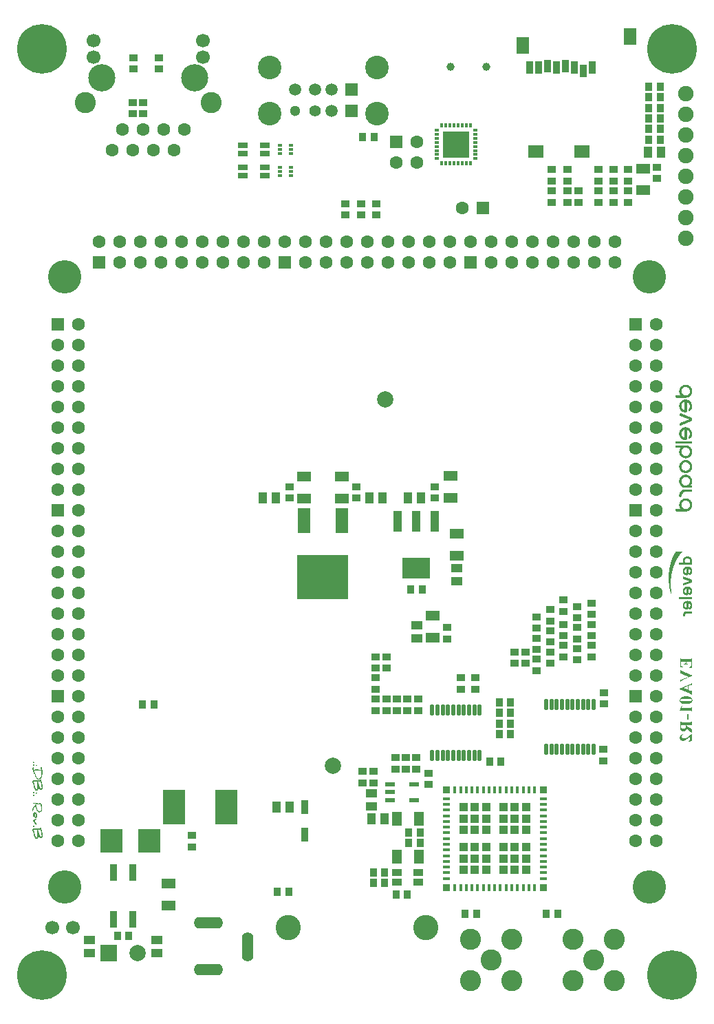
<source format=gbs>
G04 Layer_Color=16711935*
%FSLAX44Y44*%
%MOMM*%
G71*
G01*
G75*
%ADD14C,1.0000*%
%ADD46C,1.6000*%
%ADD53C,1.3000*%
%ADD57C,1.9000*%
%ADD58C,2.0000*%
%ADD120R,1.4000X1.1000*%
%ADD121R,0.9000X1.7000*%
%ADD124R,2.7162X2.8432*%
%ADD128R,1.0000X0.9000*%
%ADD129R,1.8000X1.2000*%
%ADD131R,0.9000X1.0000*%
%ADD132R,1.2000X1.8000*%
%ADD134R,1.6000X1.6000*%
%ADD135R,1.6000X1.6000*%
%ADD136C,1.7000*%
%ADD137C,2.6000*%
%ADD138C,3.3500*%
%ADD139C,1.5200*%
%ADD140R,1.5200X1.5200*%
%ADD141C,2.9000*%
%ADD142C,1.4000*%
%ADD143O,3.6000X1.4000*%
%ADD144O,1.4000X3.6000*%
%ADD145R,2.0000X2.0000*%
%ADD146C,2.0000*%
%ADD147C,4.1000*%
%ADD148C,6.1000*%
%ADD149C,3.1000*%
%ADD150R,1.2000X0.7000*%
%ADD151R,6.3000X5.5000*%
%ADD152R,1.6000X3.1000*%
%ADD153R,0.6000X0.4000*%
%ADD154R,0.4000X0.6000*%
%ADD155R,3.3000X3.3000*%
%ADD156O,0.5000X1.4500*%
%ADD157R,1.0600X1.0600*%
%ADD158R,0.4600X0.8100*%
%ADD159R,0.8100X0.4600*%
%ADD160R,0.8100X0.8100*%
%ADD161R,1.3000X0.6000*%
%ADD162R,1.1500X0.9000*%
%ADD163R,0.6000X0.4000*%
%ADD164R,0.9000X1.6000*%
%ADD165R,1.5000X2.0000*%
%ADD166R,1.9000X1.5000*%
%ADD167R,2.7000X4.3000*%
%ADD168R,3.4000X2.5000*%
%ADD169R,1.1000X2.5000*%
%ADD170R,0.9000X2.1000*%
%ADD171R,1.1000X1.4000*%
G36*
X825208Y757500D02*
X825764Y757431D01*
X826320Y757326D01*
X826771Y757222D01*
X827153Y757118D01*
X827465Y757014D01*
X827639Y756945D01*
X827708Y756910D01*
X828229Y756632D01*
X828715Y756354D01*
X829167Y756076D01*
X829549Y755799D01*
X829861Y755556D01*
X830070Y755347D01*
X830243Y755208D01*
X830278Y755174D01*
X830660Y754757D01*
X831007Y754306D01*
X831285Y753854D01*
X831528Y753472D01*
X831736Y753125D01*
X831875Y752847D01*
X831945Y752674D01*
X831979Y752604D01*
X832188Y752049D01*
X832326Y751493D01*
X832431Y750972D01*
X832500Y750486D01*
X832535Y750070D01*
X832570Y749757D01*
Y749549D01*
Y749514D01*
Y749479D01*
X832535Y748854D01*
X832465Y748299D01*
X832396Y747778D01*
X832257Y747292D01*
X832153Y746910D01*
X832083Y746632D01*
X832014Y746459D01*
X831979Y746389D01*
X831736Y745868D01*
X831458Y745382D01*
X831181Y744931D01*
X830903Y744584D01*
X830660Y744271D01*
X830451Y744028D01*
X830312Y743889D01*
X830278Y743854D01*
X829861Y743472D01*
X829410Y743125D01*
X828958Y742813D01*
X828576Y742570D01*
X828229Y742361D01*
X827952Y742222D01*
X827778Y742153D01*
X827708Y742118D01*
X827153Y741910D01*
X826597Y741771D01*
X826077Y741632D01*
X825590Y741563D01*
X825174Y741528D01*
X824861Y741493D01*
X813195D01*
X812986Y741528D01*
X812778Y741563D01*
X812466Y741702D01*
X812327Y741806D01*
X812223Y741875D01*
X812188Y741910D01*
X812153Y741945D01*
X812014Y742118D01*
X811875Y742292D01*
X811771Y742639D01*
X811736Y742778D01*
X811702Y742917D01*
Y742986D01*
Y743021D01*
X811736Y743229D01*
X811771Y743438D01*
X811910Y743785D01*
X812014Y743924D01*
X812084Y744028D01*
X812118Y744063D01*
X812153Y744097D01*
X812327Y744236D01*
X812500Y744340D01*
X812848Y744479D01*
X812986Y744514D01*
X813091Y744549D01*
X818299D01*
X818021Y744931D01*
X817778Y745313D01*
X817535Y745695D01*
X817361Y746042D01*
X817222Y746354D01*
X817118Y746597D01*
X817084Y746736D01*
X817049Y746806D01*
X816875Y747292D01*
X816771Y747743D01*
X816667Y748195D01*
X816632Y748611D01*
X816597Y748958D01*
X816563Y749236D01*
Y749410D01*
Y749479D01*
X816597Y750104D01*
X816667Y750660D01*
X816771Y751215D01*
X816875Y751667D01*
X817014Y752049D01*
X817118Y752361D01*
X817188Y752535D01*
X817222Y752604D01*
X817466Y753125D01*
X817743Y753611D01*
X818021Y754063D01*
X818299Y754445D01*
X818542Y754757D01*
X818750Y754965D01*
X818889Y755139D01*
X818924Y755174D01*
X819340Y755556D01*
X819792Y755903D01*
X820209Y756181D01*
X820625Y756458D01*
X820972Y756632D01*
X821250Y756806D01*
X821424Y756875D01*
X821459Y756910D01*
X821493D01*
X822049Y757118D01*
X822604Y757257D01*
X823125Y757396D01*
X823577Y757465D01*
X823993Y757500D01*
X824306Y757535D01*
X824583D01*
X825208Y757500D01*
D02*
G37*
G36*
X825035Y739375D02*
X825625Y739306D01*
X826146Y739202D01*
X826632Y739098D01*
X827014Y738993D01*
X827327Y738889D01*
X827500Y738820D01*
X827535Y738785D01*
X827570D01*
X828090Y738507D01*
X828576Y738229D01*
X829028Y737917D01*
X829410Y737639D01*
X829722Y737396D01*
X829931Y737188D01*
X830104Y737049D01*
X830139Y737014D01*
X830521Y736598D01*
X830868Y736146D01*
X831146Y735729D01*
X831424Y735313D01*
X831597Y735000D01*
X831771Y734723D01*
X831840Y734549D01*
X831875Y734480D01*
X832083Y733924D01*
X832222Y733368D01*
X832361Y732848D01*
X832431Y732396D01*
X832465Y731980D01*
X832500Y731667D01*
Y731459D01*
Y731424D01*
Y731389D01*
X832465Y730799D01*
X832396Y730243D01*
X832326Y729757D01*
X832188Y729306D01*
X832083Y728924D01*
X832014Y728612D01*
X831945Y728438D01*
X831910Y728368D01*
X831667Y727813D01*
X831389Y727327D01*
X831076Y726875D01*
X830799Y726459D01*
X830556Y726146D01*
X830347Y725903D01*
X830174Y725764D01*
X830139Y725695D01*
X829965Y725556D01*
X829792Y725417D01*
X829479Y725313D01*
X829340Y725278D01*
X829236Y725244D01*
X829132D01*
X828924Y725278D01*
X828750Y725313D01*
X828438Y725452D01*
X828299Y725556D01*
X828195Y725625D01*
X828160Y725660D01*
X828125Y725695D01*
X827986Y725868D01*
X827882Y726042D01*
X827743Y726355D01*
Y726493D01*
X827708Y726598D01*
Y726667D01*
Y726702D01*
Y726910D01*
X827778Y727118D01*
X827917Y727431D01*
X828056Y727639D01*
X828090Y727674D01*
X828125Y727709D01*
X828403Y727987D01*
X828611Y728264D01*
X828820Y728577D01*
X828993Y728820D01*
X829097Y729063D01*
X829201Y729237D01*
X829236Y729375D01*
X829271Y729410D01*
X829479Y730139D01*
X829549Y730452D01*
X829583Y730764D01*
Y731007D01*
X829618Y731216D01*
Y731355D01*
Y731389D01*
X829583Y731980D01*
X829549Y732257D01*
X829479Y732500D01*
X829445Y732674D01*
X829410Y732848D01*
X829375Y732952D01*
Y732986D01*
X829167Y733542D01*
X829028Y733785D01*
X828924Y733993D01*
X828820Y734167D01*
X828715Y734306D01*
X828681Y734410D01*
X828646Y734445D01*
X828264Y734896D01*
X827917Y735278D01*
X827743Y735417D01*
X827639Y735521D01*
X827570Y735591D01*
X827535Y735625D01*
X827014Y735938D01*
X826528Y736146D01*
X826354Y736216D01*
X826181Y736285D01*
X826077Y736320D01*
X826042D01*
Y724862D01*
X826007Y724619D01*
X825972Y724445D01*
X825799Y724098D01*
X825729Y723959D01*
X825660Y723855D01*
X825625Y723820D01*
X825590Y723785D01*
X825417Y723646D01*
X825243Y723507D01*
X824896Y723403D01*
X824722Y723369D01*
X824618Y723334D01*
X824514D01*
X823889Y723369D01*
X823334Y723438D01*
X822778Y723542D01*
X822327Y723646D01*
X821945Y723785D01*
X821632Y723889D01*
X821459Y723959D01*
X821389Y723994D01*
X820868Y724237D01*
X820382Y724514D01*
X819931Y724827D01*
X819584Y725105D01*
X819271Y725348D01*
X819028Y725556D01*
X818889Y725695D01*
X818854Y725730D01*
X818472Y726146D01*
X818125Y726563D01*
X817847Y727014D01*
X817604Y727396D01*
X817396Y727743D01*
X817257Y728021D01*
X817188Y728195D01*
X817153Y728264D01*
X816945Y728820D01*
X816771Y729375D01*
X816667Y729896D01*
X816563Y730348D01*
X816528Y730764D01*
X816493Y731077D01*
Y731285D01*
Y731320D01*
Y731355D01*
X816528Y731980D01*
X816597Y732570D01*
X816702Y733125D01*
X816806Y733577D01*
X816910Y733993D01*
X817014Y734271D01*
X817084Y734480D01*
X817118Y734514D01*
Y734549D01*
X817361Y735070D01*
X817639Y735556D01*
X817917Y736007D01*
X818195Y736354D01*
X818438Y736667D01*
X818646Y736875D01*
X818785Y737049D01*
X818820Y737084D01*
X819236Y737466D01*
X819653Y737813D01*
X820104Y738091D01*
X820486Y738334D01*
X820834Y738542D01*
X821111Y738681D01*
X821285Y738750D01*
X821354Y738785D01*
X821910Y738993D01*
X822465Y739132D01*
X822986Y739271D01*
X823438Y739341D01*
X823854Y739375D01*
X824167Y739410D01*
X824445D01*
X825035Y739375D01*
D02*
G37*
G36*
X818403Y722292D02*
X818577Y722257D01*
X818716Y722223D01*
X818750Y722188D01*
X832500Y716424D01*
Y713126D01*
X818750Y707362D01*
X818542Y707292D01*
X818368Y707223D01*
X818229D01*
X817917Y707258D01*
X817639Y707362D01*
X817466Y707466D01*
X817396Y707501D01*
X817118Y707744D01*
X816910Y707952D01*
X816806Y708160D01*
X816771Y708195D01*
Y708230D01*
X816702Y708473D01*
X816667Y708646D01*
Y708785D01*
Y708820D01*
X816702Y709133D01*
X816806Y709410D01*
X816910Y709619D01*
X816945Y709653D01*
Y709688D01*
X817153Y709931D01*
X817361Y710105D01*
X817535Y710209D01*
X817570Y710244D01*
X817604D01*
X828611Y714792D01*
X817604Y719306D01*
X817327Y719480D01*
X817118Y719688D01*
X816979Y719827D01*
X816945Y719862D01*
Y719896D01*
X816771Y720174D01*
X816702Y720452D01*
X816667Y720660D01*
Y720695D01*
Y720730D01*
Y720938D01*
X816702Y721112D01*
X816736Y721250D01*
X816771Y721320D01*
X816945Y721632D01*
X817153Y721841D01*
X817327Y722014D01*
X817361Y722049D01*
X817396D01*
X817674Y722223D01*
X817952Y722292D01*
X818160Y722327D01*
X818229D01*
X818403Y722292D01*
D02*
G37*
G36*
X825035Y705313D02*
X825625Y705244D01*
X826146Y705139D01*
X826632Y705035D01*
X827014Y704931D01*
X827327Y704827D01*
X827500Y704758D01*
X827535Y704723D01*
X827570D01*
X828090Y704445D01*
X828576Y704167D01*
X829028Y703855D01*
X829410Y703577D01*
X829722Y703334D01*
X829931Y703126D01*
X830104Y702987D01*
X830139Y702952D01*
X830521Y702535D01*
X830868Y702084D01*
X831146Y701667D01*
X831424Y701251D01*
X831597Y700938D01*
X831771Y700660D01*
X831840Y700487D01*
X831875Y700417D01*
X832083Y699862D01*
X832222Y699306D01*
X832361Y698785D01*
X832431Y698334D01*
X832465Y697917D01*
X832500Y697605D01*
Y697397D01*
Y697362D01*
Y697327D01*
X832465Y696737D01*
X832396Y696181D01*
X832326Y695695D01*
X832188Y695244D01*
X832083Y694862D01*
X832014Y694549D01*
X831945Y694376D01*
X831910Y694306D01*
X831667Y693751D01*
X831389Y693265D01*
X831076Y692813D01*
X830799Y692397D01*
X830556Y692084D01*
X830347Y691841D01*
X830174Y691702D01*
X830139Y691633D01*
X829965Y691494D01*
X829792Y691355D01*
X829479Y691251D01*
X829340Y691216D01*
X829236Y691181D01*
X829132D01*
X828924Y691216D01*
X828750Y691251D01*
X828438Y691390D01*
X828299Y691494D01*
X828195Y691563D01*
X828160Y691598D01*
X828125Y691633D01*
X827986Y691806D01*
X827882Y691980D01*
X827743Y692292D01*
Y692431D01*
X827708Y692535D01*
Y692605D01*
Y692640D01*
Y692848D01*
X827778Y693056D01*
X827917Y693369D01*
X828056Y693577D01*
X828090Y693612D01*
X828125Y693647D01*
X828403Y693924D01*
X828611Y694202D01*
X828820Y694515D01*
X828993Y694758D01*
X829097Y695001D01*
X829201Y695174D01*
X829236Y695313D01*
X829271Y695348D01*
X829479Y696077D01*
X829549Y696390D01*
X829583Y696702D01*
Y696945D01*
X829618Y697153D01*
Y697292D01*
Y697327D01*
X829583Y697917D01*
X829549Y698195D01*
X829479Y698438D01*
X829445Y698612D01*
X829410Y698785D01*
X829375Y698890D01*
Y698924D01*
X829167Y699480D01*
X829028Y699723D01*
X828924Y699931D01*
X828820Y700105D01*
X828715Y700244D01*
X828681Y700348D01*
X828646Y700383D01*
X828264Y700834D01*
X827917Y701216D01*
X827743Y701355D01*
X827639Y701459D01*
X827570Y701528D01*
X827535Y701563D01*
X827014Y701876D01*
X826528Y702084D01*
X826354Y702153D01*
X826181Y702223D01*
X826077Y702258D01*
X826042D01*
Y690799D01*
X826007Y690556D01*
X825972Y690383D01*
X825799Y690036D01*
X825729Y689897D01*
X825660Y689792D01*
X825625Y689758D01*
X825590Y689723D01*
X825417Y689584D01*
X825243Y689445D01*
X824896Y689341D01*
X824722Y689306D01*
X824618Y689272D01*
X824514D01*
X823889Y689306D01*
X823334Y689376D01*
X822778Y689480D01*
X822327Y689584D01*
X821945Y689723D01*
X821632Y689827D01*
X821459Y689897D01*
X821389Y689931D01*
X820868Y690174D01*
X820382Y690452D01*
X819931Y690765D01*
X819584Y691042D01*
X819271Y691285D01*
X819028Y691494D01*
X818889Y691633D01*
X818854Y691667D01*
X818472Y692084D01*
X818125Y692501D01*
X817847Y692952D01*
X817604Y693334D01*
X817396Y693681D01*
X817257Y693959D01*
X817188Y694133D01*
X817153Y694202D01*
X816945Y694758D01*
X816771Y695313D01*
X816667Y695834D01*
X816563Y696285D01*
X816528Y696702D01*
X816493Y697015D01*
Y697223D01*
Y697258D01*
Y697292D01*
X816528Y697917D01*
X816597Y698508D01*
X816702Y699063D01*
X816806Y699515D01*
X816910Y699931D01*
X817014Y700209D01*
X817084Y700417D01*
X817118Y700452D01*
Y700487D01*
X817361Y701008D01*
X817639Y701494D01*
X817917Y701945D01*
X818195Y702292D01*
X818438Y702605D01*
X818646Y702813D01*
X818785Y702987D01*
X818820Y703021D01*
X819236Y703403D01*
X819653Y703751D01*
X820104Y704028D01*
X820486Y704271D01*
X820834Y704480D01*
X821111Y704619D01*
X821285Y704688D01*
X821354Y704723D01*
X821910Y704931D01*
X822465Y705070D01*
X822986Y705209D01*
X823438Y705278D01*
X823854Y705313D01*
X824167Y705348D01*
X824445D01*
X825035Y705313D01*
D02*
G37*
G36*
X832500Y685140D02*
X812882D01*
X812674Y685209D01*
X812361Y685348D01*
X812153Y685487D01*
X812084Y685522D01*
Y685556D01*
X811945Y685695D01*
X811841Y685869D01*
X811702Y686251D01*
Y686390D01*
X811667Y686529D01*
Y686598D01*
Y686633D01*
Y686841D01*
X811736Y687015D01*
X811875Y687362D01*
X811945Y687501D01*
X812014Y687605D01*
X812049Y687640D01*
X812084Y687674D01*
X812223Y687813D01*
X812396Y687917D01*
X812743Y688056D01*
X812882Y688091D01*
X813021Y688126D01*
X832500D01*
Y685140D01*
D02*
G37*
G36*
X825208Y683056D02*
X825764Y682987D01*
X826320Y682883D01*
X826771Y682779D01*
X827153Y682674D01*
X827465Y682570D01*
X827639Y682501D01*
X827708Y682466D01*
X828229Y682188D01*
X828715Y681911D01*
X829167Y681633D01*
X829549Y681355D01*
X829861Y681112D01*
X830070Y680904D01*
X830243Y680765D01*
X830278Y680730D01*
X830660Y680313D01*
X831007Y679862D01*
X831285Y679445D01*
X831528Y679029D01*
X831736Y678716D01*
X831875Y678438D01*
X831945Y678265D01*
X831979Y678195D01*
X832188Y677640D01*
X832326Y677084D01*
X832431Y676563D01*
X832500Y676077D01*
X832535Y675661D01*
X832570Y675348D01*
Y675140D01*
Y675105D01*
Y675070D01*
X832535Y674480D01*
X832465Y673890D01*
X832396Y673369D01*
X832257Y672918D01*
X832153Y672536D01*
X832083Y672223D01*
X832014Y672050D01*
X831979Y671980D01*
X831736Y671425D01*
X831458Y670939D01*
X831181Y670522D01*
X830903Y670140D01*
X830660Y669827D01*
X830451Y669584D01*
X830312Y669445D01*
X830278Y669411D01*
X829861Y669029D01*
X829410Y668682D01*
X828958Y668369D01*
X828576Y668126D01*
X828229Y667918D01*
X827952Y667779D01*
X827778Y667709D01*
X827708Y667675D01*
X827153Y667466D01*
X826597Y667327D01*
X826077Y667189D01*
X825590Y667119D01*
X825174Y667084D01*
X824861Y667050D01*
X824583D01*
X823993Y667084D01*
X823403Y667154D01*
X822882Y667258D01*
X822431Y667362D01*
X822049Y667466D01*
X821736Y667570D01*
X821563Y667640D01*
X821493Y667675D01*
X820938Y667918D01*
X820452Y668195D01*
X820035Y668508D01*
X819653Y668786D01*
X819340Y669029D01*
X819097Y669237D01*
X818959Y669376D01*
X818924Y669411D01*
X818542Y669827D01*
X818195Y670279D01*
X817917Y670695D01*
X817674Y671112D01*
X817466Y671459D01*
X817327Y671737D01*
X817257Y671911D01*
X817222Y671945D01*
Y671980D01*
X817014Y672536D01*
X816841Y673091D01*
X816736Y673612D01*
X816632Y674063D01*
X816597Y674480D01*
X816563Y674793D01*
Y675001D01*
Y675036D01*
Y675070D01*
X816597Y675591D01*
X816632Y676112D01*
X816702Y676563D01*
X816806Y676980D01*
X816910Y677293D01*
X816979Y677570D01*
X817014Y677709D01*
X817049Y677779D01*
X817222Y678230D01*
X817431Y678647D01*
X817639Y679029D01*
X817847Y679341D01*
X818021Y679619D01*
X818160Y679827D01*
X818264Y679966D01*
X818299Y680001D01*
X813195D01*
X812986Y680036D01*
X812778Y680070D01*
X812466Y680244D01*
X812327Y680348D01*
X812223Y680418D01*
X812188Y680452D01*
X812153Y680487D01*
X812014Y680661D01*
X811875Y680834D01*
X811771Y681181D01*
X811736Y681320D01*
X811702Y681424D01*
Y681494D01*
Y681529D01*
X811736Y681772D01*
X811771Y681980D01*
X811910Y682327D01*
X812014Y682466D01*
X812084Y682570D01*
X812118Y682605D01*
X812153Y682640D01*
X812327Y682779D01*
X812500Y682883D01*
X812848Y683022D01*
X812986Y683056D01*
X813091Y683091D01*
X824583D01*
X825208Y683056D01*
D02*
G37*
G36*
X825139Y665001D02*
X825729Y664932D01*
X826250Y664827D01*
X826736Y664723D01*
X827118Y664619D01*
X827431Y664515D01*
X827604Y664446D01*
X827674Y664411D01*
X828195Y664133D01*
X828681Y663855D01*
X829132Y663577D01*
X829514Y663300D01*
X829826Y663057D01*
X830035Y662848D01*
X830208Y662710D01*
X830243Y662675D01*
X830625Y662258D01*
X830972Y661807D01*
X831250Y661355D01*
X831493Y660973D01*
X831701Y660626D01*
X831840Y660348D01*
X831910Y660175D01*
X831945Y660105D01*
X832153Y659550D01*
X832292Y658994D01*
X832396Y658473D01*
X832465Y657987D01*
X832500Y657571D01*
X832535Y657258D01*
Y657050D01*
Y657015D01*
Y656980D01*
X832500Y656355D01*
X832431Y655800D01*
X832361Y655244D01*
X832222Y654793D01*
X832118Y654411D01*
X832049Y654099D01*
X831979Y653925D01*
X831945Y653855D01*
X831701Y653335D01*
X831424Y652849D01*
X831146Y652397D01*
X830868Y652050D01*
X830625Y651737D01*
X830417Y651494D01*
X830278Y651356D01*
X830243Y651321D01*
X829826Y650939D01*
X829375Y650592D01*
X828924Y650279D01*
X828542Y650036D01*
X828195Y649828D01*
X827917Y649689D01*
X827743Y649619D01*
X827674Y649585D01*
X827118Y649376D01*
X826563Y649203D01*
X826042Y649099D01*
X825556Y648994D01*
X825139Y648960D01*
X824792Y648925D01*
X824514D01*
X823924Y648960D01*
X823334Y649029D01*
X822813Y649133D01*
X822361Y649237D01*
X821979Y649342D01*
X821667Y649446D01*
X821493Y649515D01*
X821424Y649550D01*
X820868Y649793D01*
X820382Y650071D01*
X819965Y650383D01*
X819584Y650661D01*
X819271Y650904D01*
X819028Y651112D01*
X818889Y651251D01*
X818854Y651286D01*
X818472Y651703D01*
X818125Y652154D01*
X817847Y652571D01*
X817604Y652987D01*
X817396Y653335D01*
X817257Y653612D01*
X817188Y653786D01*
X817153Y653821D01*
Y653855D01*
X816945Y654411D01*
X816771Y654967D01*
X816667Y655487D01*
X816563Y655974D01*
X816528Y656390D01*
X816493Y656703D01*
Y656911D01*
Y656946D01*
Y656980D01*
X816528Y657605D01*
X816597Y658161D01*
X816702Y658717D01*
X816806Y659168D01*
X816945Y659550D01*
X817049Y659862D01*
X817118Y660036D01*
X817153Y660105D01*
X817396Y660626D01*
X817674Y661112D01*
X817952Y661564D01*
X818229Y661946D01*
X818472Y662258D01*
X818681Y662466D01*
X818820Y662640D01*
X818854Y662675D01*
X819271Y663057D01*
X819688Y663404D01*
X820139Y663682D01*
X820521Y663960D01*
X820868Y664133D01*
X821146Y664307D01*
X821320Y664376D01*
X821389Y664411D01*
X821945Y664619D01*
X822500Y664758D01*
X823021Y664897D01*
X823507Y664966D01*
X823924Y665001D01*
X824236Y665036D01*
X824514D01*
X825139Y665001D01*
D02*
G37*
G36*
Y646911D02*
X825695Y646842D01*
X826250Y646738D01*
X826702Y646633D01*
X827118Y646529D01*
X827396Y646425D01*
X827604Y646356D01*
X827639Y646321D01*
X827674D01*
X828195Y646043D01*
X828681Y645765D01*
X829132Y645488D01*
X829514Y645210D01*
X829826Y644967D01*
X830035Y644758D01*
X830208Y644619D01*
X830243Y644585D01*
X830625Y644168D01*
X830972Y643717D01*
X831250Y643265D01*
X831493Y642883D01*
X831701Y642536D01*
X831840Y642258D01*
X831910Y642085D01*
X831945Y642015D01*
X832153Y641460D01*
X832292Y640904D01*
X832396Y640383D01*
X832465Y639897D01*
X832500Y639481D01*
X832535Y639168D01*
Y638960D01*
Y638925D01*
Y638890D01*
X832500Y638369D01*
X832465Y637849D01*
X832396Y637397D01*
X832326Y637015D01*
X832257Y636668D01*
X832188Y636390D01*
X832118Y636251D01*
Y636182D01*
X831945Y635731D01*
X831736Y635279D01*
X831528Y634897D01*
X831320Y634585D01*
X831111Y634307D01*
X830972Y634099D01*
X830868Y633960D01*
X830833Y633925D01*
X832535D01*
Y630835D01*
X824514D01*
X823889Y630870D01*
X823334Y630939D01*
X822778Y631043D01*
X822327Y631147D01*
X821945Y631251D01*
X821632Y631356D01*
X821459Y631425D01*
X821389Y631460D01*
X820868Y631703D01*
X820382Y631981D01*
X819931Y632293D01*
X819584Y632571D01*
X819271Y632814D01*
X819028Y633022D01*
X818889Y633161D01*
X818854Y633196D01*
X818472Y633613D01*
X818125Y634064D01*
X817813Y634481D01*
X817570Y634897D01*
X817361Y635245D01*
X817222Y635522D01*
X817153Y635696D01*
X817118Y635731D01*
Y635765D01*
X816910Y636321D01*
X816771Y636876D01*
X816632Y637397D01*
X816563Y637883D01*
X816528Y638300D01*
X816493Y638613D01*
Y638821D01*
Y638856D01*
Y638890D01*
X816528Y639515D01*
X816597Y640071D01*
X816702Y640626D01*
X816806Y641078D01*
X816910Y641460D01*
X817014Y641772D01*
X817084Y641946D01*
X817118Y642015D01*
X817361Y642536D01*
X817639Y643022D01*
X817952Y643474D01*
X818229Y643856D01*
X818472Y644168D01*
X818681Y644376D01*
X818820Y644550D01*
X818854Y644585D01*
X819271Y644967D01*
X819688Y645314D01*
X820139Y645592D01*
X820521Y645869D01*
X820868Y646043D01*
X821146Y646217D01*
X821320Y646286D01*
X821389Y646321D01*
X821945Y646529D01*
X822500Y646668D01*
X823021Y646807D01*
X823507Y646876D01*
X823924Y646911D01*
X824236Y646946D01*
X824514D01*
X825139Y646911D01*
D02*
G37*
G36*
X832535Y625731D02*
X824306D01*
X823924Y625696D01*
X823577Y625661D01*
X823264Y625592D01*
X822986Y625522D01*
X822743Y625453D01*
X822570Y625418D01*
X822465Y625349D01*
X822431D01*
X821840Y625002D01*
X821563Y624828D01*
X821354Y624620D01*
X821181Y624481D01*
X821042Y624342D01*
X820972Y624272D01*
X820938Y624238D01*
X820521Y623682D01*
X820209Y623161D01*
X820104Y622953D01*
X820035Y622779D01*
X819965Y622675D01*
Y622640D01*
X819827Y622293D01*
X819757Y621946D01*
X819688Y621634D01*
X819618Y621356D01*
Y621113D01*
X819584Y620904D01*
Y620766D01*
Y620731D01*
X819549Y620488D01*
X819514Y620314D01*
X819340Y619967D01*
X819271Y619828D01*
X819202Y619724D01*
X819167Y619689D01*
X819132Y619655D01*
X818959Y619516D01*
X818750Y619377D01*
X818403Y619272D01*
X818264Y619238D01*
X818125Y619203D01*
X818021D01*
X817778Y619238D01*
X817604Y619272D01*
X817257Y619411D01*
X817118Y619516D01*
X817014Y619585D01*
X816979Y619620D01*
X816945Y619655D01*
X816806Y619828D01*
X816667Y620002D01*
X816563Y620349D01*
X816528Y620522D01*
X816493Y620627D01*
Y620696D01*
Y620731D01*
X816528Y621356D01*
X816563Y621911D01*
X816632Y622467D01*
X816736Y622918D01*
X816841Y623335D01*
X816910Y623613D01*
X816945Y623821D01*
X816979Y623856D01*
Y623890D01*
X817188Y624411D01*
X817396Y624897D01*
X817639Y625349D01*
X817882Y625731D01*
X818091Y626043D01*
X818264Y626252D01*
X818403Y626425D01*
X818438Y626460D01*
X818820Y626842D01*
X819202Y627189D01*
X819584Y627502D01*
X819965Y627745D01*
X820313Y627953D01*
X820556Y628092D01*
X820729Y628196D01*
X820799Y628231D01*
X821320Y628439D01*
X821875Y628578D01*
X822431Y628717D01*
X822917Y628786D01*
X823334Y628821D01*
X823681Y628856D01*
X832535D01*
Y625731D01*
D02*
G37*
G36*
X825208Y617780D02*
X825764Y617710D01*
X826320Y617606D01*
X826771Y617502D01*
X827153Y617397D01*
X827465Y617293D01*
X827639Y617224D01*
X827708Y617189D01*
X828229Y616911D01*
X828715Y616634D01*
X829167Y616356D01*
X829549Y616078D01*
X829861Y615835D01*
X830070Y615627D01*
X830243Y615488D01*
X830278Y615453D01*
X830660Y615037D01*
X831007Y614585D01*
X831285Y614134D01*
X831528Y613752D01*
X831736Y613405D01*
X831875Y613127D01*
X831945Y612953D01*
X831979Y612884D01*
X832188Y612328D01*
X832326Y611773D01*
X832431Y611252D01*
X832500Y610766D01*
X832535Y610349D01*
X832570Y610037D01*
Y609828D01*
Y609794D01*
Y609759D01*
X832535Y609134D01*
X832465Y608578D01*
X832396Y608057D01*
X832257Y607571D01*
X832153Y607189D01*
X832083Y606912D01*
X832014Y606738D01*
X831979Y606669D01*
X831736Y606148D01*
X831458Y605662D01*
X831181Y605210D01*
X830903Y604863D01*
X830660Y604551D01*
X830451Y604307D01*
X830312Y604169D01*
X830278Y604134D01*
X829861Y603752D01*
X829410Y603405D01*
X828958Y603092D01*
X828576Y602849D01*
X828229Y602641D01*
X827952Y602502D01*
X827778Y602433D01*
X827708Y602398D01*
X827153Y602189D01*
X826597Y602051D01*
X826077Y601912D01*
X825590Y601842D01*
X825174Y601808D01*
X824861Y601773D01*
X813195D01*
X812986Y601808D01*
X812778Y601842D01*
X812466Y601981D01*
X812327Y602085D01*
X812223Y602155D01*
X812188Y602189D01*
X812153Y602224D01*
X812014Y602398D01*
X811875Y602571D01*
X811771Y602919D01*
X811736Y603057D01*
X811702Y603196D01*
Y603266D01*
Y603301D01*
X811736Y603509D01*
X811771Y603717D01*
X811910Y604064D01*
X812014Y604203D01*
X812084Y604307D01*
X812118Y604342D01*
X812153Y604377D01*
X812327Y604516D01*
X812500Y604620D01*
X812848Y604759D01*
X812986Y604794D01*
X813091Y604828D01*
X818299D01*
X818021Y605210D01*
X817778Y605592D01*
X817535Y605974D01*
X817361Y606321D01*
X817222Y606634D01*
X817118Y606877D01*
X817084Y607016D01*
X817049Y607085D01*
X816875Y607571D01*
X816771Y608023D01*
X816667Y608474D01*
X816632Y608891D01*
X816597Y609238D01*
X816563Y609516D01*
Y609689D01*
Y609759D01*
X816597Y610384D01*
X816667Y610939D01*
X816771Y611495D01*
X816875Y611946D01*
X817014Y612328D01*
X817118Y612641D01*
X817188Y612814D01*
X817222Y612884D01*
X817466Y613405D01*
X817743Y613891D01*
X818021Y614342D01*
X818299Y614724D01*
X818542Y615037D01*
X818750Y615245D01*
X818889Y615418D01*
X818924Y615453D01*
X819340Y615835D01*
X819792Y616182D01*
X820209Y616460D01*
X820625Y616738D01*
X820972Y616911D01*
X821250Y617085D01*
X821424Y617155D01*
X821459Y617189D01*
X821493D01*
X822049Y617397D01*
X822604Y617536D01*
X823125Y617675D01*
X823577Y617745D01*
X823993Y617780D01*
X824306Y617814D01*
X824583D01*
X825208Y617780D01*
D02*
G37*
G36*
X820920Y552461D02*
X820935Y552422D01*
X820926Y552382D01*
X820911Y552368D01*
X820911D01*
X820673Y552146D01*
X820463Y551946D01*
Y551946D01*
X820255Y551744D01*
X820254Y551744D01*
X820254Y551744D01*
X820254Y551744D01*
X820254Y551744D01*
X820254Y551743D01*
X820254Y551743D01*
X820254D01*
X820047Y551540D01*
X820047Y551540D01*
X820047Y551540D01*
X820047Y551540D01*
X820047Y551540D01*
X820047Y551540D01*
X820047D01*
X819840Y551332D01*
X819840Y551332D01*
Y551332D01*
X819610Y551097D01*
X819610Y551097D01*
X819610Y551097D01*
X819610Y551097D01*
X819610Y551097D01*
X819610Y551097D01*
X819610D01*
X819380Y550858D01*
X819380Y550858D01*
X819152Y550616D01*
X819152Y550617D01*
X818925Y550372D01*
X818925Y550372D01*
X818925Y550372D01*
X818701Y550125D01*
X818701Y550125D01*
X818701D01*
X818477Y549874D01*
X818477Y549874D01*
X818477D01*
X818256Y549621D01*
X818256Y549621D01*
X818256D01*
X818035Y549364D01*
X818036Y549365D01*
X817817Y549105D01*
X817817Y549105D01*
X817817D01*
X817600Y548844D01*
X817600Y548844D01*
X817600D01*
X817384Y548579D01*
X817385Y548579D01*
X817171Y548311D01*
X817170Y548311D01*
X817170D01*
X816959Y548041D01*
X816959Y548041D01*
X816958Y548041D01*
X816958Y548040D01*
X816958Y548040D01*
X816958Y548040D01*
X816958Y548040D01*
X816749Y547768D01*
X816748Y547767D01*
X816748D01*
X816748Y547767D01*
X816748Y547767D01*
X816748Y547767D01*
X816540Y547492D01*
X816539Y547491D01*
X816540Y547492D01*
X816332Y547213D01*
X816332Y547212D01*
X816128Y546932D01*
X816127Y546932D01*
X816127D01*
X815923Y546647D01*
X815924Y546648D01*
X815721Y546361D01*
X815722Y546361D01*
X815521Y546071D01*
X815521Y546072D01*
X815323Y545779D01*
X815323Y545779D01*
X815104Y545451D01*
X815104Y545452D01*
X814888Y545121D01*
X814674Y544787D01*
X814674Y544787D01*
X814462Y544449D01*
X814462Y544449D01*
X814462D01*
X814253Y544110D01*
X814252Y544109D01*
X814252Y544110D01*
X814045Y543766D01*
X813840Y543419D01*
X813840Y543420D01*
X813637Y543070D01*
X813637Y543070D01*
X813437Y542717D01*
X813437Y542718D01*
X813238Y542361D01*
X813238Y542361D01*
X813024Y541968D01*
X813023Y541967D01*
X813023Y541967D01*
X812811Y541570D01*
X812811Y541569D01*
X812811Y541569D01*
X812811Y541569D01*
X812811Y541569D01*
X812601Y541167D01*
X812601Y541168D01*
X812395Y540762D01*
X812191Y540353D01*
X812191Y540353D01*
Y540353D01*
X811991Y539942D01*
X811991Y539942D01*
Y539942D01*
X811990Y539941D01*
X811775Y539488D01*
X811775Y539488D01*
X811775Y539488D01*
X811775Y539487D01*
X811775Y539487D01*
X811775Y539487D01*
X811775Y539487D01*
X811775Y539487D01*
X811563Y539031D01*
X811563Y539031D01*
X811563D01*
X811355Y538569D01*
X811355Y538569D01*
X811150Y538104D01*
X810949Y537635D01*
X810949Y537634D01*
X810735Y537123D01*
X810735Y537122D01*
X810735Y537122D01*
X810735Y537122D01*
X810735Y537122D01*
X810735Y537122D01*
X810735Y537121D01*
X810526Y536606D01*
X810526Y536605D01*
X810526Y536606D01*
X810321Y536084D01*
X810106Y535518D01*
X809895Y534946D01*
X809896Y534947D01*
X809690Y534370D01*
X809690Y534370D01*
X809690Y534370D01*
Y534370D01*
Y534370D01*
X809477Y533749D01*
X809477Y533749D01*
Y533749D01*
X809269Y533120D01*
X809269Y533120D01*
X809269Y533120D01*
X809269Y533120D01*
X809269Y533120D01*
Y533120D01*
X809068Y532488D01*
X809068Y532488D01*
X809068D01*
X808859Y531806D01*
X808860Y531806D01*
X808659Y531119D01*
X808454Y530382D01*
X808246Y529597D01*
X808047Y528803D01*
X808047Y528804D01*
X807847Y527958D01*
X807847Y527959D01*
X807649Y527061D01*
X807649Y527062D01*
X807454Y526111D01*
X807263Y525105D01*
X807263Y525105D01*
Y525105D01*
X807081Y524046D01*
X807081Y524045D01*
X807081D01*
X806907Y522927D01*
X806907Y522926D01*
X806885Y522774D01*
X806842Y522470D01*
X806800Y522166D01*
X806760Y521861D01*
X806741Y521709D01*
X806741Y521709D01*
X806740Y521708D01*
X806740Y521707D01*
X806740Y521707D01*
X806740Y521706D01*
X806740Y521706D01*
X806720Y521547D01*
X806681Y521227D01*
X806643Y520906D01*
X806607Y520586D01*
X806590Y520426D01*
Y520426D01*
X806590Y520425D01*
X806590Y520425D01*
X806590Y520424D01*
X806590Y520424D01*
X806590Y520423D01*
X806590D01*
X806571Y520251D01*
X806536Y519905D01*
X806502Y519559D01*
X806470Y519213D01*
X806455Y519040D01*
X806455Y519039D01*
X806455Y519039D01*
X806455Y519038D01*
X806455Y519038D01*
X806455Y519037D01*
X806455D01*
X806439Y518844D01*
X806407Y518457D01*
X806378Y518070D01*
X806351Y517683D01*
X806338Y517490D01*
Y517490D01*
X806338Y517490D01*
X806338Y517489D01*
X806338Y517488D01*
X806338Y517488D01*
X806338Y517487D01*
X806325Y517274D01*
X806300Y516847D01*
X806278Y516421D01*
X806259Y515994D01*
X806250Y515780D01*
Y515780D01*
X806242Y515546D01*
X806227Y515078D01*
X806215Y514609D01*
X806206Y514140D01*
X806203Y513906D01*
Y513906D01*
X806198Y513060D01*
X806200Y512498D01*
X806218Y511376D01*
X806255Y510253D01*
X806311Y509131D01*
X806345Y508571D01*
X806375Y508144D01*
X806442Y507289D01*
X806520Y506436D01*
X806609Y505584D01*
X806657Y505158D01*
X806657Y505157D01*
X806697Y504823D01*
X806782Y504158D01*
X806873Y503493D01*
X806971Y502830D01*
X807023Y502499D01*
Y502498D01*
X807023Y502498D01*
X807023Y502497D01*
X807023Y502497D01*
X807023Y502497D01*
X807056Y502289D01*
X807124Y501875D01*
X807195Y501461D01*
X807269Y501048D01*
X807306Y500841D01*
X807309Y500826D01*
X807302Y500797D01*
X807283Y500773D01*
X807256Y500760D01*
X806512D01*
X806491Y500767D01*
X806474Y500779D01*
X806461Y500797D01*
X806458Y500807D01*
X806241Y501520D01*
X806241Y501520D01*
X806241Y501521D01*
X806240Y501521D01*
X806240Y501521D01*
X806240Y501522D01*
X806026Y502257D01*
X806026Y502257D01*
X806026Y502257D01*
X806026Y502258D01*
X806026Y502258D01*
X806026Y502258D01*
X805815Y503020D01*
X805815Y503021D01*
X805603Y503826D01*
X805603Y503827D01*
X805396Y504658D01*
X805396Y504659D01*
X805192Y505534D01*
X805192Y505535D01*
D01*
X805191Y505536D01*
X805192Y505535D01*
X805192Y505535D01*
X805192Y505534D01*
Y505534D01*
X805192Y505535D01*
X805191Y505536D01*
X804987Y506474D01*
X804987Y506475D01*
X804987Y506475D01*
X804987Y506475D01*
X804987Y506474D01*
X804987Y506475D01*
X804987Y506475D01*
X804987Y506475D01*
X804987Y506475D01*
X804987Y506476D01*
X804987Y506475D01*
Y506476D01*
X804987Y506476D01*
X804987Y506476D01*
X804788Y507463D01*
X804788Y507464D01*
X804593Y508517D01*
X804593Y508517D01*
X804593Y508518D01*
X804593Y508518D01*
X804593Y508518D01*
Y508518D01*
X804568Y508658D01*
X804520Y508939D01*
X804473Y509219D01*
X804427Y509500D01*
X804405Y509641D01*
X804381Y509792D01*
X804335Y510095D01*
X804290Y510398D01*
X804246Y510701D01*
X804225Y510853D01*
X804202Y511015D01*
X804159Y511341D01*
X804117Y511667D01*
X804076Y511992D01*
X804057Y512156D01*
X804036Y512332D01*
X803996Y512686D01*
X803957Y513040D01*
X803921Y513394D01*
X803904Y513571D01*
X803904D01*
X803885Y513765D01*
X803849Y514153D01*
X803816Y514540D01*
X803784Y514929D01*
X803770Y515123D01*
X803770D01*
X803754Y515336D01*
X803725Y515764D01*
X803698Y516191D01*
X803675Y516619D01*
X803664Y516833D01*
X803652Y517069D01*
X803632Y517542D01*
X803615Y518015D01*
X803602Y518489D01*
X803596Y518725D01*
X803592Y518918D01*
X803586Y519302D01*
X803582Y519686D01*
X803580Y520070D01*
X803580Y520262D01*
X803580Y520514D01*
X803583Y521018D01*
X803590Y521522D01*
X803601Y522025D01*
X803609Y522277D01*
X803615Y522499D01*
X803631Y522942D01*
X803649Y523386D01*
X803670Y523829D01*
X803682Y524050D01*
X803693Y524247D01*
X803717Y524640D01*
X803743Y525033D01*
X803771Y525426D01*
X803786Y525622D01*
X803786Y525622D01*
X803800Y525804D01*
X803830Y526166D01*
X803862Y526528D01*
X803896Y526890D01*
X803914Y527071D01*
X803930Y527237D01*
X803965Y527569D01*
X804001Y527901D01*
X804039Y528232D01*
X804059Y528398D01*
X804059D01*
X804059Y528398D01*
X804059Y528398D01*
X804059Y528399D01*
X804059Y528399D01*
X804059Y528400D01*
X804059Y528400D01*
X804078Y528555D01*
X804116Y528866D01*
X804156Y529176D01*
X804197Y529487D01*
X804219Y529642D01*
Y529642D01*
X804239Y529787D01*
X804280Y530078D01*
X804323Y530368D01*
X804367Y530658D01*
X804390Y530803D01*
X804390Y530803D01*
X804390Y530803D01*
X804390Y530803D01*
Y530804D01*
X804390Y530804D01*
Y530804D01*
X804569Y531884D01*
X804569Y531884D01*
X804569Y531884D01*
X804569Y531884D01*
X804569Y531885D01*
D01*
X804569Y531884D01*
X804569Y531884D01*
X804569Y531884D01*
D01*
X804569Y531885D01*
X804569D01*
X804569Y531885D01*
X804569Y531885D01*
X804569Y531886D01*
X804569Y531886D01*
X804751Y532885D01*
X804751Y532886D01*
X804751Y532886D01*
X804751Y532886D01*
X804751Y532886D01*
X804751Y532887D01*
X804751Y532887D01*
X804751Y532887D01*
X804751D01*
X804941Y533845D01*
X804941Y533845D01*
X804941Y533845D01*
X804941Y533845D01*
X804941Y533845D01*
X804941Y533846D01*
Y533846D01*
X805129Y534727D01*
X805129Y534728D01*
Y534728D01*
X805321Y535569D01*
X805321Y535569D01*
X805321Y535570D01*
X805322Y535570D01*
X805322Y535571D01*
X805322Y535571D01*
X805322Y535571D01*
X805515Y536368D01*
X805516Y536371D01*
X805719Y537164D01*
X805719Y537164D01*
D01*
X805719Y537164D01*
X805719Y537164D01*
D01*
X805719Y537164D01*
X805719D01*
X805719Y537164D01*
X805719D01*
X805719Y537165D01*
X805719Y537165D01*
X805923Y537918D01*
X805923Y537918D01*
X805923Y537919D01*
X805923Y537919D01*
Y537919D01*
X805924Y537919D01*
X805923Y537919D01*
X805923Y537919D01*
X805923Y537918D01*
D01*
Y537918D01*
Y537918D01*
D01*
X805923Y537918D01*
X805923D01*
X805923Y537918D01*
X805923Y537918D01*
X805923Y537918D01*
X805923D01*
X805923Y537918D01*
X805923Y537919D01*
X805923Y537919D01*
X805924Y537920D01*
X806126Y538633D01*
X806127Y538633D01*
X806127Y538634D01*
X806127Y538634D01*
X806127Y538634D01*
X806127Y538635D01*
X806328Y539310D01*
X806328Y539310D01*
X806328Y539310D01*
X806328Y539311D01*
X806328Y539311D01*
X806328Y539311D01*
X806328Y539311D01*
X806328Y539311D01*
X806328Y539310D01*
X806328Y539310D01*
X806328Y539311D01*
Y539311D01*
X806328Y539311D01*
X806328Y539311D01*
X806328Y539311D01*
Y539311D01*
X806536Y539982D01*
X806536Y539982D01*
Y539982D01*
X806741Y540616D01*
X806741Y540616D01*
X806741Y540616D01*
X806741Y540617D01*
X806742Y540617D01*
X806742Y540617D01*
X806941Y541212D01*
X806941Y541212D01*
X806941Y541213D01*
X806942Y541213D01*
X806942Y541214D01*
X806942Y541214D01*
Y541214D01*
X807148Y541805D01*
X807148Y541806D01*
X807148Y541806D01*
X807148Y541807D01*
X807148Y541807D01*
X807148Y541807D01*
X807347Y542361D01*
X807348Y542362D01*
X807348Y542362D01*
X807348Y542363D01*
X807348Y542362D01*
D01*
X807348Y542363D01*
X807348Y542363D01*
X807348Y542363D01*
X807348Y542363D01*
X807553Y542914D01*
X807553Y542914D01*
X807553Y542915D01*
X807553Y542915D01*
X807553Y542915D01*
X807553Y542915D01*
Y542915D01*
X807763Y543461D01*
X807763Y543462D01*
X807763Y543462D01*
X807763Y543462D01*
X807763Y543462D01*
Y543462D01*
Y543462D01*
X807763Y543462D01*
X807763Y543462D01*
X807764D01*
X807763Y543462D01*
X807764Y543463D01*
X807966Y543974D01*
X807966Y543975D01*
X807966Y543974D01*
X807966Y543974D01*
X807966Y543975D01*
X807966Y543975D01*
X807966Y543975D01*
X807967Y543975D01*
X807967Y543975D01*
Y543975D01*
X808173Y544482D01*
X808173Y544482D01*
X808173Y544483D01*
X808173Y544483D01*
X808173Y544483D01*
X808173Y544483D01*
X808173Y544483D01*
X808173Y544483D01*
X808173Y544483D01*
X808173Y544483D01*
X808173Y544483D01*
X808173Y544483D01*
X808173Y544483D01*
X808173Y544483D01*
X808173Y544483D01*
Y544483D01*
X808173Y544483D01*
X808174Y544483D01*
Y544483D01*
X808385Y544987D01*
X808385Y544988D01*
Y544988D01*
X808587Y545458D01*
X808587Y545458D01*
X808588Y545458D01*
X808588Y545459D01*
X808588Y545459D01*
X808588Y545459D01*
X808588Y545459D01*
X808793Y545923D01*
X808794Y545924D01*
X808794Y545925D01*
X808793Y545923D01*
X808794Y545925D01*
X809004Y546387D01*
X809004Y546387D01*
X809004Y546388D01*
X809005Y546388D01*
X809005Y546388D01*
X809005Y546388D01*
X809204Y546817D01*
Y546817D01*
X809205Y546818D01*
X809204Y546818D01*
X809204Y546817D01*
X809205Y546818D01*
X809408Y547244D01*
X809408Y547244D01*
X809408Y547245D01*
X809408Y547245D01*
X809408Y547245D01*
X809409Y547245D01*
Y547245D01*
X809614Y547667D01*
X809614Y547667D01*
X809614Y547667D01*
X809615Y547667D01*
X809615Y547667D01*
X809614Y547667D01*
X809614Y547667D01*
X809615Y547669D01*
X809824Y548086D01*
X809824Y548087D01*
X809824Y548087D01*
X809824Y548087D01*
X809825Y548088D01*
X809825Y548088D01*
X809825Y548088D01*
X809825Y548088D01*
X810023Y548475D01*
X810023Y548475D01*
X810023Y548475D01*
X810023Y548475D01*
X810023Y548476D01*
X810023Y548476D01*
Y548476D01*
X810224Y548860D01*
X810225Y548861D01*
Y548861D01*
X810428Y549242D01*
X810428Y549242D01*
X810428Y549243D01*
X810429Y549243D01*
X810429Y549243D01*
X810429Y549244D01*
X810429Y549244D01*
X810634Y549620D01*
X810635Y549621D01*
X810635Y549621D01*
X810634Y549620D01*
X810635Y549621D01*
X810844Y549996D01*
X810844Y549996D01*
Y549996D01*
X811056Y550368D01*
X811056Y550368D01*
X811056Y550369D01*
X811056Y550369D01*
X811056Y550369D01*
X811057Y550369D01*
X811057D01*
X811254Y550709D01*
X811255Y550711D01*
X811456Y551050D01*
X811456Y551050D01*
X811456Y551050D01*
X811456Y551051D01*
X811456Y551051D01*
X811457Y551051D01*
X811457D01*
X811658Y551385D01*
X811659Y551386D01*
X811659Y551386D01*
X811659Y551386D01*
X811659Y551386D01*
X811659Y551386D01*
X811659Y551387D01*
X811659Y551387D01*
X811659Y551387D01*
X811660Y551387D01*
X811660Y551387D01*
X811659Y551387D01*
X811659Y551387D01*
X811659Y551387D01*
X811659Y551386D01*
X811659Y551386D01*
X811659Y551387D01*
X811660Y551387D01*
X811660Y551387D01*
X811660Y551387D01*
X811660Y551387D01*
X811660Y551387D01*
Y551387D01*
X811864Y551719D01*
X811865Y551720D01*
Y551721D01*
X812072Y552051D01*
X812072Y552051D01*
Y552051D01*
X812282Y552378D01*
X812282Y552378D01*
Y552378D01*
X812331Y552453D01*
X812335Y552461D01*
X812348Y552472D01*
X812362Y552480D01*
X812379Y552484D01*
X820886D01*
X820920Y552461D01*
D02*
G37*
G36*
X809825Y548088D02*
X809825Y548087D01*
X809825Y548087D01*
X809824Y548087D01*
X809825Y548087D01*
X809825Y548088D01*
X809825Y548088D01*
D02*
G37*
G36*
X809615Y547668D02*
X809615Y547668D01*
X809615Y547668D01*
X809615Y547668D01*
X809615Y547667D01*
X809615Y547668D01*
X809615Y547668D01*
X809615Y547669D01*
X809615Y547669D01*
X809615D01*
X809615Y547668D01*
D02*
G37*
G36*
X807764Y543462D02*
D01*
X807764Y543463D01*
X807764Y543462D01*
D02*
G37*
G36*
X807553Y542914D02*
X807553Y542914D01*
X807553Y542914D01*
X807553Y542914D01*
X807553Y542914D01*
D01*
X807553Y542914D01*
X807553Y542914D01*
X807553Y542914D01*
X807553Y542914D01*
X807553Y542914D01*
X807553Y542914D01*
X807553Y542914D01*
D02*
G37*
G36*
X807553Y542914D02*
X807553Y542914D01*
X807553Y542914D01*
X807553Y542914D01*
D02*
G37*
G36*
X806127Y538633D02*
D01*
X806126Y538633D01*
X806126Y538633D01*
X806126D01*
X806126Y538633D01*
X806126Y538633D01*
X806126Y538633D01*
D01*
X806127Y538634D01*
X806127Y538634D01*
X806127Y538634D01*
X806127Y538633D01*
D02*
G37*
G36*
X805719Y537164D02*
X805719Y537164D01*
D01*
X805719Y537164D01*
D02*
G37*
G36*
X827310Y546485D02*
X827753Y546439D01*
X828180Y546363D01*
X828561Y546256D01*
X828928Y546149D01*
X829279Y546012D01*
X829584Y545874D01*
X829859Y545737D01*
X830119Y545599D01*
X830332Y545462D01*
X830516Y545325D01*
X830683Y545218D01*
X830806Y545111D01*
X830882Y545034D01*
X830943Y544989D01*
X830958Y544973D01*
X831233Y544683D01*
X831462Y544363D01*
X831676Y544042D01*
X831844Y543707D01*
X831996Y543371D01*
X832118Y543050D01*
X832225Y542729D01*
X832302Y542409D01*
X832378Y542119D01*
X832424Y541859D01*
X832454Y541615D01*
X832469Y541417D01*
X832485Y541233D01*
X832500Y541111D01*
Y541035D01*
Y541004D01*
Y537509D01*
X832485Y537234D01*
X832439Y537005D01*
X832378Y536791D01*
X832302Y536623D01*
X832225Y536486D01*
X832164Y536394D01*
X832118Y536333D01*
X832103Y536318D01*
X831935Y536181D01*
X831752Y536074D01*
X831554Y535997D01*
X831370Y535936D01*
X831202Y535906D01*
X831065Y535891D01*
X816700D01*
X816639Y535921D01*
X816593Y535982D01*
X816563Y536043D01*
Y536059D01*
Y536074D01*
Y538409D01*
X816578Y538470D01*
X816593Y538516D01*
X816655Y538577D01*
X816731Y538608D01*
X822318D01*
X822181Y538715D01*
X822074Y538806D01*
X821967Y538913D01*
X821891Y539005D01*
X821875Y539035D01*
X821860Y539050D01*
X821723Y539249D01*
X821600Y539432D01*
X821540Y539509D01*
X821509Y539570D01*
X821494Y539615D01*
X821478Y539631D01*
X821402Y539753D01*
X821341Y539905D01*
X821234Y540180D01*
X821204Y540302D01*
X821173Y540394D01*
X821143Y540455D01*
Y540485D01*
X821066Y540898D01*
X821036Y541096D01*
X821020Y541279D01*
X821005Y541432D01*
Y541554D01*
Y541630D01*
Y541661D01*
X821020Y542043D01*
X821081Y542409D01*
X821158Y542760D01*
X821265Y543096D01*
X821387Y543401D01*
X821524Y543691D01*
X821662Y543951D01*
X821814Y544195D01*
X821967Y544409D01*
X822120Y544592D01*
X822257Y544760D01*
X822379Y544897D01*
X822486Y545004D01*
X822562Y545080D01*
X822623Y545126D01*
X822639Y545141D01*
X822959Y545386D01*
X823280Y545584D01*
X823631Y545767D01*
X823982Y545920D01*
X824333Y546057D01*
X824684Y546164D01*
X825020Y546256D01*
X825340Y546332D01*
X825646Y546393D01*
X825936Y546424D01*
X826195Y546454D01*
X826409Y546485D01*
X826592D01*
X826714Y546500D01*
X826836D01*
X827310Y546485D01*
D02*
G37*
G36*
X827279Y533937D02*
X827753Y533891D01*
X828180Y533815D01*
X828592Y533708D01*
X828974Y533601D01*
X829325Y533463D01*
X829645Y533326D01*
X829935Y533189D01*
X830210Y533051D01*
X830424Y532914D01*
X830622Y532776D01*
X830790Y532670D01*
X830912Y532563D01*
X831004Y532486D01*
X831065Y532441D01*
X831080Y532425D01*
X831355Y532135D01*
X831599Y531815D01*
X831813Y531479D01*
X831996Y531158D01*
X832149Y530807D01*
X832286Y530471D01*
X832378Y530151D01*
X832469Y529830D01*
X832531Y529540D01*
X832576Y529265D01*
X832622Y529021D01*
X832637Y528807D01*
X832653Y528639D01*
X832668Y528502D01*
Y528426D01*
Y528395D01*
X832653Y527983D01*
X832622Y527602D01*
X832561Y527266D01*
X832500Y526960D01*
X832454Y526716D01*
X832424Y526609D01*
X832393Y526518D01*
X832378Y526457D01*
X832363Y526411D01*
X832347Y526380D01*
Y526365D01*
X832210Y526029D01*
X832073Y525739D01*
X831951Y525495D01*
X831813Y525281D01*
X831706Y525113D01*
X831615Y524991D01*
X831554Y524930D01*
X831538Y524899D01*
X831355Y524701D01*
X831172Y524518D01*
X830989Y524365D01*
X830836Y524228D01*
X830699Y524121D01*
X830592Y524029D01*
X830531Y523984D01*
X830500Y523968D01*
X830302Y523831D01*
X830119Y523724D01*
X829966Y523633D01*
X829813Y523571D01*
X829706Y523510D01*
X829630Y523480D01*
X829569Y523449D01*
X829554D01*
X829416Y523404D01*
X829294Y523358D01*
X829187Y523327D01*
X829096Y523312D01*
X829019Y523297D01*
X828928D01*
X828867Y523312D01*
X828806Y523327D01*
X828760Y523404D01*
X828729Y523480D01*
Y523495D01*
Y523510D01*
Y525815D01*
X828745Y525877D01*
X828760Y525922D01*
X828821Y525999D01*
X828897Y526044D01*
X828913Y526060D01*
X828928D01*
X829172Y526166D01*
X829401Y526289D01*
X829584Y526457D01*
X829752Y526624D01*
X829890Y526808D01*
X829996Y527006D01*
X830088Y527205D01*
X830164Y527403D01*
X830226Y527586D01*
X830271Y527769D01*
X830302Y527937D01*
X830332Y528090D01*
Y528212D01*
X830348Y528304D01*
Y528365D01*
Y528380D01*
X830332Y528594D01*
X830317Y528792D01*
X830226Y529174D01*
X830103Y529494D01*
X829966Y529769D01*
X829829Y529983D01*
X829768Y530075D01*
X829722Y530151D01*
X829661Y530212D01*
X829630Y530258D01*
X829615Y530273D01*
X829600Y530288D01*
X829294Y530548D01*
X828989Y530746D01*
X828668Y530899D01*
X828363Y531021D01*
X828088Y531097D01*
X827966Y531128D01*
X827875Y531158D01*
X827783Y531174D01*
X827722D01*
X827691Y531189D01*
X827676D01*
Y524548D01*
X827661Y524289D01*
X827615Y524075D01*
X827554Y523877D01*
X827462Y523709D01*
X827356Y523571D01*
X827249Y523449D01*
X827127Y523358D01*
X826989Y523281D01*
X826867Y523220D01*
X826745Y523175D01*
X826638Y523144D01*
X826531Y523113D01*
X826440D01*
X826379Y523098D01*
X826318D01*
X825905Y523113D01*
X825508Y523159D01*
X825127Y523220D01*
X824776Y523312D01*
X824440Y523419D01*
X824135Y523541D01*
X823845Y523663D01*
X823585Y523800D01*
X823341Y523938D01*
X823142Y524060D01*
X822959Y524182D01*
X822806Y524289D01*
X822684Y524365D01*
X822608Y524441D01*
X822547Y524487D01*
X822532Y524503D01*
X822257Y524777D01*
X822013Y525067D01*
X821814Y525388D01*
X821631Y525709D01*
X821478Y526044D01*
X821356Y526365D01*
X821249Y526685D01*
X821173Y526991D01*
X821112Y527296D01*
X821051Y527571D01*
X821020Y527815D01*
X821005Y528029D01*
X820990Y528197D01*
X820975Y528334D01*
Y528410D01*
Y528441D01*
X820990Y528884D01*
X821051Y529311D01*
X821127Y529708D01*
X821234Y530090D01*
X821356Y530441D01*
X821494Y530777D01*
X821631Y531082D01*
X821784Y531342D01*
X821936Y531586D01*
X822074Y531815D01*
X822211Y531998D01*
X822333Y532150D01*
X822440Y532273D01*
X822516Y532349D01*
X822578Y532410D01*
X822593Y532425D01*
X822898Y532700D01*
X823234Y532929D01*
X823570Y533128D01*
X823921Y533311D01*
X824272Y533448D01*
X824623Y533586D01*
X824959Y533677D01*
X825295Y533753D01*
X825600Y533830D01*
X825890Y533876D01*
X826134Y533906D01*
X826363Y533921D01*
X826546Y533937D01*
X826669Y533952D01*
X826791D01*
X827279Y533937D01*
D02*
G37*
G36*
X831355Y518366D02*
X831569Y518290D01*
X831737Y518198D01*
X831889Y518106D01*
X832011Y518015D01*
X832103Y517938D01*
X832179Y517877D01*
X832210Y517832D01*
X832225Y517816D01*
X832317Y517679D01*
X832378Y517511D01*
X832439Y517358D01*
X832469Y517191D01*
X832485Y517053D01*
X832500Y516946D01*
Y516870D01*
Y516839D01*
Y515588D01*
X832485Y515389D01*
X832454Y515206D01*
X832393Y515038D01*
X832317Y514885D01*
X832241Y514748D01*
X832134Y514626D01*
X831920Y514427D01*
X831721Y514275D01*
X831538Y514183D01*
X831462Y514153D01*
X831401Y514122D01*
X831370Y514107D01*
X831355D01*
X821356Y510825D01*
X821280Y510810D01*
X821234Y510825D01*
X821173Y510886D01*
X821143Y510962D01*
Y510977D01*
Y510993D01*
Y513466D01*
X821158Y513527D01*
X821173Y513573D01*
X821234Y513649D01*
X821311Y513695D01*
X821326Y513710D01*
X821341D01*
X829508Y516183D01*
X821341Y518717D01*
X821280Y518747D01*
X821219Y518778D01*
X821173Y518854D01*
X821143Y518931D01*
Y518946D01*
Y518961D01*
Y521511D01*
X821158Y521587D01*
X821173Y521633D01*
X821204Y521663D01*
X821249Y521679D01*
X821356D01*
X831355Y518366D01*
D02*
G37*
G36*
X804987Y506474D02*
Y506474D01*
X804987Y506474D01*
X804987Y506474D01*
D02*
G37*
G36*
X827279Y509375D02*
X827753Y509329D01*
X828180Y509252D01*
X828592Y509146D01*
X828974Y509039D01*
X829325Y508901D01*
X829645Y508764D01*
X829935Y508627D01*
X830210Y508489D01*
X830424Y508352D01*
X830622Y508214D01*
X830790Y508107D01*
X830912Y508001D01*
X831004Y507924D01*
X831065Y507879D01*
X831080Y507863D01*
X831355Y507573D01*
X831599Y507253D01*
X831813Y506917D01*
X831996Y506596D01*
X832149Y506245D01*
X832286Y505909D01*
X832378Y505589D01*
X832469Y505268D01*
X832531Y504978D01*
X832576Y504703D01*
X832622Y504459D01*
X832637Y504245D01*
X832653Y504077D01*
X832668Y503940D01*
Y503864D01*
Y503833D01*
X832653Y503421D01*
X832622Y503039D01*
X832561Y502704D01*
X832500Y502398D01*
X832454Y502154D01*
X832424Y502047D01*
X832393Y501956D01*
X832378Y501894D01*
X832363Y501849D01*
X832347Y501818D01*
Y501803D01*
X832210Y501467D01*
X832073Y501177D01*
X831951Y500933D01*
X831813Y500719D01*
X831706Y500551D01*
X831615Y500429D01*
X831554Y500368D01*
X831538Y500337D01*
X831355Y500139D01*
X831172Y499956D01*
X830989Y499803D01*
X830836Y499666D01*
X830699Y499559D01*
X830592Y499467D01*
X830531Y499422D01*
X830500Y499406D01*
X830302Y499269D01*
X830119Y499162D01*
X829966Y499070D01*
X829813Y499009D01*
X829706Y498948D01*
X829630Y498918D01*
X829569Y498887D01*
X829554D01*
X829416Y498841D01*
X829294Y498796D01*
X829187Y498765D01*
X829096Y498750D01*
X829019Y498735D01*
X828928D01*
X828867Y498750D01*
X828806Y498765D01*
X828760Y498841D01*
X828729Y498918D01*
Y498933D01*
Y498948D01*
Y501253D01*
X828745Y501314D01*
X828760Y501360D01*
X828821Y501437D01*
X828897Y501482D01*
X828913Y501498D01*
X828928D01*
X829172Y501604D01*
X829401Y501727D01*
X829584Y501894D01*
X829752Y502062D01*
X829890Y502246D01*
X829996Y502444D01*
X830088Y502643D01*
X830164Y502841D01*
X830226Y503024D01*
X830271Y503207D01*
X830302Y503375D01*
X830332Y503528D01*
Y503650D01*
X830348Y503742D01*
Y503803D01*
Y503818D01*
X830332Y504032D01*
X830317Y504230D01*
X830226Y504612D01*
X830103Y504932D01*
X829966Y505207D01*
X829829Y505421D01*
X829768Y505512D01*
X829722Y505589D01*
X829661Y505650D01*
X829630Y505696D01*
X829615Y505711D01*
X829600Y505726D01*
X829294Y505986D01*
X828989Y506184D01*
X828668Y506337D01*
X828363Y506459D01*
X828088Y506535D01*
X827966Y506566D01*
X827875Y506596D01*
X827783Y506612D01*
X827722D01*
X827691Y506627D01*
X827676D01*
Y499986D01*
X827661Y499727D01*
X827615Y499513D01*
X827554Y499315D01*
X827462Y499147D01*
X827356Y499009D01*
X827249Y498887D01*
X827127Y498796D01*
X826989Y498719D01*
X826867Y498658D01*
X826745Y498613D01*
X826638Y498582D01*
X826531Y498551D01*
X826440D01*
X826379Y498536D01*
X826318D01*
X825905Y498551D01*
X825508Y498597D01*
X825127Y498658D01*
X824776Y498750D01*
X824440Y498857D01*
X824135Y498979D01*
X823845Y499101D01*
X823585Y499238D01*
X823341Y499376D01*
X823142Y499498D01*
X822959Y499620D01*
X822806Y499727D01*
X822684Y499803D01*
X822608Y499879D01*
X822547Y499925D01*
X822532Y499941D01*
X822257Y500215D01*
X822013Y500505D01*
X821814Y500826D01*
X821631Y501147D01*
X821478Y501482D01*
X821356Y501803D01*
X821249Y502123D01*
X821173Y502429D01*
X821112Y502734D01*
X821051Y503009D01*
X821020Y503253D01*
X821005Y503467D01*
X820990Y503635D01*
X820975Y503772D01*
Y503848D01*
Y503879D01*
X820990Y504322D01*
X821051Y504749D01*
X821127Y505146D01*
X821234Y505528D01*
X821356Y505879D01*
X821494Y506215D01*
X821631Y506520D01*
X821784Y506780D01*
X821936Y507024D01*
X822074Y507253D01*
X822211Y507436D01*
X822333Y507589D01*
X822440Y507711D01*
X822516Y507787D01*
X822578Y507848D01*
X822593Y507863D01*
X822898Y508138D01*
X823234Y508367D01*
X823570Y508565D01*
X823921Y508749D01*
X824272Y508886D01*
X824623Y509024D01*
X824959Y509115D01*
X825295Y509191D01*
X825600Y509268D01*
X825890Y509314D01*
X826134Y509344D01*
X826363Y509359D01*
X826546Y509375D01*
X826669Y509390D01*
X826791D01*
X827279Y509375D01*
D02*
G37*
G36*
X832363Y496597D02*
X832408Y496582D01*
X832469Y496521D01*
X832500Y496460D01*
Y496429D01*
Y494002D01*
X832485Y493941D01*
X832469Y493880D01*
X832393Y493834D01*
X832332Y493804D01*
X816761D01*
X816700Y493819D01*
X816639Y493834D01*
X816593Y493895D01*
X816563Y493972D01*
Y493987D01*
Y494002D01*
Y496429D01*
X816578Y496491D01*
X816593Y496536D01*
X816655Y496582D01*
X816731Y496613D01*
X832302D01*
X832363Y496597D01*
D02*
G37*
G36*
X827279Y491835D02*
X827753Y491789D01*
X828180Y491712D01*
X828592Y491606D01*
X828974Y491499D01*
X829325Y491361D01*
X829645Y491224D01*
X829935Y491087D01*
X830210Y490949D01*
X830424Y490812D01*
X830622Y490675D01*
X830790Y490568D01*
X830912Y490461D01*
X831004Y490384D01*
X831065Y490339D01*
X831080Y490323D01*
X831355Y490033D01*
X831599Y489713D01*
X831813Y489377D01*
X831996Y489056D01*
X832149Y488705D01*
X832286Y488369D01*
X832378Y488049D01*
X832469Y487728D01*
X832531Y487438D01*
X832576Y487163D01*
X832622Y486919D01*
X832637Y486706D01*
X832653Y486538D01*
X832668Y486400D01*
Y486324D01*
Y486293D01*
X832653Y485881D01*
X832622Y485499D01*
X832561Y485164D01*
X832500Y484858D01*
X832454Y484614D01*
X832424Y484507D01*
X832393Y484416D01*
X832378Y484355D01*
X832363Y484309D01*
X832347Y484278D01*
Y484263D01*
X832210Y483927D01*
X832073Y483637D01*
X831951Y483393D01*
X831813Y483179D01*
X831706Y483011D01*
X831615Y482889D01*
X831554Y482828D01*
X831538Y482798D01*
X831355Y482599D01*
X831172Y482416D01*
X830989Y482263D01*
X830836Y482126D01*
X830699Y482019D01*
X830592Y481927D01*
X830531Y481882D01*
X830500Y481866D01*
X830302Y481729D01*
X830119Y481622D01*
X829966Y481530D01*
X829813Y481469D01*
X829706Y481408D01*
X829630Y481378D01*
X829569Y481347D01*
X829554D01*
X829416Y481301D01*
X829294Y481256D01*
X829187Y481225D01*
X829096Y481210D01*
X829019Y481195D01*
X828928D01*
X828867Y481210D01*
X828806Y481225D01*
X828760Y481301D01*
X828729Y481378D01*
Y481393D01*
Y481408D01*
Y483713D01*
X828745Y483774D01*
X828760Y483820D01*
X828821Y483897D01*
X828897Y483942D01*
X828913Y483958D01*
X828928D01*
X829172Y484064D01*
X829401Y484187D01*
X829584Y484355D01*
X829752Y484523D01*
X829890Y484706D01*
X829996Y484904D01*
X830088Y485103D01*
X830164Y485301D01*
X830226Y485484D01*
X830271Y485667D01*
X830302Y485835D01*
X830332Y485988D01*
Y486110D01*
X830348Y486202D01*
Y486263D01*
Y486278D01*
X830332Y486492D01*
X830317Y486690D01*
X830226Y487072D01*
X830103Y487392D01*
X829966Y487667D01*
X829829Y487881D01*
X829768Y487972D01*
X829722Y488049D01*
X829661Y488110D01*
X829630Y488156D01*
X829615Y488171D01*
X829600Y488186D01*
X829294Y488446D01*
X828989Y488644D01*
X828668Y488797D01*
X828363Y488919D01*
X828088Y488995D01*
X827966Y489026D01*
X827875Y489056D01*
X827783Y489072D01*
X827722D01*
X827691Y489087D01*
X827676D01*
Y482446D01*
X827661Y482187D01*
X827615Y481973D01*
X827554Y481775D01*
X827462Y481607D01*
X827356Y481469D01*
X827249Y481347D01*
X827127Y481256D01*
X826989Y481179D01*
X826867Y481118D01*
X826745Y481073D01*
X826638Y481042D01*
X826531Y481012D01*
X826440D01*
X826379Y480996D01*
X826318D01*
X825905Y481012D01*
X825508Y481057D01*
X825127Y481118D01*
X824776Y481210D01*
X824440Y481317D01*
X824135Y481439D01*
X823845Y481561D01*
X823585Y481698D01*
X823341Y481836D01*
X823142Y481958D01*
X822959Y482080D01*
X822806Y482187D01*
X822684Y482263D01*
X822608Y482340D01*
X822547Y482385D01*
X822532Y482401D01*
X822257Y482675D01*
X822013Y482965D01*
X821814Y483286D01*
X821631Y483607D01*
X821478Y483942D01*
X821356Y484263D01*
X821249Y484584D01*
X821173Y484889D01*
X821112Y485194D01*
X821051Y485469D01*
X821020Y485713D01*
X821005Y485927D01*
X820990Y486095D01*
X820975Y486232D01*
Y486309D01*
Y486339D01*
X820990Y486782D01*
X821051Y487209D01*
X821127Y487606D01*
X821234Y487988D01*
X821356Y488339D01*
X821494Y488675D01*
X821631Y488980D01*
X821784Y489240D01*
X821936Y489484D01*
X822074Y489713D01*
X822211Y489896D01*
X822333Y490049D01*
X822440Y490171D01*
X822516Y490247D01*
X822578Y490308D01*
X822593Y490323D01*
X822898Y490598D01*
X823234Y490827D01*
X823570Y491026D01*
X823921Y491209D01*
X824272Y491346D01*
X824623Y491483D01*
X824959Y491575D01*
X825295Y491651D01*
X825600Y491728D01*
X825890Y491774D01*
X826134Y491804D01*
X826363Y491819D01*
X826546Y491835D01*
X826669Y491850D01*
X826791D01*
X827279Y491835D01*
D02*
G37*
G36*
X832363Y479058D02*
X832408Y479042D01*
X832469Y478981D01*
X832500Y478920D01*
Y478890D01*
Y476493D01*
X832485Y476432D01*
X832469Y476401D01*
X832393Y476340D01*
X832332Y476325D01*
X826028D01*
X825631Y476294D01*
X825279Y476233D01*
X824974Y476127D01*
X824730Y476004D01*
X824531Y475897D01*
X824394Y475791D01*
X824303Y475730D01*
X824272Y475699D01*
X824058Y475440D01*
X823906Y475165D01*
X823783Y474875D01*
X823707Y474615D01*
X823661Y474371D01*
X823646Y474264D01*
Y474173D01*
X823631Y474112D01*
Y474050D01*
Y474020D01*
Y474005D01*
Y473058D01*
X823615Y472997D01*
X823600Y472951D01*
X823524Y472890D01*
X823463Y472875D01*
X821280D01*
X821219Y472906D01*
X821173Y472967D01*
X821143Y473028D01*
Y473043D01*
Y473058D01*
Y474203D01*
X821158Y474600D01*
X821204Y474982D01*
X821265Y475333D01*
X821341Y475669D01*
X821448Y475974D01*
X821555Y476264D01*
X821677Y476539D01*
X821784Y476783D01*
X821906Y476997D01*
X822028Y477180D01*
X822135Y477348D01*
X822242Y477485D01*
X822318Y477592D01*
X822379Y477668D01*
X822425Y477714D01*
X822440Y477729D01*
X822684Y477958D01*
X822959Y478172D01*
X823234Y478355D01*
X823524Y478508D01*
X823829Y478630D01*
X824119Y478737D01*
X824409Y478829D01*
X824684Y478905D01*
X824944Y478966D01*
X825188Y478996D01*
X825402Y479027D01*
X825600Y479058D01*
X825753D01*
X825860Y479073D01*
X832302D01*
X832363Y479058D01*
D02*
G37*
G36*
X832500Y409593D02*
X827764Y408916D01*
Y409333D01*
X828128Y409437D01*
X828458Y409576D01*
X828770Y409714D01*
X829065Y409853D01*
X829325Y410009D01*
X829568Y410148D01*
X829776Y410304D01*
X829985Y410443D01*
X830158Y410599D01*
X830297Y410721D01*
X830436Y410842D01*
X830522Y410946D01*
X830609Y411033D01*
X830661Y411102D01*
X830696Y411137D01*
X830713Y411154D01*
X830887Y411397D01*
X831025Y411657D01*
X831147Y411935D01*
X831268Y412195D01*
X831442Y412768D01*
X831546Y413288D01*
X831581Y413548D01*
X831615Y413774D01*
X831633Y413982D01*
X831650Y414156D01*
X831667Y414294D01*
Y414416D01*
Y414485D01*
Y414502D01*
Y415387D01*
Y415613D01*
X831633Y415804D01*
X831615Y415960D01*
X831581Y416099D01*
X831546Y416203D01*
X831528Y416272D01*
X831494Y416307D01*
Y416324D01*
X831355Y416497D01*
X831216Y416619D01*
X831095Y416688D01*
X831077Y416706D01*
X831060D01*
X830991Y416723D01*
X830921Y416740D01*
X830713Y416758D01*
X830453Y416792D01*
X830193D01*
X829950Y416810D01*
X825335D01*
X825353Y416428D01*
X825387Y416116D01*
X825422Y415821D01*
X825474Y415595D01*
X825543Y415422D01*
X825578Y415283D01*
X825613Y415214D01*
X825630Y415179D01*
X825752Y414971D01*
X825925Y414780D01*
X826098Y414607D01*
X826272Y414468D01*
X826445Y414346D01*
X826584Y414260D01*
X826688Y414208D01*
X826706Y414190D01*
X826723D01*
X827053Y414034D01*
X827400Y413913D01*
X827747Y413826D01*
X828076Y413739D01*
X828354Y413687D01*
X828493Y413670D01*
X828597Y413652D01*
X828683Y413635D01*
X828753Y413618D01*
X828805D01*
Y413219D01*
X820981D01*
Y413618D01*
X821293Y413652D01*
X821588Y413704D01*
X821883Y413756D01*
X822126Y413826D01*
X822369Y413895D01*
X822577Y413965D01*
X822785Y414034D01*
X822959Y414104D01*
X823115Y414173D01*
X823253Y414242D01*
X823357Y414294D01*
X823444Y414346D01*
X823531Y414381D01*
X823583Y414416D01*
X823600Y414450D01*
X823618D01*
X823774Y414572D01*
X823913Y414728D01*
X824034Y414884D01*
X824121Y415040D01*
X824294Y415387D01*
X824398Y415717D01*
X824450Y416029D01*
X824468Y416168D01*
X824485Y416289D01*
X824502Y416376D01*
Y416446D01*
Y416497D01*
Y416515D01*
Y416810D01*
X818431D01*
Y415248D01*
Y414936D01*
Y414659D01*
X818448Y414398D01*
X818465Y414173D01*
X818483Y413965D01*
X818500Y413774D01*
X818517Y413600D01*
X818535Y413462D01*
X818552Y413323D01*
X818569Y413219D01*
X818587Y413132D01*
X818604Y413063D01*
X818622Y412976D01*
X818639Y412941D01*
X818778Y412560D01*
X818934Y412247D01*
X819107Y411952D01*
X819281Y411727D01*
X819437Y411553D01*
X819558Y411414D01*
X819645Y411345D01*
X819680Y411310D01*
X819818Y411206D01*
X819975Y411102D01*
X820339Y410911D01*
X820721Y410755D01*
X821085Y410634D01*
X821432Y410530D01*
X821588Y410478D01*
X821727Y410443D01*
X821831Y410426D01*
X821918Y410408D01*
X821970Y410391D01*
X821987D01*
Y409992D01*
X817563D01*
Y422500D01*
X817962D01*
Y422014D01*
X817980Y421754D01*
X818014Y421529D01*
X818066Y421338D01*
X818118Y421164D01*
X818170Y421043D01*
X818222Y420939D01*
X818257Y420887D01*
X818275Y420869D01*
X818361Y420765D01*
X818448Y420678D01*
X818656Y420557D01*
X818743Y420522D01*
X818812Y420488D01*
X818864Y420470D01*
X818882D01*
X818934Y420453D01*
X819003D01*
X819177Y420436D01*
X819367Y420418D01*
X819576Y420401D01*
X830331D01*
X830505Y420418D01*
X830644D01*
X830887Y420436D01*
X831077Y420453D01*
X831199Y420488D01*
X831286Y420505D01*
X831338Y420522D01*
X831355D01*
X831477Y420592D01*
X831598Y420661D01*
X831685Y420731D01*
X831754Y420800D01*
X831806Y420869D01*
X831841Y420921D01*
X831876Y420956D01*
Y420973D01*
X831945Y421129D01*
X831997Y421303D01*
X832049Y421476D01*
X832066Y421650D01*
X832084Y421789D01*
X832101Y421910D01*
Y421979D01*
Y422014D01*
Y422500D01*
X832500D01*
Y409593D01*
D02*
G37*
G36*
X818014Y407424D02*
X818084Y407164D01*
X818153Y406956D01*
X818240Y406800D01*
X818326Y406678D01*
X818379Y406609D01*
X818431Y406557D01*
X818448Y406540D01*
X818535Y406470D01*
X818656Y406401D01*
X818812Y406314D01*
X818986Y406210D01*
X819194Y406123D01*
X819402Y406019D01*
X819836Y405811D01*
X820269Y405620D01*
X820460Y405533D01*
X820617Y405464D01*
X820755Y405395D01*
X820877Y405343D01*
X820946Y405325D01*
X820964Y405308D01*
X832830Y400190D01*
Y399826D01*
X821432Y394691D01*
X821068Y394535D01*
X820738Y394379D01*
X820426Y394222D01*
X820165Y394101D01*
X819923Y393980D01*
X819714Y393858D01*
X819524Y393754D01*
X819367Y393667D01*
X819229Y393581D01*
X819125Y393511D01*
X819038Y393459D01*
X818968Y393407D01*
X818916Y393372D01*
X818882Y393338D01*
X818847Y393320D01*
X818587Y393077D01*
X818396Y392817D01*
X818240Y392574D01*
X818118Y392349D01*
X818049Y392158D01*
X817997Y392002D01*
X817962Y391898D01*
Y391880D01*
Y391863D01*
X817563D01*
Y396755D01*
X817962D01*
Y396478D01*
X817997Y396235D01*
X818014Y396009D01*
X818049Y395836D01*
X818084Y395697D01*
X818118Y395593D01*
X818136Y395523D01*
X818153Y395506D01*
X818275Y395281D01*
X818396Y395107D01*
X818500Y395020D01*
X818535Y394986D01*
X818552D01*
X818743Y394882D01*
X818934Y394830D01*
X819003Y394812D01*
X819125D01*
X819367Y394830D01*
X819593Y394864D01*
X819680Y394899D01*
X819766Y394916D01*
X819818Y394934D01*
X819836D01*
X819923Y394968D01*
X820027Y395003D01*
X820252Y395090D01*
X820512Y395194D01*
X820790Y395315D01*
X821033Y395420D01*
X821241Y395506D01*
X821310Y395541D01*
X821380Y395576D01*
X821414Y395593D01*
X821432D01*
X828059Y398542D01*
X820617Y401717D01*
X820408Y401804D01*
X820218Y401890D01*
X820044Y401960D01*
X819888Y402029D01*
X819766Y402081D01*
X819645Y402116D01*
X819454Y402203D01*
X819315Y402255D01*
X819229Y402289D01*
X819194Y402307D01*
X819177D01*
X818986Y402359D01*
X818830Y402376D01*
X818743Y402393D01*
X818708D01*
X818587Y402376D01*
X818500Y402359D01*
X818344Y402272D01*
X818257Y402185D01*
X818222Y402168D01*
Y402151D01*
X818136Y401994D01*
X818066Y401786D01*
X818032Y401561D01*
X817997Y401353D01*
X817980Y401144D01*
X817962Y400971D01*
Y400901D01*
Y400849D01*
Y400832D01*
Y400815D01*
Y400589D01*
X817563D01*
Y407719D01*
X817962D01*
X818014Y407424D01*
D02*
G37*
G36*
X832500Y386485D02*
X832101D01*
X832084Y386693D01*
X832066Y386884D01*
X832049Y387058D01*
X832032Y387214D01*
X831980Y387474D01*
X831945Y387665D01*
X831893Y387804D01*
X831876Y387890D01*
X831841Y387942D01*
Y387960D01*
X831719Y388133D01*
X831581Y388255D01*
X831424Y388341D01*
X831268Y388393D01*
X831130Y388428D01*
X831025Y388463D01*
X830921D01*
X830731Y388446D01*
X830522Y388411D01*
X830331Y388359D01*
X830123Y388307D01*
X829967Y388255D01*
X829828Y388203D01*
X829742Y388168D01*
X829707Y388151D01*
X828250Y387509D01*
Y382270D01*
X830123Y381454D01*
X830366Y381350D01*
X830557Y381281D01*
X830713Y381211D01*
X830817Y381177D01*
X830887Y381142D01*
X830921D01*
X830956Y381124D01*
X831112Y381090D01*
X831234Y381055D01*
X831355D01*
X831477Y381073D01*
X831581Y381090D01*
X831737Y381177D01*
X831823Y381263D01*
X831858Y381281D01*
Y381298D01*
X831945Y381454D01*
X831997Y381645D01*
X832066Y382044D01*
X832084Y382235D01*
X832101Y382391D01*
Y382495D01*
Y382512D01*
Y382530D01*
Y382825D01*
X832500D01*
Y375608D01*
X832101D01*
X832066Y375851D01*
X832014Y376059D01*
X831962Y376232D01*
X831893Y376389D01*
X831823Y376510D01*
X831771Y376597D01*
X831737Y376649D01*
X831719Y376666D01*
X831615Y376753D01*
X831494Y376857D01*
X831338Y376961D01*
X831181Y377065D01*
X830817Y377273D01*
X830436Y377481D01*
X830089Y377655D01*
X829932Y377742D01*
X829794Y377794D01*
X829672Y377863D01*
X829585Y377898D01*
X829533Y377915D01*
X829516Y377933D01*
X817251Y383310D01*
Y383519D01*
X829186Y388862D01*
X829499Y389001D01*
X829776Y389139D01*
X830019Y389261D01*
X830262Y389382D01*
X830470Y389504D01*
X830644Y389608D01*
X830817Y389695D01*
X830956Y389781D01*
X831077Y389868D01*
X831181Y389937D01*
X831268Y390007D01*
X831320Y390059D01*
X831407Y390128D01*
X831442Y390146D01*
X831633Y390354D01*
X831771Y390562D01*
X831893Y390788D01*
X831980Y390996D01*
X832032Y391186D01*
X832066Y391325D01*
X832101Y391429D01*
Y391447D01*
Y391464D01*
X832500D01*
Y386485D01*
D02*
G37*
G36*
X825873Y374497D02*
X826515Y374445D01*
X827105Y374359D01*
X827382Y374324D01*
X827625Y374272D01*
X827868Y374237D01*
X828076Y374203D01*
X828250Y374151D01*
X828406Y374116D01*
X828527Y374081D01*
X828631Y374064D01*
X828683Y374047D01*
X828701D01*
X829152Y373908D01*
X829533Y373752D01*
X829880Y373613D01*
X830158Y373491D01*
X830401Y373370D01*
X830557Y373283D01*
X830661Y373214D01*
X830678Y373196D01*
X830696D01*
X831060Y372936D01*
X831372Y372676D01*
X831650Y372416D01*
X831876Y372190D01*
X832049Y371982D01*
X832170Y371809D01*
X832240Y371704D01*
X832274Y371687D01*
Y371670D01*
X832448Y371323D01*
X832587Y370993D01*
X832673Y370664D01*
X832743Y370351D01*
X832778Y370091D01*
X832795Y369987D01*
Y369883D01*
X832812Y369813D01*
Y369762D01*
Y369727D01*
Y369709D01*
X832795Y369362D01*
X832743Y369050D01*
X832673Y368755D01*
X832587Y368495D01*
X832517Y368270D01*
X832448Y368113D01*
X832396Y368009D01*
X832379Y367975D01*
X832188Y367680D01*
X831997Y367402D01*
X831789Y367159D01*
X831598Y366951D01*
X831424Y366778D01*
X831286Y366639D01*
X831199Y366569D01*
X831164Y366535D01*
X830869Y366309D01*
X830540Y366101D01*
X830210Y365928D01*
X829898Y365789D01*
X829638Y365685D01*
X829516Y365633D01*
X829412Y365598D01*
X829343Y365563D01*
X829273Y365546D01*
X829239Y365528D01*
X829221D01*
X828475Y365320D01*
X827747Y365164D01*
X827035Y365043D01*
X826706Y365008D01*
X826393Y364973D01*
X826116Y364939D01*
X825856Y364921D01*
X825613Y364904D01*
X825422D01*
X825266Y364887D01*
X824589D01*
X824138Y364921D01*
X823722Y364956D01*
X823306Y365008D01*
X822906Y365060D01*
X822542Y365130D01*
X822195Y365182D01*
X821866Y365251D01*
X821571Y365320D01*
X821310Y365390D01*
X821085Y365459D01*
X820894Y365511D01*
X820738Y365563D01*
X820617Y365598D01*
X820547Y365615D01*
X820530Y365633D01*
X819992Y365858D01*
X819524Y366101D01*
X819125Y366379D01*
X818951Y366517D01*
X818778Y366656D01*
X818639Y366778D01*
X818517Y366899D01*
X818396Y367003D01*
X818309Y367090D01*
X818240Y367177D01*
X818188Y367229D01*
X818170Y367263D01*
X818153Y367281D01*
X817997Y367489D01*
X817858Y367714D01*
X817737Y367923D01*
X817633Y368131D01*
X817477Y368547D01*
X817355Y368911D01*
X817320Y369085D01*
X817303Y369241D01*
X817286Y369380D01*
X817268Y369484D01*
X817251Y369588D01*
Y369657D01*
Y369692D01*
Y369709D01*
X817268Y369952D01*
X817286Y370178D01*
X817390Y370629D01*
X817529Y371045D01*
X817702Y371409D01*
X817789Y371566D01*
X817876Y371704D01*
X817945Y371826D01*
X818014Y371930D01*
X818066Y372017D01*
X818118Y372086D01*
X818136Y372121D01*
X818153Y372138D01*
X818326Y372346D01*
X818517Y372537D01*
X818934Y372884D01*
X819367Y373179D01*
X819784Y373422D01*
X819975Y373509D01*
X820165Y373595D01*
X820322Y373682D01*
X820460Y373734D01*
X820582Y373786D01*
X820668Y373804D01*
X820721Y373838D01*
X820738D01*
X821519Y374064D01*
X822299Y374237D01*
X823045Y374341D01*
X823410Y374393D01*
X823739Y374428D01*
X824051Y374463D01*
X824329Y374480D01*
X824589Y374497D01*
X824797D01*
X824971Y374515D01*
X825214D01*
X825873Y374497D01*
D02*
G37*
G36*
X820148Y362388D02*
X820027Y362094D01*
X819940Y361833D01*
X819888Y361608D01*
X819836Y361400D01*
X819818Y361244D01*
X819801Y361122D01*
Y361035D01*
Y361018D01*
Y360896D01*
X819836Y360775D01*
X819888Y360584D01*
X819923Y360515D01*
X819957Y360463D01*
X819975Y360428D01*
X819992Y360411D01*
X820131Y360237D01*
X820269Y360116D01*
X820374Y360047D01*
X820408Y360029D01*
X820426D01*
X820478Y360012D01*
X820547Y359994D01*
X820738Y359960D01*
X820946Y359942D01*
X821172D01*
X821380Y359925D01*
X829950D01*
X830175Y359942D01*
X830366D01*
X830522Y359960D01*
X830678Y359977D01*
X830817Y359994D01*
X830921D01*
X831095Y360029D01*
X831216Y360064D01*
X831286Y360081D01*
X831303D01*
X831442Y360151D01*
X831563Y360220D01*
X831667Y360324D01*
X831754Y360411D01*
X831823Y360498D01*
X831876Y360567D01*
X831893Y360619D01*
X831910Y360636D01*
X831980Y360810D01*
X832032Y361018D01*
X832066Y361244D01*
X832084Y361469D01*
X832101Y361677D01*
X832118Y361851D01*
Y361920D01*
Y361972D01*
Y361990D01*
Y362007D01*
Y362388D01*
X832500D01*
Y354512D01*
X832118D01*
Y354859D01*
X832101Y355154D01*
X832084Y355415D01*
X832049Y355623D01*
X831997Y355796D01*
X831945Y355935D01*
X831910Y356039D01*
X831893Y356091D01*
X831876Y356108D01*
X831771Y356247D01*
X831667Y356351D01*
X831563Y356438D01*
X831477Y356507D01*
X831390Y356559D01*
X831320Y356594D01*
X831268Y356612D01*
X831251D01*
X831164Y356629D01*
X831060Y356646D01*
X830817Y356664D01*
X830522Y356698D01*
X830210D01*
X829932Y356716D01*
X817251D01*
Y357080D01*
X819766Y362579D01*
X820148Y362388D01*
D02*
G37*
G36*
X828458Y345804D02*
X826185D01*
Y352222D01*
X828458D01*
Y345804D01*
D02*
G37*
G36*
X832500Y337182D02*
X832101D01*
Y337528D01*
X832066Y337841D01*
X832049Y338084D01*
X832014Y338274D01*
X831980Y338413D01*
X831962Y338517D01*
X831927Y338569D01*
Y338587D01*
X831858Y338708D01*
X831771Y338830D01*
X831685Y338916D01*
X831598Y338986D01*
X831528Y339038D01*
X831477Y339072D01*
X831442Y339107D01*
X831424D01*
X831355Y339124D01*
X831268Y339159D01*
X831060Y339194D01*
X830800Y339211D01*
X830540Y339229D01*
X830297Y339246D01*
X825699D01*
Y338274D01*
X832500Y333469D01*
Y328750D01*
X832101D01*
X832084Y328976D01*
X832032Y329167D01*
X831980Y329357D01*
X831910Y329514D01*
X831841Y329635D01*
X831789Y329722D01*
X831754Y329791D01*
X831737Y329809D01*
X831615Y329930D01*
X831442Y330086D01*
X831251Y330260D01*
X831043Y330416D01*
X830835Y330572D01*
X830678Y330693D01*
X830609Y330745D01*
X830557Y330780D01*
X830540Y330815D01*
X830522D01*
X825457Y334406D01*
X825318Y333920D01*
X825144Y333486D01*
X824971Y333122D01*
X824797Y332827D01*
X824659Y332584D01*
X824537Y332411D01*
X824485Y332359D01*
X824450Y332307D01*
X824416Y332272D01*
X824208Y332064D01*
X823982Y331873D01*
X823756Y331717D01*
X823531Y331578D01*
X823306Y331457D01*
X823080Y331370D01*
X822854Y331283D01*
X822646Y331231D01*
X822455Y331179D01*
X822265Y331144D01*
X822108Y331110D01*
X821970Y331092D01*
X821848Y331075D01*
X821449D01*
X821206Y331110D01*
X820755Y331196D01*
X820356Y331335D01*
X820009Y331474D01*
X819853Y331543D01*
X819714Y331613D01*
X819610Y331682D01*
X819506Y331752D01*
X819437Y331804D01*
X819385Y331838D01*
X819350Y331856D01*
X819333Y331873D01*
X818986Y332185D01*
X818691Y332532D01*
X818448Y332879D01*
X818257Y333209D01*
X818118Y333486D01*
X818066Y333625D01*
X818014Y333729D01*
X817980Y333816D01*
X817962Y333885D01*
X817945Y333920D01*
Y333937D01*
X817876Y334180D01*
X817823Y334458D01*
X817771Y334770D01*
X817719Y335082D01*
X817650Y335742D01*
X817615Y336384D01*
X817598Y336678D01*
X817581Y336973D01*
Y337234D01*
X817563Y337442D01*
Y337633D01*
Y337771D01*
Y337858D01*
Y337893D01*
Y344815D01*
X817962D01*
Y344468D01*
X817997Y344173D01*
X818014Y343930D01*
X818049Y343756D01*
X818084Y343618D01*
X818118Y343514D01*
X818136Y343462D01*
X818153Y343444D01*
X818222Y343306D01*
X818309Y343201D01*
X818396Y343097D01*
X818483Y343028D01*
X818552Y342976D01*
X818604Y342941D01*
X818639Y342906D01*
X818656D01*
X818726Y342872D01*
X818812Y342854D01*
X819020Y342820D01*
X819263Y342785D01*
X819524Y342768D01*
X819766Y342750D01*
X830314D01*
X830488Y342768D01*
X830644D01*
X830782Y342785D01*
X830921Y342802D01*
X831112Y342820D01*
X831268Y342854D01*
X831355Y342889D01*
X831407Y342906D01*
X831424D01*
X831528Y342976D01*
X831633Y343045D01*
X831771Y343219D01*
X831841Y343306D01*
X831876Y343375D01*
X831893Y343410D01*
X831910Y343427D01*
X831980Y343583D01*
X832014Y343791D01*
X832049Y344034D01*
X832084Y344260D01*
Y344468D01*
X832101Y344641D01*
Y344711D01*
Y344763D01*
Y344797D01*
Y344815D01*
X832500D01*
Y337182D01*
D02*
G37*
G36*
Y319643D02*
X828180Y318792D01*
Y319191D01*
X828440Y319330D01*
X828666Y319452D01*
X828839Y319556D01*
X828978Y319643D01*
X829082Y319712D01*
X829152Y319764D01*
X829186Y319799D01*
X829204Y319816D01*
X829343Y320007D01*
X829447Y320198D01*
X829481Y320284D01*
X829516Y320336D01*
X829533Y320388D01*
Y320406D01*
X829551Y320475D01*
X829568Y320579D01*
X829585Y320788D01*
X829603Y321048D01*
Y321308D01*
X829620Y321551D01*
Y321759D01*
Y321828D01*
Y321898D01*
Y321932D01*
Y321950D01*
Y325177D01*
X828961Y324500D01*
X828336Y323893D01*
X827747Y323338D01*
X827191Y322835D01*
X826688Y322383D01*
X826220Y321984D01*
X825804Y321638D01*
X825422Y321343D01*
X825075Y321082D01*
X824780Y320874D01*
X824537Y320683D01*
X824329Y320545D01*
X824156Y320440D01*
X824034Y320371D01*
X823965Y320336D01*
X823947Y320319D01*
X823670Y320180D01*
X823392Y320042D01*
X822837Y319833D01*
X822334Y319695D01*
X822108Y319643D01*
X821883Y319590D01*
X821692Y319556D01*
X821501Y319521D01*
X821345Y319504D01*
X821224D01*
X821102Y319486D01*
X820964D01*
X820668Y319504D01*
X820356Y319573D01*
X820061Y319660D01*
X819801Y319747D01*
X819576Y319851D01*
X819402Y319937D01*
X819333Y319972D01*
X819281Y320007D01*
X819263Y320024D01*
X819246D01*
X818916Y320232D01*
X818622Y320475D01*
X818379Y320718D01*
X818170Y320944D01*
X817997Y321152D01*
X817876Y321325D01*
X817841Y321395D01*
X817806Y321447D01*
X817789Y321464D01*
Y321481D01*
X817615Y321846D01*
X817477Y322193D01*
X817390Y322557D01*
X817320Y322869D01*
X817286Y323147D01*
X817268Y323268D01*
X817251Y323372D01*
Y323459D01*
Y323511D01*
Y323546D01*
Y323563D01*
X817268Y323858D01*
X817303Y324136D01*
X817338Y324413D01*
X817407Y324674D01*
X817581Y325142D01*
X817667Y325350D01*
X817754Y325558D01*
X817858Y325732D01*
X817945Y325888D01*
X818032Y326027D01*
X818118Y326148D01*
X818188Y326235D01*
X818222Y326304D01*
X818257Y326339D01*
X818275Y326356D01*
X818483Y326582D01*
X818691Y326790D01*
X819194Y327154D01*
X819697Y327467D01*
X820218Y327709D01*
X820443Y327813D01*
X820668Y327918D01*
X820877Y327987D01*
X821050Y328056D01*
X821189Y328091D01*
X821310Y328126D01*
X821380Y328161D01*
X821397D01*
X821536Y327761D01*
X821241Y327571D01*
X820981Y327380D01*
X820755Y327172D01*
X820547Y326946D01*
X820391Y326738D01*
X820252Y326512D01*
X820131Y326304D01*
X820044Y326096D01*
X819975Y325888D01*
X819923Y325714D01*
X819888Y325541D01*
X819853Y325402D01*
Y325281D01*
X819836Y325194D01*
Y325142D01*
Y325125D01*
Y324934D01*
X819871Y324743D01*
X819957Y324413D01*
X820079Y324118D01*
X820218Y323858D01*
X820374Y323650D01*
X820495Y323494D01*
X820582Y323407D01*
X820599Y323372D01*
X820617D01*
X820911Y323130D01*
X821241Y322956D01*
X821553Y322817D01*
X821866Y322730D01*
X822126Y322678D01*
X822247Y322661D01*
X822351D01*
X822421Y322644D01*
X822542D01*
X822837Y322661D01*
X823132Y322678D01*
X823722Y322783D01*
X824260Y322921D01*
X824520Y322991D01*
X824763Y323078D01*
X824971Y323164D01*
X825179Y323234D01*
X825353Y323303D01*
X825509Y323372D01*
X825630Y323424D01*
X825717Y323476D01*
X825769Y323494D01*
X825786Y323511D01*
X825942Y323598D01*
X826133Y323702D01*
X826550Y323962D01*
X827001Y324274D01*
X827504Y324639D01*
X828024Y325020D01*
X828562Y325437D01*
X829117Y325853D01*
X829655Y326287D01*
X830175Y326703D01*
X830661Y327085D01*
X831112Y327449D01*
X831494Y327779D01*
X831667Y327918D01*
X831823Y328039D01*
X831945Y328143D01*
X832066Y328247D01*
X832153Y328317D01*
X832222Y328369D01*
X832257Y328403D01*
X832274Y328421D01*
X832500D01*
Y319643D01*
D02*
G37*
G36*
X21846Y293986D02*
X21929Y293972D01*
X22068Y293931D01*
X22234Y293861D01*
X22429Y293778D01*
X22664Y293639D01*
X22928Y293459D01*
Y292890D01*
X22900Y292863D01*
X22831Y292807D01*
X22720Y292710D01*
X22581Y292613D01*
X22442Y292516D01*
X22304Y292419D01*
X22193Y292363D01*
X22096Y292336D01*
X22040D01*
X21971Y292322D01*
X21902D01*
X21818Y292308D01*
X21749Y292280D01*
X21693Y292253D01*
X21666Y292211D01*
X21638Y292225D01*
X21583Y292266D01*
X21499Y292350D01*
X21416Y292447D01*
X21319Y292572D01*
X21236Y292710D01*
X21180Y292877D01*
X21153Y293071D01*
Y293085D01*
Y293112D01*
Y293154D01*
X21166Y293209D01*
X21180Y293362D01*
X21236Y293528D01*
X21305Y293709D01*
X21416Y293847D01*
X21485Y293917D01*
X21569Y293958D01*
X21652Y293986D01*
X21763Y294000D01*
X21777D01*
X21846Y293986D01*
D02*
G37*
G36*
X22137Y290977D02*
X22193Y290963D01*
X22262Y290935D01*
X22359Y290893D01*
X22456Y290838D01*
X22470Y290824D01*
X22512Y290810D01*
X22567Y290769D01*
X22636Y290713D01*
X22706Y290658D01*
X22761Y290588D01*
X22803Y290519D01*
X22817Y290436D01*
Y290422D01*
Y290408D01*
X22803Y290366D01*
Y290311D01*
X22789Y290186D01*
X22761Y290034D01*
X22747Y289867D01*
X22720Y289715D01*
X22706Y289590D01*
Y289548D01*
Y289507D01*
X22692Y289493D01*
X22636Y289451D01*
X22553Y289382D01*
X22442Y289312D01*
X22304Y289243D01*
X22123Y289174D01*
X21929Y289132D01*
X21693Y289118D01*
X21583D01*
X21472Y289132D01*
X21347Y289160D01*
Y289174D01*
X21333Y289188D01*
X21291Y289271D01*
X21236Y289410D01*
X21180Y289562D01*
X21111Y289756D01*
X21056Y289937D01*
X21014Y290131D01*
X21000Y290311D01*
Y290325D01*
X21028Y290366D01*
X21069Y290450D01*
X21111Y290519D01*
X21166Y290588D01*
X21180Y290602D01*
X21194Y290616D01*
X21263Y290699D01*
X21319Y290783D01*
X21347Y290824D01*
X21361Y290838D01*
X21374D01*
X21416Y290866D01*
X21485Y290893D01*
X21583Y290921D01*
X21680Y290949D01*
X21790Y290977D01*
X21915Y290991D01*
X22026Y291004D01*
X22054D01*
X22137Y290977D01*
D02*
G37*
G36*
X25701Y290269D02*
X25743Y290256D01*
X25812Y290242D01*
X25826D01*
X25840Y290228D01*
X25909Y290214D01*
X25979Y290200D01*
X26020D01*
Y290186D01*
X26034Y290145D01*
X26062Y290075D01*
X26117Y289964D01*
Y289950D01*
X26131Y289923D01*
X26159Y289839D01*
X26173Y289729D01*
X26187Y289618D01*
Y289604D01*
Y289548D01*
X26173Y289479D01*
X26159Y289382D01*
X26131Y289271D01*
X26076Y289160D01*
X26020Y289035D01*
X25937Y288924D01*
X25923Y288910D01*
X25896Y288883D01*
X25854Y288827D01*
X25785Y288772D01*
X25715Y288716D01*
X25618Y288661D01*
X25521Y288633D01*
X25424Y288619D01*
X25341D01*
X25285Y288633D01*
X25147Y288661D01*
X24980Y288716D01*
X24814Y288799D01*
X24675Y288938D01*
X24620Y289021D01*
X24578Y289132D01*
X24550Y289243D01*
X24536Y289382D01*
Y289396D01*
Y289437D01*
X24550Y289493D01*
X24578Y289562D01*
X24620Y289659D01*
X24689Y289756D01*
X24772Y289867D01*
X24897Y289978D01*
X24911Y289992D01*
X24966Y290020D01*
X25036Y290075D01*
X25119Y290131D01*
X25230Y290186D01*
X25355Y290242D01*
X25466Y290269D01*
X25590Y290283D01*
X25632D01*
X25701Y290269D01*
D02*
G37*
G36*
X31221Y287759D02*
X31290Y287745D01*
X31387Y287704D01*
X31484Y287634D01*
X31609Y287537D01*
X31720Y287399D01*
X31845Y287204D01*
Y287191D01*
X31873Y287149D01*
X31901Y287066D01*
X31942Y286941D01*
X31970Y286872D01*
X31998Y286775D01*
X32039Y286650D01*
X32081Y286525D01*
X32122Y286372D01*
X32178Y286206D01*
X32233Y286026D01*
X32289Y285818D01*
Y285804D01*
X32303Y285748D01*
X32331Y285665D01*
X32358Y285554D01*
X32386Y285429D01*
X32428Y285277D01*
X32469Y285110D01*
X32511Y284930D01*
X32580Y284556D01*
X32650Y284181D01*
X32705Y283821D01*
X32719Y283654D01*
Y283515D01*
Y278509D01*
Y278495D01*
Y278481D01*
X32705Y278454D01*
X32691Y278398D01*
X32677Y278329D01*
X32650Y278218D01*
X32608Y278079D01*
Y278065D01*
X32594Y278010D01*
X32580Y277940D01*
X32552Y277857D01*
X32538Y277774D01*
X32525Y277691D01*
X32511Y277621D01*
X32497Y277580D01*
Y277566D01*
Y277552D01*
X32483Y277469D01*
Y277358D01*
X32469Y277192D01*
X32441Y277011D01*
X32414Y276803D01*
X32344Y276373D01*
Y276359D01*
X32331Y276318D01*
X32317Y276262D01*
X32303Y276179D01*
X32275Y276068D01*
X32233Y275943D01*
X32192Y275805D01*
X32150Y275638D01*
X32081Y275472D01*
X32011Y275278D01*
X31831Y274876D01*
X31595Y274418D01*
X31471Y274182D01*
X31318Y273946D01*
X31304Y273932D01*
X31277Y273891D01*
X31235Y273822D01*
X31165Y273724D01*
X31096Y273613D01*
X30999Y273503D01*
X30777Y273225D01*
X30514Y272934D01*
X30222Y272656D01*
X30070Y272532D01*
X29917Y272407D01*
X29751Y272310D01*
X29598Y272241D01*
X29585D01*
X29557Y272227D01*
X29515Y272199D01*
X29446Y272171D01*
X29363Y272129D01*
X29266Y272088D01*
X29141Y272033D01*
X28988Y271977D01*
X28960Y271963D01*
X28891Y271949D01*
X28808Y271922D01*
X28683Y271880D01*
X28572Y271838D01*
X28447Y271811D01*
X28350Y271797D01*
X28298Y271786D01*
X28267Y271797D01*
X28198D01*
X28142Y271811D01*
X28073D01*
X27990Y271824D01*
X27893Y271838D01*
X27782Y271852D01*
X27643Y271866D01*
X27490Y271880D01*
X27310Y271894D01*
X27296Y271908D01*
X27269Y271922D01*
X27213Y271977D01*
X27144Y272046D01*
X27116Y272033D01*
X27060Y272019D01*
X27033D01*
X26977Y272033D01*
X26866Y272046D01*
X26741Y272088D01*
X26589Y272171D01*
X26409Y272282D01*
X26228Y272421D01*
X26131Y272518D01*
X26034Y272629D01*
X25937Y272823D01*
X25923Y272837D01*
X25896Y272878D01*
X25840Y272934D01*
X25798Y272948D01*
X25812D01*
X25840Y272962D01*
X25896Y273003D01*
X25965Y273086D01*
Y273100D01*
X25951Y273114D01*
X25923Y273156D01*
X25882Y273211D01*
X25785Y273350D01*
X25660Y273516D01*
Y273503D01*
X25632Y273461D01*
X25604Y273405D01*
X25563Y273322D01*
X25549D01*
X25535Y273336D01*
X25507Y273364D01*
X25452Y273392D01*
X25396Y273447D01*
X25327Y273530D01*
X25230Y273627D01*
X25216D01*
X25230Y273641D01*
X25258Y273669D01*
X25341Y273738D01*
X25396Y273766D01*
X25466Y273822D01*
Y274002D01*
X25452Y274016D01*
X25438Y274043D01*
X25382Y274085D01*
X25327Y274154D01*
X25258Y274251D01*
X25161Y274349D01*
X25050Y274473D01*
X24911Y274626D01*
X24897Y274612D01*
X24869Y274570D01*
X24842Y274515D01*
X24828Y274432D01*
Y274418D01*
X24842Y274362D01*
X24855Y274307D01*
X24883Y274265D01*
X24869Y274279D01*
X24814Y274307D01*
X24745Y274362D01*
X24661Y274418D01*
X24578Y274501D01*
X24509Y274598D01*
X24453Y274695D01*
X24425Y274792D01*
X24439D01*
X24467Y274820D01*
X24509Y274848D01*
X24578Y274903D01*
Y274889D01*
X24592Y274848D01*
X24634Y274792D01*
X24689Y274709D01*
X24869D01*
X24883Y274737D01*
X24897Y274778D01*
Y274834D01*
X23579Y277316D01*
Y277330D01*
X23607Y277386D01*
X23621Y277413D01*
X23635Y277455D01*
Y277469D01*
X23621Y277497D01*
X23579Y277552D01*
X23524Y277635D01*
X22969Y279300D01*
Y279313D01*
X22956Y279341D01*
X22942Y279383D01*
X22914Y279452D01*
X22858Y279605D01*
X22775Y279799D01*
X22664Y280007D01*
X22553Y280215D01*
X22429Y280395D01*
X22359Y280464D01*
X22290Y280534D01*
X22276Y280520D01*
X22248Y280464D01*
X22207Y280381D01*
X22193Y280298D01*
Y280284D01*
X22207Y280256D01*
Y280229D01*
X22220Y280173D01*
X22248Y280090D01*
X22290Y279993D01*
X22331Y279854D01*
Y279840D01*
X22345Y279785D01*
X22373Y279729D01*
X22387Y279646D01*
X22415Y279563D01*
X22429Y279494D01*
X22442Y279438D01*
Y279397D01*
Y279383D01*
Y279327D01*
X22429Y279244D01*
X22401Y279161D01*
X22387Y279188D01*
X22359Y279258D01*
X22304Y279397D01*
X22220Y279577D01*
X22123Y279813D01*
X21999Y280090D01*
X21860Y280437D01*
X21693Y280825D01*
Y280853D01*
Y280922D01*
X21680Y281047D01*
Y281130D01*
X21666Y281227D01*
Y281241D01*
X21652Y281255D01*
X21638Y281297D01*
X21624Y281352D01*
X21569Y281491D01*
X21499Y281685D01*
X21430Y281907D01*
X21347Y282156D01*
X21263Y282420D01*
X21180Y282683D01*
Y282711D01*
X21153Y282780D01*
X21125Y282905D01*
X21083Y283058D01*
X21042Y283252D01*
X20986Y283460D01*
X20931Y283696D01*
X20875Y283959D01*
X20750Y284500D01*
X20653Y285055D01*
X20612Y285332D01*
X20584Y285582D01*
X20570Y285818D01*
X20556Y286026D01*
Y286040D01*
Y286053D01*
X20570Y286109D01*
X20584Y286164D01*
X20598Y286234D01*
X20639Y286331D01*
X20681Y286442D01*
X20750Y286580D01*
X20764Y286594D01*
X20778Y286636D01*
X20820Y286705D01*
X20861Y286788D01*
X20972Y286955D01*
X21042Y287038D01*
X21097Y287094D01*
X21111D01*
X21125Y287121D01*
X21166Y287135D01*
X21222Y287163D01*
X21291Y287191D01*
X21361Y287204D01*
X21569Y287232D01*
X21583D01*
X21624Y287218D01*
X21680Y287204D01*
X21749Y287149D01*
X21846Y287080D01*
X21943Y286969D01*
X22040Y286802D01*
X22082Y286705D01*
X22137Y286594D01*
Y286567D01*
X22109Y286511D01*
Y286497D01*
X22096Y286483D01*
X22082Y286428D01*
Y286414D01*
X22096Y286345D01*
X22123Y286261D01*
X22179Y286150D01*
Y286137D01*
Y286123D01*
X22193Y286040D01*
X22207Y285915D01*
X22234Y285762D01*
X22248Y285596D01*
X22276Y285415D01*
X22304Y285249D01*
X22331Y285096D01*
Y285069D01*
X22345Y285013D01*
X22373Y284902D01*
X22401Y284791D01*
X22429Y284653D01*
X22470Y284500D01*
X22512Y284361D01*
X22567Y284237D01*
X22595D01*
X22636Y284251D01*
X22692D01*
X22831Y284264D01*
X23025Y284292D01*
X23247Y284320D01*
X23496Y284348D01*
X23760Y284375D01*
X24051Y284403D01*
X24620Y284472D01*
X24897Y284500D01*
X25161Y284528D01*
X25396Y284556D01*
X25590Y284569D01*
X25743Y284583D01*
X25896D01*
X25951Y284569D01*
X26007D01*
X26062Y284556D01*
X26131D01*
X26214Y284542D01*
X26326Y284528D01*
X26450Y284514D01*
X26603Y284500D01*
X26769Y284472D01*
X26963Y284459D01*
X27185Y284431D01*
X27199D01*
X27255Y284417D01*
X27338D01*
X27435Y284403D01*
X27560Y284389D01*
X27712Y284375D01*
X28031Y284348D01*
X28378Y284320D01*
X28725Y284278D01*
X28877D01*
X29016Y284264D01*
X29141Y284251D01*
X29266D01*
X29321Y284237D01*
X29390Y284195D01*
X29488Y284140D01*
X29501D01*
X29543Y284153D01*
X29598Y284167D01*
X29668Y284181D01*
X29709D01*
X29765Y284167D01*
X29834Y284153D01*
X29862D01*
X29904Y284140D01*
X29987Y284126D01*
X30042Y284112D01*
X30111Y284084D01*
X30209Y284070D01*
X30306Y284042D01*
X30431Y284015D01*
X30569Y283973D01*
X30736Y283932D01*
X30916Y283890D01*
Y283876D01*
X30944Y283821D01*
X30971Y283737D01*
X31027Y283640D01*
Y283654D01*
X31055Y283668D01*
X31096Y283751D01*
X31138Y283862D01*
X31165Y283987D01*
Y284015D01*
X31152Y284070D01*
X31138Y284126D01*
X31124Y284195D01*
X31110Y284278D01*
X31082Y284375D01*
X31055Y284500D01*
X31027Y284653D01*
X30985Y284819D01*
X30944Y285027D01*
X30888Y285263D01*
X30833Y285526D01*
X30486Y287052D01*
Y287066D01*
Y287080D01*
X30500Y287121D01*
X30528Y287177D01*
X30569Y287246D01*
X30625Y287329D01*
X30694Y287426D01*
X30805Y287523D01*
X30819Y287537D01*
X30847Y287565D01*
X30888Y287607D01*
X30944Y287648D01*
X31068Y287731D01*
X31124Y287759D01*
X31165Y287773D01*
X31179D01*
X31221Y287759D01*
D02*
G37*
G36*
X22512Y279036D02*
X22539Y279008D01*
X22567Y278967D01*
X22595Y278911D01*
Y278842D01*
X22567D01*
X22539Y278870D01*
X22525Y278897D01*
X22498Y278939D01*
X22470Y278994D01*
X22429Y279064D01*
X22456D01*
X22512Y279036D01*
D02*
G37*
G36*
X22997Y277899D02*
X22983D01*
X22969Y277913D01*
X22956Y277940D01*
X22928Y277996D01*
X22900Y278051D01*
X22858Y278148D01*
X22817Y278273D01*
X23052D01*
X22997Y277899D01*
D02*
G37*
G36*
X23108Y277677D02*
X23177Y277635D01*
X23247Y277580D01*
X23330Y277483D01*
X23427Y277358D01*
X23510Y277205D01*
X23579Y276997D01*
X23857Y276138D01*
X23843Y276124D01*
X23815Y276082D01*
X23774Y276026D01*
X23760Y275971D01*
Y275985D01*
X23746Y276013D01*
X23732Y276040D01*
X23704Y276096D01*
X23677Y276179D01*
X23635Y276276D01*
Y276290D01*
X23621Y276318D01*
X23579Y276415D01*
X23524Y276526D01*
X23510Y276567D01*
Y276595D01*
Y276609D01*
Y276651D01*
Y276706D01*
Y276762D01*
X23496Y276886D01*
X23482Y276942D01*
X23469Y276970D01*
Y276956D01*
X23455Y276928D01*
X23441Y276859D01*
X23427Y276762D01*
Y276775D01*
X23399Y276803D01*
X23372Y276873D01*
X23330Y276970D01*
X23274Y277094D01*
X23205Y277261D01*
X23136Y277455D01*
X23052Y277705D01*
X23066D01*
X23108Y277677D01*
D02*
G37*
G36*
X23954Y275749D02*
X23968Y275708D01*
X23996Y275638D01*
X24023Y275569D01*
X24065Y275500D01*
X24093Y275430D01*
X24132Y275391D01*
X24093Y275361D01*
Y275375D01*
X24079Y275403D01*
X24051Y275444D01*
X23982Y275527D01*
X23968Y275513D01*
X23954Y275500D01*
X23940Y275472D01*
Y275763D01*
X23954Y275749D01*
D02*
G37*
G36*
X30431Y272365D02*
X30528Y272351D01*
X30625Y272324D01*
X30722Y272268D01*
X30805Y272213D01*
X30874Y272129D01*
X30888Y272116D01*
X30902Y272074D01*
X30930Y272019D01*
X30985Y271922D01*
X31041Y271811D01*
X31110Y271658D01*
X31193Y271492D01*
X31277Y271297D01*
X31374Y271062D01*
X31484Y270812D01*
X31609Y270521D01*
X31734Y270202D01*
X31859Y269855D01*
X31998Y269481D01*
X32136Y269079D01*
X32289Y268635D01*
Y268621D01*
Y268607D01*
Y268565D01*
X32303Y268510D01*
X32317Y268371D01*
X32331Y268191D01*
Y268177D01*
X32344Y268149D01*
X32358Y268108D01*
X32372Y268038D01*
X32400Y267955D01*
X32414Y267858D01*
X32441Y267733D01*
X32483Y267608D01*
X32552Y267303D01*
X32636Y266957D01*
X32719Y266568D01*
X32816Y266138D01*
X32899Y265681D01*
X32982Y265209D01*
X33066Y264710D01*
X33135Y264197D01*
X33204Y263684D01*
X33246Y263184D01*
X33273Y262685D01*
X33287Y262200D01*
Y262158D01*
X33273Y262130D01*
X33260Y262089D01*
X33246Y262033D01*
X33232Y261950D01*
Y261936D01*
Y261908D01*
X33218Y261825D01*
X33204Y261728D01*
X33190Y261687D01*
Y261673D01*
Y261659D01*
Y261631D01*
Y261590D01*
X33177Y261520D01*
X33163Y261451D01*
X33149Y261354D01*
X33135Y261229D01*
X33093Y261104D01*
X33066Y260965D01*
X33010Y260813D01*
X32885Y260452D01*
X32802Y260258D01*
X32705Y260050D01*
X32580Y259828D01*
X32455Y259606D01*
X32441D01*
X32428Y259579D01*
X32386Y259565D01*
X32331Y259523D01*
X32206Y259454D01*
X32053Y259357D01*
X31873Y259273D01*
X31706Y259190D01*
X31554Y259135D01*
X31429Y259121D01*
X31346D01*
X31277Y259135D01*
X31193Y259149D01*
X31096Y259176D01*
X30874Y259246D01*
X30749Y259287D01*
X30611Y259357D01*
X30458Y259426D01*
X30306Y259523D01*
X30153Y259634D01*
X30001Y259759D01*
X29834Y259911D01*
X29682Y260078D01*
X29668Y260106D01*
X29640Y260133D01*
X29612Y260175D01*
X29557Y260230D01*
X29501Y260300D01*
X29446Y260397D01*
X29363Y260508D01*
X29266Y260633D01*
X29169Y260785D01*
X29044Y260965D01*
X28905Y261160D01*
X28766Y261395D01*
X28600Y261645D01*
X28420Y261922D01*
X28225Y262241D01*
X28212D01*
X28184Y262227D01*
X28156Y262200D01*
X28128Y262158D01*
X28101Y262103D01*
X28073Y262020D01*
X28045Y261908D01*
Y261881D01*
X28031Y261825D01*
X28017Y261728D01*
X28004Y261631D01*
X27990Y261520D01*
X27976Y261423D01*
X27962Y261354D01*
X27948Y261326D01*
Y261312D01*
X27934Y261284D01*
X27893Y261201D01*
X27837Y261118D01*
X27809Y261090D01*
X27796Y261076D01*
Y261063D01*
Y261049D01*
X27809Y261021D01*
X27837Y260993D01*
Y260979D01*
X27851Y260965D01*
Y260910D01*
Y260896D01*
X27837Y260841D01*
X27823Y260757D01*
X27768Y260660D01*
Y260646D01*
Y260633D01*
X27740Y260549D01*
X27698Y260425D01*
X27643Y260272D01*
X27546Y260064D01*
X27407Y259828D01*
X27227Y259579D01*
X27005Y259301D01*
X26991Y259287D01*
X26977Y259273D01*
X26894Y259176D01*
X26769Y259052D01*
X26603Y258899D01*
X26409Y258746D01*
X26214Y258608D01*
X25993Y258483D01*
X25896Y258441D01*
X25785Y258414D01*
X25771D01*
X25729Y258400D01*
X25660Y258386D01*
X25577Y258372D01*
X25369Y258344D01*
X25147Y258330D01*
X25105D01*
X25050Y258344D01*
X24980Y258358D01*
X24883Y258386D01*
X24786Y258428D01*
X24675Y258483D01*
X24550Y258552D01*
Y258566D01*
X24523Y258580D01*
X24495Y258622D01*
X24453Y258677D01*
X24398Y258746D01*
X24328Y258830D01*
X24162Y259038D01*
X24148D01*
X24134Y259052D01*
X24093Y259079D01*
X24037Y259107D01*
X23912Y259204D01*
X23746Y259329D01*
X23732Y259357D01*
X23691Y259412D01*
X23635Y259509D01*
X23566Y259634D01*
X23482Y259787D01*
X23385Y259967D01*
X23274Y260147D01*
X23177Y260341D01*
X22956Y260744D01*
X22858Y260938D01*
X22775Y261132D01*
X22706Y261298D01*
X22650Y261451D01*
X22609Y261576D01*
X22595Y261673D01*
Y261687D01*
X22609Y261728D01*
X22636Y261784D01*
X22706Y261881D01*
X22539Y262047D01*
X22512Y262075D01*
X22456Y262130D01*
X22401Y262214D01*
X22387Y262241D01*
X22373Y262269D01*
Y262297D01*
X22401Y262366D01*
Y262380D01*
X22415Y262394D01*
X22429Y262408D01*
Y262422D01*
Y262435D01*
X22401Y262491D01*
X22373Y262519D01*
X22331Y262560D01*
X22276Y262602D01*
X22207Y262644D01*
Y263226D01*
X22331Y263101D01*
X22345Y263115D01*
X22387Y263171D01*
X22415Y263268D01*
X22429Y263337D01*
Y263420D01*
Y263434D01*
Y263448D01*
X22415Y263531D01*
X22387Y263670D01*
X22331Y263822D01*
X22304Y263795D01*
X22262Y263739D01*
X22220Y263684D01*
X22165Y263628D01*
Y263642D01*
X22151Y263656D01*
X22096Y263739D01*
X22040Y263878D01*
X21957Y264016D01*
X21888Y264183D01*
X21818Y264335D01*
X21763Y264474D01*
X21749Y264585D01*
Y264599D01*
X21763Y264641D01*
X21777Y264696D01*
Y264710D01*
X21790Y264751D01*
X21804Y264793D01*
Y264821D01*
X21790Y264862D01*
X21777Y264904D01*
X21749Y264946D01*
X21721Y265015D01*
X21680Y265112D01*
Y265126D01*
X21666Y265154D01*
X21624Y265251D01*
X21583Y265348D01*
X21569Y265389D01*
Y265403D01*
Y265417D01*
Y265445D01*
X21583Y265487D01*
X21596Y265542D01*
X21652Y265667D01*
X21693Y265709D01*
X21749Y265750D01*
X21735Y265764D01*
X21721Y265792D01*
X21666Y265875D01*
X21596Y265958D01*
X21583Y266000D01*
X21569Y266014D01*
Y266027D01*
X21583Y266069D01*
X21596Y266124D01*
X21610Y266138D01*
X21624Y266166D01*
X21638Y266208D01*
Y266236D01*
Y266249D01*
Y266277D01*
X21610Y266360D01*
X21583Y266416D01*
X21541Y266457D01*
X21485Y266485D01*
X21416Y266499D01*
X21388D01*
X21347Y266485D01*
X21291Y266471D01*
X20556Y269855D01*
X20570Y269883D01*
X20584Y269952D01*
X20612Y270063D01*
X20639Y270188D01*
X20681Y270313D01*
X20709Y270424D01*
X20736Y270507D01*
X20750Y270562D01*
Y270576D01*
X20778Y270618D01*
X20806Y270687D01*
X20847Y270757D01*
X20903Y270840D01*
X20972Y270923D01*
X21069Y270992D01*
X21166Y271048D01*
X21180D01*
X21222Y271034D01*
X21513D01*
X21596Y271048D01*
X21693D01*
X21804Y271062D01*
X21929Y271075D01*
X21943D01*
X21971Y271089D01*
X22012D01*
X22082Y271103D01*
X22165Y271131D01*
X22262Y271145D01*
X22387Y271159D01*
X22512Y271187D01*
X22664Y271200D01*
X22831Y271228D01*
X23011Y271242D01*
X23205Y271256D01*
X23413Y271270D01*
X23621Y271284D01*
X24107Y271297D01*
X24162D01*
X24204Y271311D01*
X24259D01*
X24328Y271325D01*
X24425Y271339D01*
X24467D01*
X24523Y271353D01*
X24578D01*
X24689Y271367D01*
X24717Y271381D01*
X24855D01*
X24994Y271367D01*
X25188D01*
X25424Y271339D01*
X25701Y271311D01*
X26034Y271284D01*
X26409Y271228D01*
X26464D01*
X26534Y271242D01*
X26631Y271270D01*
X26644D01*
X26700Y271256D01*
X26783Y271242D01*
X26922Y271214D01*
X27005Y271200D01*
X27102Y271187D01*
X27227Y271173D01*
X27352Y271145D01*
X27490Y271131D01*
X27657Y271103D01*
X27837Y271075D01*
X28031Y271048D01*
X28073D01*
X28128Y271034D01*
X28198Y271020D01*
X28364Y271006D01*
X28572Y270979D01*
X28766Y270951D01*
X28960Y270937D01*
X29044Y270923D01*
X29113Y270909D01*
X29266D01*
X29321Y270923D01*
X29446Y270965D01*
X29585Y271034D01*
Y271048D01*
X29571Y271075D01*
X29557Y271131D01*
Y271187D01*
X29543Y271270D01*
X29529Y271367D01*
X29515Y271589D01*
Y271602D01*
Y271616D01*
Y271658D01*
X29529Y271714D01*
X29557Y271838D01*
X29612Y271977D01*
X29695Y272129D01*
X29834Y272254D01*
X29931Y272310D01*
X30028Y272351D01*
X30139Y272365D01*
X30278Y272379D01*
X30347D01*
X30431Y272365D01*
D02*
G37*
G36*
X22137Y257027D02*
X22193Y257013D01*
X22262Y256985D01*
X22359Y256944D01*
X22456Y256888D01*
X22470Y256874D01*
X22512Y256860D01*
X22567Y256819D01*
X22636Y256763D01*
X22706Y256708D01*
X22761Y256639D01*
X22803Y256569D01*
X22817Y256486D01*
Y256472D01*
Y256458D01*
X22803Y256417D01*
Y256361D01*
X22789Y256236D01*
X22761Y256084D01*
X22747Y255917D01*
X22720Y255765D01*
X22706Y255640D01*
Y255598D01*
Y255557D01*
X22692Y255543D01*
X22636Y255501D01*
X22553Y255432D01*
X22442Y255363D01*
X22304Y255293D01*
X22123Y255224D01*
X21929Y255182D01*
X21693Y255168D01*
X21583D01*
X21472Y255182D01*
X21347Y255210D01*
Y255224D01*
X21333Y255238D01*
X21291Y255321D01*
X21236Y255460D01*
X21180Y255612D01*
X21111Y255806D01*
X21056Y255987D01*
X21014Y256181D01*
X21000Y256361D01*
Y256375D01*
X21028Y256417D01*
X21069Y256500D01*
X21111Y256569D01*
X21166Y256639D01*
X21180Y256652D01*
X21194Y256666D01*
X21263Y256749D01*
X21319Y256833D01*
X21347Y256874D01*
X21361Y256888D01*
X21374D01*
X21416Y256916D01*
X21485Y256944D01*
X21583Y256971D01*
X21680Y256999D01*
X21790Y257027D01*
X21915Y257041D01*
X22026Y257055D01*
X22054D01*
X22137Y257027D01*
D02*
G37*
G36*
X25701Y256320D02*
X25743Y256306D01*
X25812Y256292D01*
X25826D01*
X25840Y256278D01*
X25909Y256264D01*
X25979Y256250D01*
X26020D01*
Y256236D01*
X26034Y256195D01*
X26062Y256125D01*
X26117Y256014D01*
Y256001D01*
X26131Y255973D01*
X26159Y255890D01*
X26173Y255779D01*
X26187Y255668D01*
Y255654D01*
Y255598D01*
X26173Y255529D01*
X26159Y255432D01*
X26131Y255321D01*
X26076Y255210D01*
X26020Y255085D01*
X25937Y254974D01*
X25923Y254960D01*
X25896Y254933D01*
X25854Y254877D01*
X25785Y254822D01*
X25715Y254766D01*
X25618Y254711D01*
X25521Y254683D01*
X25424Y254669D01*
X25341D01*
X25285Y254683D01*
X25147Y254711D01*
X24980Y254766D01*
X24814Y254849D01*
X24675Y254988D01*
X24620Y255071D01*
X24578Y255182D01*
X24550Y255293D01*
X24536Y255432D01*
Y255446D01*
Y255487D01*
X24550Y255543D01*
X24578Y255612D01*
X24620Y255709D01*
X24689Y255806D01*
X24772Y255917D01*
X24897Y256028D01*
X24911Y256042D01*
X24966Y256070D01*
X25036Y256125D01*
X25119Y256181D01*
X25230Y256236D01*
X25355Y256292D01*
X25466Y256320D01*
X25590Y256333D01*
X25632D01*
X25701Y256320D01*
D02*
G37*
G36*
X21846Y253463D02*
X21929Y253449D01*
X22068Y253407D01*
X22234Y253338D01*
X22429Y253255D01*
X22664Y253116D01*
X22928Y252936D01*
Y252367D01*
X22900Y252339D01*
X22831Y252284D01*
X22720Y252187D01*
X22581Y252090D01*
X22442Y251993D01*
X22304Y251896D01*
X22193Y251840D01*
X22096Y251812D01*
X22040D01*
X21971Y251798D01*
X21902D01*
X21818Y251785D01*
X21749Y251757D01*
X21693Y251729D01*
X21666Y251688D01*
X21638Y251701D01*
X21583Y251743D01*
X21499Y251826D01*
X21416Y251923D01*
X21319Y252048D01*
X21236Y252187D01*
X21180Y252353D01*
X21153Y252547D01*
Y252561D01*
Y252589D01*
Y252631D01*
X21166Y252686D01*
X21180Y252839D01*
X21236Y253005D01*
X21305Y253185D01*
X21416Y253324D01*
X21485Y253393D01*
X21569Y253435D01*
X21652Y253463D01*
X21763Y253477D01*
X21777D01*
X21846Y253463D01*
D02*
G37*
G36*
X29571Y243519D02*
X29709Y243505D01*
X29890Y243477D01*
X30084Y243436D01*
X30292Y243353D01*
X30486Y243256D01*
X30680Y243117D01*
X30694Y243103D01*
X30749Y243061D01*
X30819Y242978D01*
X30930Y242853D01*
X31068Y242673D01*
X31152Y242576D01*
X31249Y242451D01*
X31346Y242326D01*
X31457Y242174D01*
X31568Y242021D01*
X31693Y241841D01*
Y241827D01*
X31706Y241799D01*
X31720Y241758D01*
X31734Y241716D01*
X31748Y241647D01*
X31776Y241564D01*
X31790Y241467D01*
X31831Y241342D01*
X31859Y241189D01*
X31901Y241009D01*
X31942Y240815D01*
X31998Y240579D01*
X32053Y240302D01*
X32109Y239996D01*
Y239983D01*
X32122Y239913D01*
X32136Y239830D01*
X32164Y239705D01*
X32192Y239566D01*
X32220Y239400D01*
X32247Y239220D01*
X32275Y239026D01*
X32331Y238624D01*
X32386Y238221D01*
X32414Y238027D01*
X32428Y237861D01*
X32441Y237708D01*
Y237570D01*
Y237556D01*
Y237500D01*
Y237431D01*
Y237334D01*
Y237195D01*
Y237056D01*
X32428Y236890D01*
Y236696D01*
X32414Y236502D01*
Y236280D01*
X32386Y235822D01*
X32344Y235337D01*
X32303Y234851D01*
X32289Y234837D01*
X32261Y234782D01*
X32220Y234685D01*
X32164Y234546D01*
Y234532D01*
Y234518D01*
Y234477D01*
X32150Y234421D01*
X32122Y234283D01*
X32067Y234088D01*
X31984Y233867D01*
X31845Y233589D01*
X31762Y233451D01*
X31665Y233298D01*
X31554Y233132D01*
X31415Y232965D01*
X31401Y232951D01*
X31387Y232924D01*
X31346Y232882D01*
X31290Y232813D01*
X31152Y232674D01*
X30971Y232494D01*
X30763Y232299D01*
X30528Y232133D01*
X30278Y231980D01*
X30167Y231939D01*
X30042Y231897D01*
X30015Y231883D01*
X29987Y231870D01*
X29945Y231856D01*
X29890Y231828D01*
X29820Y231800D01*
X29806D01*
X29793Y231786D01*
X29709Y231745D01*
X29640Y231703D01*
X29612Y231689D01*
X29543D01*
X29515Y231675D01*
X29446D01*
X29376Y231661D01*
X29279Y231648D01*
X29266D01*
X29238Y231634D01*
X29182D01*
X29127Y231620D01*
X29016Y231606D01*
X28877D01*
X28836Y231620D01*
X28766Y231634D01*
X28697Y231648D01*
X28600Y231675D01*
X28489Y231717D01*
X28378Y231759D01*
X28239Y231814D01*
X28087Y231883D01*
X27934Y231967D01*
X27754Y232064D01*
X27560Y232175D01*
X27366Y232299D01*
X27144Y232452D01*
X27130Y232466D01*
X27102Y232494D01*
X27047Y232549D01*
X26963Y232660D01*
X26866Y232799D01*
X26811Y232896D01*
X26755Y232993D01*
X26686Y233118D01*
X26617Y233256D01*
X26534Y233409D01*
X26450Y233575D01*
X26436Y233589D01*
X26395Y233617D01*
X26339Y233686D01*
X26256Y233769D01*
X26159Y233894D01*
X26048Y234047D01*
X25909Y234241D01*
X25771Y234463D01*
Y234491D01*
X25743Y234560D01*
X25701Y234671D01*
X25660Y234823D01*
X25590Y235018D01*
X25507Y235267D01*
X25396Y235545D01*
X25285Y235864D01*
X25271Y235877D01*
X25258Y235919D01*
X25216Y235989D01*
X25161Y236086D01*
X25105Y236210D01*
X25022Y236363D01*
X24925Y236543D01*
X24828Y236751D01*
Y236793D01*
X24814Y236848D01*
X24800Y236904D01*
Y236973D01*
X24786Y237043D01*
X24758Y237140D01*
X24745Y237264D01*
X24717Y237403D01*
X24703Y237556D01*
X24661Y237750D01*
X24634Y237958D01*
X24592Y238194D01*
Y238207D01*
X24578Y238235D01*
Y238291D01*
X24564Y238360D01*
X24523Y238540D01*
X24481Y238734D01*
X24412Y238929D01*
X24342Y239109D01*
X24301Y239178D01*
X24259Y239234D01*
X24218Y239261D01*
X24162Y239275D01*
X24148D01*
X24107Y239261D01*
X24051Y239220D01*
X23954Y239164D01*
X23829Y239053D01*
X23760Y238970D01*
X23677Y238887D01*
X23579Y238776D01*
X23482Y238651D01*
X23372Y238512D01*
X23247Y238346D01*
Y238332D01*
X23219Y238318D01*
X23191Y238277D01*
X23163Y238221D01*
X23066Y238097D01*
X22969Y237930D01*
X22845Y237750D01*
X22747Y237583D01*
X22650Y237431D01*
X22595Y237306D01*
Y237292D01*
X22581Y237264D01*
X22553Y237223D01*
X22525Y237167D01*
X22498Y237084D01*
X22442Y236973D01*
X22387Y236848D01*
X22331Y236710D01*
X22248Y236543D01*
X22165Y236363D01*
X22068Y236155D01*
X21971Y235919D01*
X21860Y235669D01*
X21735Y235406D01*
X21596Y235101D01*
X21444Y234782D01*
X21042Y233561D01*
Y233548D01*
X21028Y233520D01*
X21000Y233492D01*
X20972Y233437D01*
X20903Y233312D01*
X20806Y233159D01*
X20667Y233007D01*
X20529Y232868D01*
X20362Y232771D01*
X20279Y232743D01*
X20182Y232729D01*
X20168D01*
X20140Y232757D01*
X20071Y232826D01*
X19988Y232951D01*
X19960Y233021D01*
X19946Y233118D01*
X19960Y233146D01*
Y233187D01*
X19974Y233229D01*
X19988Y233298D01*
X20001Y233395D01*
Y233409D01*
X20015Y233437D01*
Y233492D01*
X20029Y233534D01*
X20043Y233659D01*
Y233700D01*
Y233728D01*
Y233742D01*
Y233769D01*
Y233825D01*
Y233894D01*
X20057Y233978D01*
X20071Y234088D01*
X20099Y234324D01*
X20140Y234602D01*
X20210Y234907D01*
X20307Y235212D01*
X20431Y235531D01*
X20445Y235559D01*
X20459Y235586D01*
X20473Y235628D01*
X20487Y235683D01*
X20529Y235753D01*
X20556Y235836D01*
X20612Y235947D01*
X20667Y236072D01*
X20736Y236238D01*
X20820Y236418D01*
X20917Y236626D01*
X21028Y236862D01*
X21153Y237140D01*
X21166Y237153D01*
X21194Y237195D01*
X21236Y237278D01*
X21305Y237375D01*
X21388Y237514D01*
X21499Y237680D01*
X21624Y237875D01*
X21763Y238097D01*
X21777Y238124D01*
X21818Y238180D01*
X21888Y238277D01*
X21971Y238388D01*
X22068Y238512D01*
X22179Y238637D01*
X22304Y238762D01*
X22415Y238859D01*
Y238873D01*
Y238915D01*
X22429Y238998D01*
X22456Y239109D01*
X22470Y239123D01*
X22525Y239164D01*
X22609Y239234D01*
X22720Y239359D01*
X22789Y239442D01*
X22858Y239525D01*
X22942Y239636D01*
X23039Y239761D01*
X23136Y239899D01*
X23233Y240052D01*
X23344Y240218D01*
X23469Y240413D01*
Y240426D01*
X23496Y240454D01*
X23524Y240496D01*
X23566Y240551D01*
X23663Y240704D01*
X23788Y240856D01*
X23940Y241023D01*
X24079Y241175D01*
X24162Y241231D01*
X24231Y241272D01*
X24301Y241300D01*
X24356Y241314D01*
X24384Y241300D01*
X24425Y241286D01*
X24481Y241259D01*
X24578Y241231D01*
X24689Y241189D01*
X24842Y241120D01*
X25036Y241050D01*
Y241037D01*
X25050Y240981D01*
X25064Y240912D01*
X25091Y240801D01*
X25119Y240662D01*
X25161Y240482D01*
X25202Y240288D01*
X25258Y240066D01*
X25313Y239830D01*
X25369Y239553D01*
X25438Y239261D01*
X25521Y238942D01*
X25590Y238596D01*
X25687Y238235D01*
X25771Y237861D01*
X25868Y237458D01*
Y237445D01*
X25882Y237403D01*
X25896Y237348D01*
X25909Y237237D01*
X25951Y237098D01*
X25993Y236904D01*
X26048Y236668D01*
X26076Y236529D01*
X26117Y236377D01*
X26131Y236349D01*
Y236321D01*
X26159Y236266D01*
X26173Y236210D01*
X26214Y236127D01*
X26256Y236044D01*
X26298Y235933D01*
X26367Y235808D01*
X26436Y235669D01*
X26520Y235517D01*
X26631Y235337D01*
X26741Y235142D01*
X26866Y234935D01*
X27019Y234699D01*
X27185Y234449D01*
X27199Y234435D01*
X27241Y234380D01*
X27296Y234296D01*
X27380Y234186D01*
X27477Y234047D01*
X27601Y233908D01*
X27865Y233589D01*
X28170Y233270D01*
X28336Y233132D01*
X28503Y232993D01*
X28655Y232882D01*
X28822Y232799D01*
X28974Y232743D01*
X29127Y232729D01*
X29155D01*
X29238Y232743D01*
X29376Y232757D01*
X29543Y232799D01*
X29737Y232882D01*
X29945Y232993D01*
X30153Y233132D01*
X30264Y233229D01*
X30375Y233340D01*
X30389D01*
X30403Y233367D01*
X30472Y233451D01*
X30569Y233575D01*
X30680Y233742D01*
X30805Y233964D01*
X30930Y234213D01*
X31027Y234491D01*
X31096Y234810D01*
X31110Y234823D01*
X31124Y234879D01*
X31152Y234935D01*
X31179Y235018D01*
X31221Y235184D01*
X31249Y235254D01*
Y235295D01*
Y235323D01*
Y235364D01*
Y235406D01*
Y235489D01*
Y235572D01*
X31263Y235683D01*
Y235822D01*
Y235836D01*
Y235905D01*
Y235989D01*
Y236099D01*
Y236349D01*
Y236474D01*
Y236585D01*
X31277Y237445D01*
Y237458D01*
Y237486D01*
X31263Y237528D01*
X31249Y237542D01*
X31207D01*
X31179Y237556D01*
X31165Y237570D01*
Y237583D01*
Y237597D01*
Y237680D01*
Y237805D01*
Y237930D01*
Y237944D01*
Y238013D01*
Y238097D01*
Y238194D01*
X31152Y238402D01*
X31138Y238499D01*
X31124Y238568D01*
Y238582D01*
X31096Y238637D01*
X31068Y238721D01*
X31027Y238845D01*
X30971Y238998D01*
X30888Y239206D01*
X30791Y239442D01*
X30680Y239719D01*
Y239733D01*
X30666Y239788D01*
X30638Y239872D01*
X30611Y239996D01*
X30569Y240149D01*
X30528Y240315D01*
X30472Y240510D01*
X30403Y240732D01*
X30389Y240759D01*
X30361Y240815D01*
X30320Y240898D01*
X30264Y241009D01*
X30195Y241106D01*
X30111Y241203D01*
X30028Y241286D01*
X29945Y241328D01*
X29931D01*
X29890Y241342D01*
X29806Y241369D01*
X29709Y241397D01*
X29571Y241425D01*
X29418Y241467D01*
X29238Y241508D01*
X29030Y241550D01*
X28808Y241605D01*
X28558Y241647D01*
X28295Y241702D01*
X28004Y241744D01*
X27712Y241786D01*
X27393Y241827D01*
X27060Y241869D01*
X26714Y241896D01*
X26644D01*
X26547Y241882D01*
X26256D01*
X26062Y241869D01*
X25271D01*
X25258Y241882D01*
X25188Y241896D01*
X25077Y241938D01*
X24911Y242007D01*
X24883D01*
X24800Y242035D01*
X24675Y242049D01*
X24509Y242077D01*
X24328Y242104D01*
X24134Y242132D01*
X23926Y242146D01*
X23732Y242160D01*
X23469D01*
X23025Y242104D01*
X22914D01*
X22831Y242091D01*
X22082D01*
X21902Y242118D01*
X21693Y242146D01*
X21485Y242188D01*
X21319Y242271D01*
X21236Y242313D01*
X21180Y242368D01*
X21153Y242437D01*
X21139Y242507D01*
Y242521D01*
X21153Y242548D01*
X21166Y242576D01*
X21180Y242631D01*
X21208Y242715D01*
X21250Y242812D01*
Y242826D01*
X21263Y242853D01*
X21291Y242909D01*
X21305Y242964D01*
X21347Y243089D01*
X21361Y243131D01*
Y243158D01*
X21402D01*
X21444Y243172D01*
X21513Y243186D01*
X21596Y243200D01*
X21707D01*
X21832Y243214D01*
X21985Y243228D01*
X22151Y243242D01*
X22345Y243256D01*
X22567Y243269D01*
X22803Y243283D01*
X23066Y243297D01*
X23344D01*
X23649Y243311D01*
X24009D01*
X24065Y243297D01*
X24148D01*
X24218Y243283D01*
X24301D01*
X24398Y243269D01*
X24509Y243256D01*
X24634Y243242D01*
X24786Y243228D01*
X24952Y243214D01*
X25147Y243186D01*
X25161D01*
X25216Y243172D01*
X25285D01*
X25396Y243158D01*
X25521Y243145D01*
X25660Y243131D01*
X25826Y243117D01*
X26007Y243089D01*
X26381Y243048D01*
X26769Y242992D01*
X27158Y242950D01*
X27352Y242923D01*
X27518Y242895D01*
X27546Y242881D01*
X27601Y242867D01*
X27712Y242840D01*
X27851Y242798D01*
X28017Y242756D01*
X28212Y242701D01*
X28433Y242645D01*
X28669Y242590D01*
X29016D01*
X29030Y242604D01*
X29071Y242645D01*
X29099Y242701D01*
X29127Y242729D01*
X29113Y242756D01*
X29099Y242784D01*
X29085Y242826D01*
X29058Y242881D01*
X29016Y242950D01*
Y242964D01*
X29002Y242978D01*
X28974Y243061D01*
X28933Y243145D01*
X28919Y243186D01*
Y243214D01*
Y243242D01*
X28947Y243297D01*
X28974Y243325D01*
X29030Y243367D01*
X29085Y243422D01*
X29169Y243463D01*
X29182D01*
X29196Y243477D01*
X29266Y243491D01*
X29363Y243519D01*
X29446Y243533D01*
X29515D01*
X29571Y243519D01*
D02*
G37*
G36*
X23524Y231883D02*
X23649D01*
X23940Y231828D01*
X24079Y231800D01*
X24190Y231745D01*
X24218Y231731D01*
X24273Y231689D01*
X24384Y231620D01*
X24509Y231523D01*
X24675Y231398D01*
X24842Y231245D01*
X25036Y231051D01*
X25230Y230816D01*
X25424Y230538D01*
X25618Y230233D01*
X25785Y229886D01*
X25951Y229498D01*
X26076Y229054D01*
X26187Y228569D01*
X26242Y228042D01*
X26270Y227459D01*
Y227446D01*
Y227418D01*
Y227362D01*
X26256Y227279D01*
Y227196D01*
X26242Y227099D01*
X26214Y226863D01*
X26145Y226613D01*
X26062Y226350D01*
X25951Y226100D01*
X25785Y225878D01*
X25771Y225865D01*
X25715Y225809D01*
X25646Y225726D01*
X25535Y225629D01*
X25396Y225504D01*
X25244Y225365D01*
X25064Y225227D01*
X24869Y225074D01*
X24855D01*
X24842Y225060D01*
X24800D01*
X24745Y225046D01*
X24675Y225032D01*
X24606D01*
X24398Y225019D01*
X24148D01*
X23982Y225032D01*
X23954D01*
X23871Y225046D01*
X23760Y225060D01*
X23621Y225088D01*
X23482Y225130D01*
X23344Y225185D01*
X23233Y225254D01*
X23163Y225338D01*
Y225351D01*
Y225421D01*
X23150Y225532D01*
Y225601D01*
Y225698D01*
X23136Y225795D01*
X23122Y225920D01*
X23108Y226059D01*
X23094Y226211D01*
X23080Y226378D01*
X23052Y226572D01*
X23025Y226780D01*
X22997Y227016D01*
X22817Y228291D01*
X22803Y228305D01*
X22789Y228361D01*
X22775Y228444D01*
X22747Y228555D01*
X22706Y228721D01*
X22692Y228832D01*
X22664Y228943D01*
X22678Y228957D01*
X22692Y228985D01*
X22706Y229027D01*
Y229068D01*
X22720Y229137D01*
X22734Y229221D01*
Y229332D01*
X22720Y229345D01*
X22678Y229387D01*
X22650Y229415D01*
X22623Y229443D01*
X22609D01*
X22581Y229415D01*
X22539Y229359D01*
X22512Y229318D01*
X22470Y229248D01*
X22429Y229179D01*
X22387Y229082D01*
X22345Y228957D01*
X22290Y228805D01*
X22220Y228638D01*
X22165Y228444D01*
X22082Y228208D01*
X22012Y227945D01*
Y227931D01*
Y227875D01*
X21999Y227792D01*
Y227667D01*
X21985Y227529D01*
X21971Y227376D01*
X21943Y227196D01*
X21929Y227016D01*
Y227002D01*
Y226974D01*
X21915Y226932D01*
X21902Y226877D01*
X21874Y226738D01*
X21832Y226572D01*
X21777Y226405D01*
X21693Y226267D01*
X21652Y226211D01*
X21596Y226170D01*
X21541Y226142D01*
X21485Y226128D01*
X21472Y226142D01*
X21444Y226156D01*
X21416Y226197D01*
X21361Y226253D01*
X21305Y226350D01*
X21222Y226489D01*
X21125Y226669D01*
X21111Y226683D01*
X21083Y226710D01*
X21042Y226752D01*
X21000Y226808D01*
X20931Y226877D01*
X20847Y226960D01*
Y226988D01*
Y227043D01*
X20834Y227127D01*
X20820Y227210D01*
Y227307D01*
X20806Y227390D01*
X20792Y227446D01*
Y227459D01*
Y227473D01*
Y227501D01*
Y227556D01*
X20806Y227654D01*
Y227778D01*
X20820Y227945D01*
X20834Y228056D01*
Y228181D01*
X20889Y228930D01*
Y228943D01*
Y228971D01*
X20903Y229027D01*
X20917Y229110D01*
X20944Y229207D01*
X20986Y229345D01*
X21042Y229498D01*
X21125Y229692D01*
X21139Y229720D01*
X21153Y229748D01*
X21180Y229803D01*
X21222Y229886D01*
X21277Y229997D01*
X21361Y230136D01*
X21444Y230302D01*
X21458Y230330D01*
X21485Y230399D01*
X21541Y230524D01*
X21624Y230663D01*
X21735Y230843D01*
X21874Y231024D01*
X22040Y231218D01*
X22248Y231412D01*
X22276Y231426D01*
X22345Y231481D01*
X22456Y231565D01*
X22595Y231648D01*
X22761Y231745D01*
X22942Y231814D01*
X23136Y231870D01*
X23316Y231897D01*
X23413D01*
X23524Y231883D01*
D02*
G37*
G36*
X25271Y224297D02*
X25313Y224284D01*
X25369Y224256D01*
X25507Y224186D01*
X25674Y224103D01*
X25826Y224006D01*
X25965Y223895D01*
X26020Y223840D01*
X26062Y223784D01*
X26090Y223729D01*
X26104Y223673D01*
X26076Y223646D01*
X26034Y223604D01*
X25979Y223562D01*
X25923Y223521D01*
X25854Y223465D01*
X25757Y223396D01*
X25646Y223313D01*
X25507Y223216D01*
X25341Y223091D01*
X25147Y222966D01*
X24925Y222813D01*
X24675Y222647D01*
X24661Y222633D01*
X24620Y222605D01*
X24550Y222564D01*
X24453Y222495D01*
X24342Y222425D01*
X24218Y222342D01*
X23968Y222162D01*
X23704Y221968D01*
X23579Y221884D01*
X23469Y221801D01*
X23385Y221732D01*
X23302Y221662D01*
X23261Y221621D01*
X23247Y221593D01*
Y221565D01*
X23261Y221524D01*
X23288Y221468D01*
X23330Y221371D01*
X23385Y221260D01*
X23469Y221108D01*
X23579Y220914D01*
X23593Y220886D01*
X23635Y220816D01*
X23691Y220719D01*
X23760Y220608D01*
X23843Y220484D01*
X23926Y220359D01*
X23996Y220262D01*
X24065Y220179D01*
X24079Y220151D01*
X24107Y220095D01*
X24162Y219998D01*
X24245Y219846D01*
X24342Y219665D01*
X24481Y219457D01*
X24620Y219208D01*
X24800Y218930D01*
X24814Y218916D01*
X24828Y218903D01*
X24869Y218861D01*
X24925Y218792D01*
X24994Y218708D01*
X25064Y218611D01*
X25161Y218487D01*
X25271Y218334D01*
Y218320D01*
X25285Y218306D01*
X25299Y218265D01*
X25327Y218209D01*
X25355Y218140D01*
X25382Y218057D01*
X25452Y217862D01*
X25549Y217613D01*
X25646Y217308D01*
X25757Y216961D01*
X25868Y216587D01*
X25854Y216573D01*
X25826Y216545D01*
X25785Y216490D01*
X25729Y216434D01*
X25577Y216337D01*
X25493Y216309D01*
X25410Y216295D01*
X25382D01*
X25299Y216309D01*
X25174Y216365D01*
X25105Y216406D01*
X25036Y216462D01*
X25022Y216476D01*
X25008Y216503D01*
X24952Y216573D01*
X24869Y216670D01*
X24758Y216822D01*
X24689Y216919D01*
X24606Y217017D01*
X24523Y217141D01*
X24412Y217280D01*
X24287Y217446D01*
X24162Y217613D01*
X24093D01*
X24023Y217627D01*
X23940Y217641D01*
X23926Y217654D01*
X23912Y217682D01*
X23871Y217738D01*
X23815Y217793D01*
X23760Y217876D01*
X23691Y217987D01*
X23510Y218223D01*
X23302Y218500D01*
X23066Y218819D01*
X22817Y219152D01*
X22567Y219513D01*
X22304Y219860D01*
X22054Y220220D01*
X21818Y220539D01*
X21610Y220844D01*
X21430Y221108D01*
X21361Y221219D01*
X21305Y221330D01*
X21250Y221413D01*
X21208Y221482D01*
X21194Y221538D01*
X21180Y221565D01*
Y221593D01*
X21194Y221621D01*
X21222Y221676D01*
X21250Y221746D01*
X21291Y221829D01*
X21361Y221954D01*
X21458Y222092D01*
X21472Y222106D01*
X21499Y222162D01*
X21555Y222231D01*
X21610Y222314D01*
X21666Y222397D01*
X21735Y222467D01*
X21790Y222536D01*
X21832Y222578D01*
X21846Y222592D01*
X21902Y222619D01*
X21999Y222675D01*
X22109Y222744D01*
X22262Y222827D01*
X22429Y222911D01*
X22623Y223022D01*
X22831Y223132D01*
X23066Y223257D01*
X23302Y223382D01*
X23801Y223618D01*
X24315Y223867D01*
X24814Y224076D01*
X24828Y224089D01*
X24855Y224103D01*
X24911Y224145D01*
X24980Y224200D01*
X25008Y224214D01*
X25064Y224256D01*
X25147Y224297D01*
X25230Y224311D01*
X25244D01*
X25271Y224297D01*
D02*
G37*
G36*
X21846Y215477D02*
X21929Y215463D01*
X22068Y215422D01*
X22234Y215352D01*
X22429Y215269D01*
X22664Y215130D01*
X22928Y214950D01*
Y214382D01*
X22900Y214354D01*
X22831Y214298D01*
X22720Y214201D01*
X22581Y214104D01*
X22442Y214007D01*
X22304Y213910D01*
X22193Y213855D01*
X22096Y213827D01*
X22040D01*
X21971Y213813D01*
X21902D01*
X21818Y213799D01*
X21749Y213771D01*
X21693Y213744D01*
X21666Y213702D01*
X21638Y213716D01*
X21583Y213757D01*
X21499Y213841D01*
X21416Y213938D01*
X21319Y214062D01*
X21236Y214201D01*
X21180Y214368D01*
X21153Y214562D01*
Y214576D01*
Y214603D01*
Y214645D01*
X21166Y214701D01*
X21180Y214853D01*
X21236Y215019D01*
X21305Y215200D01*
X21416Y215338D01*
X21485Y215408D01*
X21569Y215449D01*
X21652Y215477D01*
X21763Y215491D01*
X21777D01*
X21846Y215477D01*
D02*
G37*
G36*
X30431Y213092D02*
X30528Y213078D01*
X30625Y213050D01*
X30722Y212995D01*
X30805Y212939D01*
X30874Y212856D01*
X30888Y212842D01*
X30902Y212801D01*
X30930Y212745D01*
X30985Y212648D01*
X31041Y212537D01*
X31110Y212384D01*
X31193Y212218D01*
X31277Y212024D01*
X31374Y211788D01*
X31484Y211539D01*
X31609Y211247D01*
X31734Y210928D01*
X31859Y210582D01*
X31998Y210207D01*
X32136Y209805D01*
X32289Y209361D01*
Y209347D01*
Y209333D01*
Y209292D01*
X32303Y209236D01*
X32317Y209098D01*
X32331Y208917D01*
Y208904D01*
X32344Y208876D01*
X32358Y208834D01*
X32372Y208765D01*
X32400Y208682D01*
X32414Y208584D01*
X32441Y208460D01*
X32483Y208335D01*
X32552Y208030D01*
X32636Y207683D01*
X32719Y207295D01*
X32816Y206865D01*
X32899Y206407D01*
X32982Y205936D01*
X33066Y205436D01*
X33135Y204923D01*
X33204Y204410D01*
X33246Y203911D01*
X33273Y203412D01*
X33287Y202926D01*
Y202885D01*
X33273Y202857D01*
X33260Y202815D01*
X33246Y202760D01*
X33232Y202677D01*
Y202663D01*
Y202635D01*
X33218Y202552D01*
X33204Y202455D01*
X33190Y202413D01*
Y202399D01*
Y202385D01*
Y202358D01*
Y202316D01*
X33177Y202247D01*
X33163Y202177D01*
X33149Y202080D01*
X33135Y201955D01*
X33093Y201831D01*
X33066Y201692D01*
X33010Y201539D01*
X32885Y201179D01*
X32802Y200985D01*
X32705Y200777D01*
X32580Y200555D01*
X32455Y200333D01*
X32441D01*
X32428Y200305D01*
X32386Y200291D01*
X32331Y200250D01*
X32206Y200180D01*
X32053Y200083D01*
X31873Y200000D01*
X31706Y199917D01*
X31554Y199861D01*
X31429Y199847D01*
X31346D01*
X31277Y199861D01*
X31193Y199875D01*
X31096Y199903D01*
X30874Y199972D01*
X30749Y200014D01*
X30611Y200083D01*
X30458Y200152D01*
X30306Y200250D01*
X30153Y200361D01*
X30001Y200485D01*
X29834Y200638D01*
X29682Y200804D01*
X29668Y200832D01*
X29640Y200860D01*
X29612Y200901D01*
X29557Y200957D01*
X29501Y201026D01*
X29446Y201123D01*
X29363Y201234D01*
X29266Y201359D01*
X29169Y201512D01*
X29044Y201692D01*
X28905Y201886D01*
X28766Y202122D01*
X28600Y202372D01*
X28420Y202649D01*
X28225Y202968D01*
X28212D01*
X28184Y202954D01*
X28156Y202926D01*
X28128Y202885D01*
X28101Y202829D01*
X28073Y202746D01*
X28045Y202635D01*
Y202607D01*
X28031Y202552D01*
X28017Y202455D01*
X28004Y202358D01*
X27990Y202247D01*
X27976Y202150D01*
X27962Y202080D01*
X27948Y202052D01*
Y202039D01*
X27934Y202011D01*
X27893Y201928D01*
X27837Y201845D01*
X27809Y201817D01*
X27796Y201803D01*
Y201789D01*
Y201775D01*
X27809Y201747D01*
X27837Y201720D01*
Y201706D01*
X27851Y201692D01*
Y201637D01*
Y201623D01*
X27837Y201567D01*
X27823Y201484D01*
X27768Y201387D01*
Y201373D01*
Y201359D01*
X27740Y201276D01*
X27698Y201151D01*
X27643Y200998D01*
X27546Y200791D01*
X27407Y200555D01*
X27227Y200305D01*
X27005Y200028D01*
X26991Y200014D01*
X26977Y200000D01*
X26894Y199903D01*
X26769Y199778D01*
X26603Y199625D01*
X26409Y199473D01*
X26214Y199334D01*
X25993Y199209D01*
X25896Y199168D01*
X25785Y199140D01*
X25771D01*
X25729Y199126D01*
X25660Y199112D01*
X25577Y199098D01*
X25369Y199071D01*
X25147Y199057D01*
X25105D01*
X25050Y199071D01*
X24980Y199085D01*
X24883Y199112D01*
X24786Y199154D01*
X24675Y199209D01*
X24550Y199279D01*
Y199293D01*
X24523Y199307D01*
X24495Y199348D01*
X24453Y199404D01*
X24398Y199473D01*
X24328Y199556D01*
X24162Y199764D01*
X24148D01*
X24134Y199778D01*
X24093Y199806D01*
X24037Y199834D01*
X23912Y199931D01*
X23746Y200056D01*
X23732Y200083D01*
X23691Y200139D01*
X23635Y200236D01*
X23566Y200361D01*
X23482Y200513D01*
X23385Y200693D01*
X23274Y200874D01*
X23177Y201068D01*
X22956Y201470D01*
X22858Y201664D01*
X22775Y201858D01*
X22706Y202025D01*
X22650Y202177D01*
X22609Y202302D01*
X22595Y202399D01*
Y202413D01*
X22609Y202455D01*
X22636Y202510D01*
X22706Y202607D01*
X22539Y202774D01*
X22512Y202801D01*
X22456Y202857D01*
X22401Y202940D01*
X22387Y202968D01*
X22373Y202996D01*
Y203023D01*
X22401Y203093D01*
Y203106D01*
X22415Y203120D01*
X22429Y203134D01*
Y203148D01*
Y203162D01*
X22401Y203217D01*
X22373Y203245D01*
X22331Y203287D01*
X22276Y203328D01*
X22207Y203370D01*
Y203953D01*
X22331Y203828D01*
X22345Y203841D01*
X22387Y203897D01*
X22415Y203994D01*
X22429Y204063D01*
Y204147D01*
Y204160D01*
Y204174D01*
X22415Y204258D01*
X22387Y204396D01*
X22331Y204549D01*
X22304Y204521D01*
X22262Y204466D01*
X22220Y204410D01*
X22165Y204355D01*
Y204368D01*
X22151Y204382D01*
X22096Y204466D01*
X22040Y204604D01*
X21957Y204743D01*
X21888Y204909D01*
X21818Y205062D01*
X21763Y205201D01*
X21749Y205312D01*
Y205325D01*
X21763Y205367D01*
X21777Y205422D01*
Y205436D01*
X21790Y205478D01*
X21804Y205520D01*
Y205547D01*
X21790Y205589D01*
X21777Y205631D01*
X21749Y205672D01*
X21721Y205742D01*
X21680Y205839D01*
Y205852D01*
X21666Y205880D01*
X21624Y205977D01*
X21583Y206074D01*
X21569Y206116D01*
Y206130D01*
Y206144D01*
Y206171D01*
X21583Y206213D01*
X21596Y206269D01*
X21652Y206393D01*
X21693Y206435D01*
X21749Y206476D01*
X21735Y206490D01*
X21721Y206518D01*
X21666Y206601D01*
X21596Y206684D01*
X21583Y206726D01*
X21569Y206740D01*
Y206754D01*
X21583Y206796D01*
X21596Y206851D01*
X21610Y206865D01*
X21624Y206893D01*
X21638Y206934D01*
Y206962D01*
Y206976D01*
Y207003D01*
X21610Y207087D01*
X21583Y207142D01*
X21541Y207184D01*
X21485Y207211D01*
X21416Y207225D01*
X21388D01*
X21347Y207211D01*
X21291Y207198D01*
X20556Y210582D01*
X20570Y210609D01*
X20584Y210679D01*
X20612Y210790D01*
X20639Y210914D01*
X20681Y211039D01*
X20709Y211150D01*
X20736Y211233D01*
X20750Y211289D01*
Y211303D01*
X20778Y211344D01*
X20806Y211414D01*
X20847Y211483D01*
X20903Y211566D01*
X20972Y211649D01*
X21069Y211719D01*
X21166Y211774D01*
X21180D01*
X21222Y211760D01*
X21513D01*
X21596Y211774D01*
X21693D01*
X21804Y211788D01*
X21929Y211802D01*
X21943D01*
X21971Y211816D01*
X22012D01*
X22082Y211830D01*
X22165Y211857D01*
X22262Y211871D01*
X22387Y211885D01*
X22512Y211913D01*
X22664Y211927D01*
X22831Y211954D01*
X23011Y211968D01*
X23205Y211982D01*
X23413Y211996D01*
X23621Y212010D01*
X24107Y212024D01*
X24162D01*
X24204Y212038D01*
X24259D01*
X24328Y212052D01*
X24425Y212066D01*
X24467D01*
X24523Y212079D01*
X24578D01*
X24689Y212093D01*
X24717Y212107D01*
X24855D01*
X24994Y212093D01*
X25188D01*
X25424Y212066D01*
X25701Y212038D01*
X26034Y212010D01*
X26409Y211954D01*
X26464D01*
X26534Y211968D01*
X26631Y211996D01*
X26644D01*
X26700Y211982D01*
X26783Y211968D01*
X26922Y211941D01*
X27005Y211927D01*
X27102Y211913D01*
X27227Y211899D01*
X27352Y211871D01*
X27490Y211857D01*
X27657Y211830D01*
X27837Y211802D01*
X28031Y211774D01*
X28073D01*
X28128Y211760D01*
X28198Y211747D01*
X28364Y211733D01*
X28572Y211705D01*
X28766Y211677D01*
X28960Y211663D01*
X29044Y211649D01*
X29113Y211636D01*
X29266D01*
X29321Y211649D01*
X29446Y211691D01*
X29585Y211760D01*
Y211774D01*
X29571Y211802D01*
X29557Y211857D01*
Y211913D01*
X29543Y211996D01*
X29529Y212093D01*
X29515Y212315D01*
Y212329D01*
Y212343D01*
Y212384D01*
X29529Y212440D01*
X29557Y212565D01*
X29612Y212703D01*
X29695Y212856D01*
X29834Y212981D01*
X29931Y213036D01*
X30028Y213078D01*
X30139Y213092D01*
X30278Y213106D01*
X30347D01*
X30431Y213092D01*
D02*
G37*
%LPC*%
G36*
X824757Y754688D02*
X824583D01*
X824202Y754653D01*
X823820Y754618D01*
X823472Y754549D01*
X823160Y754479D01*
X822917Y754410D01*
X822743Y754375D01*
X822604Y754306D01*
X822570D01*
X821910Y753958D01*
X821632Y753785D01*
X821389Y753576D01*
X821215Y753438D01*
X821077Y753299D01*
X820972Y753229D01*
X820938Y753195D01*
X820452Y752639D01*
X820104Y752083D01*
X820000Y751875D01*
X819896Y751702D01*
X819827Y751563D01*
Y751528D01*
X819688Y751146D01*
X819584Y750799D01*
X819514Y750452D01*
X819445Y750139D01*
Y749896D01*
X819410Y749688D01*
Y749549D01*
Y749514D01*
Y749132D01*
X819479Y748750D01*
X819549Y748403D01*
X819618Y748090D01*
X819688Y747847D01*
X819757Y747674D01*
X819792Y747535D01*
X819827Y747500D01*
X820000Y747153D01*
X820174Y746840D01*
X820347Y746528D01*
X820521Y746285D01*
X820695Y746111D01*
X820834Y745972D01*
X820903Y745868D01*
X820938Y745834D01*
X821493Y745382D01*
X822014Y745000D01*
X822222Y744896D01*
X822396Y744792D01*
X822535Y744757D01*
X822570Y744722D01*
X822917Y744584D01*
X823264Y744479D01*
X823611Y744410D01*
X823924Y744340D01*
X824202D01*
X824410Y744306D01*
X824965D01*
X825347Y744375D01*
X825695Y744445D01*
X826007Y744514D01*
X826250Y744584D01*
X826424Y744653D01*
X826563Y744688D01*
X826597Y744722D01*
X827257Y745070D01*
X827535Y745243D01*
X827778Y745417D01*
X827986Y745590D01*
X828125Y745729D01*
X828229Y745799D01*
X828264Y745834D01*
X828715Y746389D01*
X829063Y746910D01*
X829201Y747153D01*
X829306Y747327D01*
X829340Y747465D01*
X829375Y747500D01*
X829514Y747847D01*
X829618Y748195D01*
X829688Y748542D01*
X829722Y748854D01*
X829757Y749132D01*
X829792Y749340D01*
Y749479D01*
Y749514D01*
X829757Y749896D01*
X829722Y750278D01*
X829653Y750625D01*
X829583Y750903D01*
X829514Y751181D01*
X829445Y751354D01*
X829375Y751493D01*
Y751528D01*
X829028Y752188D01*
X828854Y752465D01*
X828646Y752708D01*
X828507Y752917D01*
X828368Y753056D01*
X828299Y753160D01*
X828264Y753195D01*
X827708Y753646D01*
X827153Y753993D01*
X826945Y754132D01*
X826771Y754236D01*
X826632Y754271D01*
X826597Y754306D01*
X826250Y754445D01*
X825903Y754514D01*
X825556Y754583D01*
X825243Y754653D01*
X824965D01*
X824757Y754688D01*
D02*
G37*
G36*
X822952Y736320D02*
X822396Y736111D01*
X822153Y735973D01*
X821945Y735868D01*
X821771Y735764D01*
X821632Y735660D01*
X821563Y735625D01*
X821528Y735591D01*
X821077Y735209D01*
X820695Y734861D01*
X820556Y734688D01*
X820452Y734584D01*
X820417Y734514D01*
X820382Y734480D01*
X820035Y733993D01*
X819792Y733507D01*
X819688Y733334D01*
X819618Y733195D01*
X819584Y733091D01*
Y733056D01*
X819410Y732466D01*
X819375Y732153D01*
X819340Y731910D01*
X819306Y731667D01*
Y731493D01*
Y731389D01*
Y731355D01*
X819340Y730730D01*
X819375Y730486D01*
X819445Y730209D01*
X819479Y730035D01*
X819549Y729862D01*
X819584Y729757D01*
Y729723D01*
X819827Y729167D01*
X819965Y728924D01*
X820070Y728716D01*
X820209Y728542D01*
X820278Y728403D01*
X820347Y728334D01*
X820382Y728299D01*
X820764Y727848D01*
X821146Y727500D01*
X821285Y727362D01*
X821424Y727257D01*
X821493Y727223D01*
X821528Y727188D01*
X822014Y726875D01*
X822500Y726632D01*
X822674Y726563D01*
X822813Y726493D01*
X822917Y726459D01*
X822952D01*
Y736320D01*
D02*
G37*
G36*
Y702258D02*
X822396Y702049D01*
X822153Y701910D01*
X821945Y701806D01*
X821771Y701702D01*
X821632Y701598D01*
X821563Y701563D01*
X821528Y701528D01*
X821077Y701146D01*
X820695Y700799D01*
X820556Y700626D01*
X820452Y700521D01*
X820417Y700452D01*
X820382Y700417D01*
X820035Y699931D01*
X819792Y699445D01*
X819688Y699272D01*
X819618Y699133D01*
X819584Y699028D01*
Y698994D01*
X819410Y698403D01*
X819375Y698091D01*
X819340Y697848D01*
X819306Y697605D01*
Y697431D01*
Y697327D01*
Y697292D01*
X819340Y696667D01*
X819375Y696424D01*
X819445Y696147D01*
X819479Y695973D01*
X819549Y695799D01*
X819584Y695695D01*
Y695660D01*
X819827Y695105D01*
X819965Y694862D01*
X820070Y694654D01*
X820209Y694480D01*
X820278Y694341D01*
X820347Y694272D01*
X820382Y694237D01*
X820764Y693785D01*
X821146Y693438D01*
X821285Y693299D01*
X821424Y693195D01*
X821493Y693160D01*
X821528Y693126D01*
X822014Y692813D01*
X822500Y692570D01*
X822674Y692501D01*
X822813Y692431D01*
X822917Y692397D01*
X822952D01*
Y702258D01*
D02*
G37*
G36*
X824757Y680244D02*
X824583D01*
X824202Y680209D01*
X823820Y680175D01*
X823472Y680105D01*
X823160Y680036D01*
X822917Y679966D01*
X822743Y679931D01*
X822604Y679862D01*
X822570D01*
X821910Y679515D01*
X821632Y679341D01*
X821389Y679133D01*
X821215Y678994D01*
X821077Y678855D01*
X820972Y678786D01*
X820938Y678751D01*
X820452Y678195D01*
X820104Y677640D01*
X820000Y677431D01*
X819896Y677258D01*
X819827Y677119D01*
Y677084D01*
X819688Y676702D01*
X819584Y676355D01*
X819514Y676008D01*
X819445Y675695D01*
Y675452D01*
X819410Y675244D01*
Y675105D01*
Y675070D01*
Y674688D01*
X819479Y674307D01*
X819549Y673959D01*
X819618Y673647D01*
X819688Y673404D01*
X819757Y673230D01*
X819792Y673091D01*
X819827Y673057D01*
X820000Y672709D01*
X820174Y672397D01*
X820347Y672084D01*
X820521Y671841D01*
X820695Y671668D01*
X820834Y671529D01*
X820903Y671425D01*
X820938Y671390D01*
X821493Y670939D01*
X822014Y670557D01*
X822222Y670452D01*
X822396Y670348D01*
X822535Y670314D01*
X822570Y670279D01*
X822917Y670140D01*
X823264Y670036D01*
X823611Y669966D01*
X823924Y669897D01*
X824202D01*
X824410Y669862D01*
X824965D01*
X825347Y669932D01*
X825695Y670001D01*
X826007Y670070D01*
X826250Y670140D01*
X826424Y670209D01*
X826563Y670244D01*
X826597Y670279D01*
X827257Y670626D01*
X827535Y670800D01*
X827778Y670973D01*
X827986Y671147D01*
X828125Y671286D01*
X828229Y671355D01*
X828264Y671390D01*
X828715Y671945D01*
X829063Y672466D01*
X829201Y672709D01*
X829306Y672883D01*
X829340Y673022D01*
X829375Y673057D01*
X829514Y673404D01*
X829618Y673751D01*
X829688Y674098D01*
X829722Y674411D01*
X829757Y674688D01*
X829792Y674897D01*
Y675036D01*
Y675070D01*
X829757Y675452D01*
X829722Y675834D01*
X829653Y676182D01*
X829583Y676459D01*
X829514Y676737D01*
X829445Y676911D01*
X829375Y677050D01*
Y677084D01*
X829028Y677744D01*
X828854Y678022D01*
X828646Y678265D01*
X828507Y678473D01*
X828368Y678612D01*
X828299Y678716D01*
X828264Y678751D01*
X827708Y679202D01*
X827153Y679550D01*
X826945Y679688D01*
X826771Y679793D01*
X826632Y679827D01*
X826597Y679862D01*
X826250Y680001D01*
X825903Y680070D01*
X825556Y680140D01*
X825243Y680209D01*
X824965D01*
X824757Y680244D01*
D02*
G37*
G36*
X824688Y662189D02*
X824514D01*
X824132Y662154D01*
X823750Y662119D01*
X823438Y662050D01*
X823125Y661980D01*
X822882Y661911D01*
X822709Y661842D01*
X822570Y661772D01*
X822535D01*
X821875Y661425D01*
X821597Y661251D01*
X821354Y661043D01*
X821181Y660904D01*
X821042Y660765D01*
X820938Y660696D01*
X820903Y660661D01*
X820417Y660105D01*
X820070Y659550D01*
X819931Y659342D01*
X819827Y659168D01*
X819792Y659029D01*
X819757Y658994D01*
X819618Y658612D01*
X819514Y658265D01*
X819445Y657918D01*
X819375Y657605D01*
Y657362D01*
X819340Y657154D01*
Y657015D01*
Y656980D01*
Y656599D01*
X819410Y656217D01*
X819479Y655869D01*
X819549Y655557D01*
X819618Y655314D01*
X819688Y655140D01*
X819722Y655001D01*
X819757Y654967D01*
X819931Y654619D01*
X820104Y654307D01*
X820313Y653994D01*
X820486Y653751D01*
X820660Y653578D01*
X820764Y653439D01*
X820868Y653335D01*
X820903Y653300D01*
X821459Y652849D01*
X821979Y652467D01*
X822188Y652362D01*
X822361Y652258D01*
X822500Y652224D01*
X822535Y652189D01*
X822882Y652050D01*
X823229Y651946D01*
X823577Y651876D01*
X823889Y651807D01*
X824132D01*
X824340Y651772D01*
X824896D01*
X825278Y651842D01*
X825625Y651911D01*
X825938Y651981D01*
X826181Y652050D01*
X826389Y652119D01*
X826528Y652154D01*
X826563Y652189D01*
X827222Y652536D01*
X827500Y652710D01*
X827743Y652883D01*
X827917Y653057D01*
X828056Y653196D01*
X828160Y653265D01*
X828195Y653300D01*
X828646Y653855D01*
X828993Y654376D01*
X829132Y654619D01*
X829236Y654793D01*
X829271Y654932D01*
X829306Y654967D01*
X829445Y655314D01*
X829549Y655661D01*
X829618Y656008D01*
X829653Y656321D01*
X829688Y656599D01*
X829722Y656807D01*
Y656946D01*
Y656980D01*
X829688Y657362D01*
X829653Y657744D01*
X829583Y658092D01*
X829514Y658369D01*
X829445Y658647D01*
X829375Y658821D01*
X829306Y658960D01*
Y658994D01*
X828958Y659654D01*
X828785Y659932D01*
X828576Y660175D01*
X828438Y660383D01*
X828299Y660522D01*
X828229Y660626D01*
X828195Y660661D01*
X827639Y661112D01*
X827118Y661460D01*
X826910Y661598D01*
X826702Y661703D01*
X826597Y661737D01*
X826563Y661772D01*
X826181Y661911D01*
X825833Y662015D01*
X825486Y662085D01*
X825174Y662119D01*
X824896Y662154D01*
X824688Y662189D01*
D02*
G37*
G36*
X824757Y644099D02*
X824583D01*
X824202Y644064D01*
X823820Y644029D01*
X823472Y643960D01*
X823160Y643890D01*
X822917Y643821D01*
X822743Y643786D01*
X822604Y643717D01*
X822570D01*
X821910Y643370D01*
X821632Y643196D01*
X821389Y642988D01*
X821215Y642849D01*
X821077Y642710D01*
X820972Y642640D01*
X820938Y642606D01*
X820452Y642050D01*
X820104Y641495D01*
X820000Y641286D01*
X819896Y641113D01*
X819827Y640974D01*
Y640939D01*
X819688Y640557D01*
X819584Y640210D01*
X819514Y639863D01*
X819445Y639550D01*
Y639307D01*
X819410Y639099D01*
Y638960D01*
Y638925D01*
Y638543D01*
X819479Y638161D01*
X819549Y637814D01*
X819618Y637501D01*
X819688Y637258D01*
X819757Y637085D01*
X819792Y636946D01*
X819827Y636911D01*
X820000Y636564D01*
X820174Y636251D01*
X820347Y635939D01*
X820521Y635696D01*
X820695Y635522D01*
X820834Y635383D01*
X820903Y635279D01*
X820938Y635245D01*
X821493Y634793D01*
X822014Y634411D01*
X822222Y634307D01*
X822396Y634203D01*
X822535Y634168D01*
X822570Y634133D01*
X822917Y633995D01*
X823264Y633890D01*
X823611Y633821D01*
X823924Y633751D01*
X824202D01*
X824410Y633717D01*
X824965D01*
X825347Y633786D01*
X825695Y633856D01*
X826007Y633925D01*
X826250Y633995D01*
X826424Y634064D01*
X826563Y634099D01*
X826597Y634133D01*
X827257Y634481D01*
X827535Y634654D01*
X827778Y634828D01*
X827986Y635001D01*
X828125Y635140D01*
X828229Y635210D01*
X828264Y635245D01*
X828715Y635800D01*
X829063Y636321D01*
X829201Y636564D01*
X829306Y636738D01*
X829340Y636876D01*
X829375Y636911D01*
X829514Y637258D01*
X829618Y637606D01*
X829688Y637953D01*
X829722Y638265D01*
X829757Y638543D01*
X829792Y638751D01*
Y638890D01*
Y638925D01*
X829757Y639307D01*
X829722Y639689D01*
X829653Y640036D01*
X829583Y640314D01*
X829514Y640592D01*
X829445Y640765D01*
X829375Y640904D01*
Y640939D01*
X829028Y641599D01*
X828854Y641876D01*
X828646Y642120D01*
X828507Y642328D01*
X828368Y642467D01*
X828299Y642571D01*
X828264Y642606D01*
X827708Y643057D01*
X827153Y643404D01*
X826945Y643543D01*
X826771Y643647D01*
X826632Y643682D01*
X826597Y643717D01*
X826250Y643856D01*
X825903Y643925D01*
X825556Y643994D01*
X825243Y644064D01*
X824965D01*
X824757Y644099D01*
D02*
G37*
G36*
Y614967D02*
X824583D01*
X824202Y614932D01*
X823820Y614898D01*
X823472Y614828D01*
X823160Y614759D01*
X822917Y614689D01*
X822743Y614655D01*
X822604Y614585D01*
X822570D01*
X821910Y614238D01*
X821632Y614064D01*
X821389Y613856D01*
X821215Y613717D01*
X821077Y613578D01*
X820972Y613509D01*
X820938Y613474D01*
X820452Y612918D01*
X820104Y612363D01*
X820000Y612155D01*
X819896Y611981D01*
X819827Y611842D01*
Y611807D01*
X819688Y611425D01*
X819584Y611078D01*
X819514Y610731D01*
X819445Y610419D01*
Y610175D01*
X819410Y609967D01*
Y609828D01*
Y609794D01*
Y609412D01*
X819479Y609030D01*
X819549Y608682D01*
X819618Y608370D01*
X819688Y608127D01*
X819757Y607953D01*
X819792Y607814D01*
X819827Y607780D01*
X820000Y607432D01*
X820174Y607120D01*
X820347Y606807D01*
X820521Y606564D01*
X820695Y606391D01*
X820834Y606252D01*
X820903Y606148D01*
X820938Y606113D01*
X821493Y605662D01*
X822014Y605280D01*
X822222Y605176D01*
X822396Y605071D01*
X822535Y605037D01*
X822570Y605002D01*
X822917Y604863D01*
X823264Y604759D01*
X823611Y604689D01*
X823924Y604620D01*
X824202D01*
X824410Y604585D01*
X824965D01*
X825347Y604655D01*
X825695Y604724D01*
X826007Y604794D01*
X826250Y604863D01*
X826424Y604932D01*
X826563Y604967D01*
X826597Y605002D01*
X827257Y605349D01*
X827535Y605523D01*
X827778Y605696D01*
X827986Y605870D01*
X828125Y606009D01*
X828229Y606078D01*
X828264Y606113D01*
X828715Y606669D01*
X829063Y607189D01*
X829201Y607432D01*
X829306Y607606D01*
X829340Y607745D01*
X829375Y607780D01*
X829514Y608127D01*
X829618Y608474D01*
X829688Y608821D01*
X829722Y609134D01*
X829757Y609412D01*
X829792Y609620D01*
Y609759D01*
Y609794D01*
X829757Y610175D01*
X829722Y610557D01*
X829653Y610905D01*
X829583Y611182D01*
X829514Y611460D01*
X829445Y611634D01*
X829375Y611773D01*
Y611807D01*
X829028Y612467D01*
X828854Y612745D01*
X828646Y612988D01*
X828507Y613196D01*
X828368Y613335D01*
X828299Y613439D01*
X828264Y613474D01*
X827708Y613925D01*
X827153Y614273D01*
X826945Y614412D01*
X826771Y614516D01*
X826632Y614550D01*
X826597Y614585D01*
X826250Y614724D01*
X825903Y614793D01*
X825556Y614863D01*
X825243Y614932D01*
X824965D01*
X824757Y614967D01*
D02*
G37*
G36*
X811659Y551386D02*
X811658Y551385D01*
Y551385D01*
X811659Y551386D01*
D02*
G37*
G36*
X811255Y550711D02*
X811255Y550710D01*
X811254Y550709D01*
Y550709D01*
X811255Y550711D01*
D02*
G37*
G36*
X809824Y548087D02*
X809824Y548086D01*
Y548086D01*
X809824Y548087D01*
D02*
G37*
G36*
X807966Y543974D02*
X807966Y543974D01*
Y543974D01*
X807966Y543974D01*
D02*
G37*
%LPD*%
G36*
X807553Y542915D02*
X807553Y542914D01*
X807553Y542915D01*
X807553Y542915D01*
D02*
G37*
%LPC*%
G36*
X807348Y542362D02*
X807348Y542362D01*
X807348Y542361D01*
X807348Y542362D01*
X807348Y542362D01*
X807348Y542362D01*
D02*
G37*
G36*
X807348Y542361D02*
X807347Y542361D01*
Y542361D01*
X807348Y542361D01*
D02*
G37*
G36*
X805924Y537920D02*
X805924Y537919D01*
X805924Y537919D01*
X805924Y537920D01*
D02*
G37*
G36*
X805516Y536371D02*
X805515Y536369D01*
X805515Y536368D01*
Y536368D01*
X805515Y536369D01*
X805515Y536370D01*
X805516Y536371D01*
D02*
G37*
G36*
X806455Y519037D02*
D01*
Y519037D01*
Y519037D01*
D02*
G37*
G36*
X806657Y505158D02*
X806657D01*
X806657Y505157D01*
X806657Y505157D01*
X806657Y505157D01*
X806657Y505158D01*
X806657Y505158D01*
X806657Y505158D01*
D02*
G37*
G36*
X806127Y538634D02*
X806127Y538634D01*
X806127Y538634D01*
X806127Y538634D01*
D02*
G37*
G36*
X806127Y538634D02*
X806127Y538633D01*
X806126Y538633D01*
X806127Y538633D01*
X806127Y538633D01*
Y538633D01*
X806127Y538634D01*
D02*
G37*
G36*
X826913Y543829D02*
X826760D01*
X826485Y543813D01*
X826211Y543798D01*
X825966Y543768D01*
X825722Y543722D01*
X825508Y543676D01*
X825310Y543615D01*
X825127Y543554D01*
X824959Y543493D01*
X824806Y543432D01*
X824669Y543371D01*
X824562Y543310D01*
X824470Y543264D01*
X824394Y543218D01*
X824348Y543187D01*
X824318Y543157D01*
X824303D01*
X824135Y543019D01*
X823997Y542882D01*
X823875Y542714D01*
X823768Y542562D01*
X823677Y542394D01*
X823600Y542241D01*
X823493Y541920D01*
X823417Y541646D01*
X823402Y541524D01*
X823387Y541417D01*
X823371Y541325D01*
Y541264D01*
Y541218D01*
Y541203D01*
X823387Y540974D01*
X823402Y540760D01*
X823509Y540379D01*
X823631Y540043D01*
X823783Y539768D01*
X823951Y539554D01*
X824012Y539463D01*
X824073Y539386D01*
X824135Y539341D01*
X824180Y539295D01*
X824196Y539280D01*
X824211Y539264D01*
X824379Y539142D01*
X824547Y539020D01*
X824928Y538852D01*
X825325Y538715D01*
X825722Y538638D01*
X825905Y538608D01*
X826073Y538577D01*
X826211Y538562D01*
X826348D01*
X826455Y538547D01*
X830103D01*
Y540913D01*
X830088Y541157D01*
X830058Y541401D01*
X830027Y541615D01*
X829966Y541829D01*
X829905Y542027D01*
X829829Y542195D01*
X829737Y542363D01*
X829661Y542500D01*
X829584Y542638D01*
X829493Y542745D01*
X829416Y542836D01*
X829355Y542928D01*
X829294Y542989D01*
X829249Y543035D01*
X829233Y543050D01*
X829218Y543065D01*
X829035Y543203D01*
X828852Y543310D01*
X828653Y543416D01*
X828455Y543508D01*
X828043Y543645D01*
X827646Y543737D01*
X827462Y543768D01*
X827294Y543783D01*
X827142Y543798D01*
X827020Y543813D01*
X826913Y543829D01*
D02*
G37*
G36*
X825753Y531174D02*
X825325Y531097D01*
X824944Y530975D01*
X824623Y530838D01*
X824348Y530685D01*
X824119Y530548D01*
X824028Y530471D01*
X823967Y530426D01*
X823906Y530364D01*
X823860Y530334D01*
X823845Y530319D01*
X823829Y530303D01*
X823707Y530166D01*
X823585Y530013D01*
X823402Y529708D01*
X823280Y529388D01*
X823188Y529113D01*
X823127Y528853D01*
X823112Y528746D01*
Y528655D01*
X823096Y528578D01*
Y528517D01*
Y528487D01*
Y528472D01*
X823112Y528243D01*
X823127Y528029D01*
X823219Y527647D01*
X823341Y527327D01*
X823478Y527052D01*
X823615Y526823D01*
X823677Y526747D01*
X823738Y526670D01*
X823783Y526624D01*
X823829Y526579D01*
X823845Y526548D01*
X823860D01*
X824150Y526319D01*
X824470Y526136D01*
X824791Y526014D01*
X825081Y525922D01*
X825356Y525861D01*
X825463Y525846D01*
X825554Y525831D01*
X825646D01*
X825707Y525815D01*
X825753D01*
Y531174D01*
D02*
G37*
G36*
Y506612D02*
X825325Y506535D01*
X824944Y506413D01*
X824623Y506276D01*
X824348Y506123D01*
X824119Y505986D01*
X824028Y505909D01*
X823967Y505863D01*
X823906Y505802D01*
X823860Y505772D01*
X823845Y505757D01*
X823829Y505741D01*
X823707Y505604D01*
X823585Y505451D01*
X823402Y505146D01*
X823280Y504826D01*
X823188Y504551D01*
X823127Y504291D01*
X823112Y504184D01*
Y504093D01*
X823096Y504016D01*
Y503955D01*
Y503925D01*
Y503910D01*
X823112Y503681D01*
X823127Y503467D01*
X823219Y503085D01*
X823341Y502765D01*
X823478Y502490D01*
X823615Y502261D01*
X823677Y502185D01*
X823738Y502108D01*
X823783Y502062D01*
X823829Y502017D01*
X823845Y501986D01*
X823860D01*
X824150Y501757D01*
X824470Y501574D01*
X824791Y501452D01*
X825081Y501360D01*
X825356Y501299D01*
X825463Y501284D01*
X825554Y501269D01*
X825646D01*
X825707Y501253D01*
X825753D01*
Y506612D01*
D02*
G37*
G36*
Y489072D02*
X825325Y488995D01*
X824944Y488873D01*
X824623Y488736D01*
X824348Y488583D01*
X824119Y488446D01*
X824028Y488369D01*
X823967Y488324D01*
X823906Y488262D01*
X823860Y488232D01*
X823845Y488217D01*
X823829Y488201D01*
X823707Y488064D01*
X823585Y487911D01*
X823402Y487606D01*
X823280Y487285D01*
X823188Y487011D01*
X823127Y486751D01*
X823112Y486644D01*
Y486553D01*
X823096Y486477D01*
Y486415D01*
Y486385D01*
Y486370D01*
X823112Y486141D01*
X823127Y485927D01*
X823219Y485545D01*
X823341Y485225D01*
X823478Y484950D01*
X823615Y484721D01*
X823677Y484645D01*
X823738Y484568D01*
X823783Y484523D01*
X823829Y484477D01*
X823845Y484446D01*
X823860D01*
X824150Y484217D01*
X824470Y484034D01*
X824791Y483912D01*
X825081Y483820D01*
X825356Y483759D01*
X825463Y483744D01*
X825554Y483729D01*
X825646D01*
X825707Y483713D01*
X825753D01*
Y489072D01*
D02*
G37*
G36*
X827434Y387144D02*
X822334Y384854D01*
X827434Y382617D01*
Y387144D01*
D02*
G37*
G36*
X827226Y371184D02*
X824485D01*
X824069Y371167D01*
X822924D01*
X822594Y371149D01*
X822004D01*
X821744Y371132D01*
X821258D01*
X821050Y371115D01*
X820859D01*
X820530Y371097D01*
X820252Y371080D01*
X820044D01*
X819888Y371063D01*
X819766D01*
X819697Y371045D01*
X819645D01*
X819315Y370976D01*
X819020Y370906D01*
X818795Y370820D01*
X818604Y370716D01*
X818465Y370646D01*
X818361Y370577D01*
X818309Y370525D01*
X818292Y370507D01*
X818205Y370403D01*
X818136Y370265D01*
X818084Y370143D01*
X818049Y370022D01*
X818032Y369918D01*
X818014Y369831D01*
Y369779D01*
Y369762D01*
X818032Y369536D01*
X818066Y369362D01*
X818136Y369206D01*
X818188Y369067D01*
X818257Y368981D01*
X818326Y368911D01*
X818361Y368877D01*
X818379Y368859D01*
X818483Y368790D01*
X818622Y368721D01*
X818934Y368599D01*
X819263Y368512D01*
X819610Y368443D01*
X819923Y368391D01*
X820079Y368374D01*
X820200Y368356D01*
X820304D01*
X820374Y368339D01*
X820512D01*
X820599Y368322D01*
X821102D01*
X821432Y368304D01*
X822178D01*
X822976Y368287D01*
X825023D01*
X829759Y368339D01*
X830210Y368374D01*
X830609Y368443D01*
X830939Y368530D01*
X831199Y368616D01*
X831407Y368721D01*
X831546Y368790D01*
X831633Y368842D01*
X831667Y368859D01*
X831789Y368981D01*
X831876Y369102D01*
X831927Y369241D01*
X831962Y369380D01*
X831997Y369501D01*
X832014Y369605D01*
Y369675D01*
Y369692D01*
X831997Y369866D01*
X831980Y370039D01*
X831927Y370178D01*
X831876Y370282D01*
X831841Y370386D01*
X831789Y370455D01*
X831771Y370490D01*
X831754Y370507D01*
X831633Y370611D01*
X831477Y370698D01*
X831303Y370785D01*
X831130Y370854D01*
X830973Y370906D01*
X830835Y370941D01*
X830748Y370976D01*
X830713D01*
X830488Y371011D01*
X830227Y371045D01*
X829915Y371080D01*
X829603Y371097D01*
X829256Y371115D01*
X828892Y371132D01*
X828180Y371149D01*
X827851Y371167D01*
X827521D01*
X827226Y371184D01*
D02*
G37*
G36*
X824919Y339246D02*
X818396D01*
Y338084D01*
Y337754D01*
X818431Y337459D01*
X818465Y337182D01*
X818517Y336921D01*
X818587Y336696D01*
X818656Y336488D01*
X818726Y336297D01*
X818795Y336123D01*
X818882Y335967D01*
X818951Y335846D01*
X819020Y335742D01*
X819090Y335655D01*
X819142Y335586D01*
X819177Y335533D01*
X819194Y335516D01*
X819211Y335499D01*
X819367Y335360D01*
X819558Y335238D01*
X819940Y335030D01*
X820374Y334892D01*
X820773Y334805D01*
X821137Y334735D01*
X821310Y334718D01*
X821449D01*
X821571Y334701D01*
X821727D01*
X822143Y334718D01*
X822525Y334770D01*
X822854Y334840D01*
X823115Y334926D01*
X823340Y335013D01*
X823496Y335082D01*
X823600Y335135D01*
X823635Y335152D01*
X823895Y335325D01*
X824103Y335516D01*
X824277Y335724D01*
X824416Y335915D01*
X824520Y336089D01*
X824589Y336227D01*
X824624Y336314D01*
X824641Y336331D01*
Y336349D01*
X824693Y336505D01*
X824728Y336661D01*
X824797Y337025D01*
X824849Y337390D01*
X824884Y337771D01*
X824902Y338101D01*
Y338240D01*
X824919Y338379D01*
Y338483D01*
Y338552D01*
Y338604D01*
Y338621D01*
Y339246D01*
D02*
G37*
G36*
X31221Y283238D02*
X31193D01*
X31096Y283224D01*
X30985Y283183D01*
X30847Y283099D01*
X30833Y283072D01*
X30777Y283016D01*
X30680Y282919D01*
X30569Y282808D01*
X30542Y282794D01*
X30486Y282780D01*
X30403Y282753D01*
X30278Y282725D01*
X30153Y282697D01*
X30015Y282683D01*
X29862Y282656D01*
X29640D01*
X29571Y282670D01*
X29474Y282683D01*
X29390D01*
X29307Y282697D01*
X29196Y282711D01*
X29085Y282725D01*
X28933Y282739D01*
X28780Y282767D01*
X28600Y282780D01*
X28392Y282808D01*
X28336D01*
X28267Y282822D01*
X28170Y282836D01*
X28059Y282850D01*
X27920Y282864D01*
X27629Y282891D01*
X27310Y282933D01*
X26991Y282961D01*
X26700Y282988D01*
X26575D01*
X26464Y283002D01*
X24176Y283113D01*
X24148D01*
X24093Y283099D01*
X23996Y283086D01*
X23926Y283072D01*
X23843D01*
X23746Y283044D01*
X23621Y283030D01*
X23482Y283002D01*
X23330Y282988D01*
X23150Y282947D01*
X22942Y282919D01*
Y282905D01*
X22928Y282891D01*
X22914Y282822D01*
X22900Y282739D01*
X22886Y282683D01*
Y282656D01*
Y282628D01*
X22900Y282586D01*
X22914Y282517D01*
X22942Y282434D01*
X22969Y282309D01*
X23011Y282170D01*
X23052Y282004D01*
X23122Y281796D01*
X23205Y281546D01*
X23302Y281269D01*
X23413Y280950D01*
X23538Y280589D01*
X23691Y280173D01*
X23857Y279715D01*
X23871Y279688D01*
X23898Y279618D01*
X23940Y279508D01*
X23996Y279355D01*
X24065Y279175D01*
X24134Y278967D01*
X24218Y278745D01*
X24315Y278495D01*
X24509Y277996D01*
X24717Y277483D01*
X24814Y277247D01*
X24911Y277025D01*
X24994Y276831D01*
X25077Y276651D01*
X25091Y276637D01*
X25105Y276581D01*
X25147Y276498D01*
X25202Y276401D01*
X25285Y276262D01*
X25369Y276110D01*
X25466Y275930D01*
X25590Y275735D01*
X25715Y275527D01*
X25854Y275305D01*
X26187Y274820D01*
X26575Y274321D01*
X27005Y273808D01*
Y273794D01*
X27033Y273780D01*
X27102Y273710D01*
X27199Y273613D01*
X27338Y273489D01*
X27490Y273378D01*
X27657Y273281D01*
X27837Y273211D01*
X27920Y273183D01*
X28031D01*
X28115Y273197D01*
X28239Y273211D01*
X28364Y273225D01*
X28503Y273239D01*
X28614Y273253D01*
X28697Y273267D01*
X28739D01*
Y273281D01*
X28752Y273295D01*
X28780Y273322D01*
X28808Y273336D01*
X28822D01*
X28836Y273350D01*
X28877Y273364D01*
X28933Y273378D01*
X29071Y273447D01*
X29252Y273558D01*
X29349Y273627D01*
X29460Y273710D01*
X29585Y273822D01*
X29709Y273932D01*
X29848Y274071D01*
X29987Y274224D01*
X30125Y274390D01*
X30278Y274584D01*
Y274598D01*
X30306Y274612D01*
X30320Y274654D01*
X30361Y274709D01*
X30444Y274834D01*
X30555Y275028D01*
X30666Y275236D01*
X30777Y275486D01*
X30888Y275763D01*
X30971Y276054D01*
Y276068D01*
X30985Y276110D01*
X30999Y276179D01*
X31027Y276276D01*
X31041Y276401D01*
X31068Y276553D01*
X31110Y276734D01*
X31138Y276956D01*
X31179Y277205D01*
X31221Y277483D01*
X31249Y277788D01*
X31290Y278134D01*
X31332Y278509D01*
X31374Y278911D01*
X31415Y279355D01*
X31443Y279840D01*
Y279854D01*
X31457Y279882D01*
X31484Y279965D01*
X31512Y280048D01*
X31526Y280090D01*
Y280104D01*
Y280118D01*
X31512Y280173D01*
X31484Y280256D01*
X31415Y280381D01*
Y280395D01*
Y280437D01*
Y280520D01*
Y280617D01*
Y280742D01*
X31401Y280881D01*
Y281061D01*
X31387Y281241D01*
Y281449D01*
X31374Y281671D01*
X31346Y281907D01*
X31332Y282156D01*
X31290Y282683D01*
X31221Y283238D01*
D02*
G37*
G36*
X21804Y282115D02*
Y282101D01*
X21818Y282045D01*
X21832Y281976D01*
X21846Y281893D01*
X21860Y281699D01*
X21874Y281616D01*
Y281546D01*
Y281532D01*
Y281518D01*
X21888Y281546D01*
X21902Y281602D01*
X21915Y281643D01*
X21929Y281699D01*
X21943Y281726D01*
X21957Y281782D01*
X21971Y281851D01*
Y281865D01*
Y281879D01*
Y281893D01*
Y281921D01*
X21957Y281990D01*
X21902Y282073D01*
X21860Y282101D01*
X21804Y282115D01*
D02*
G37*
G36*
X30195Y269730D02*
X30181D01*
X30153Y269716D01*
X30084Y269703D01*
X30001Y269675D01*
X29904Y269647D01*
X29779Y269619D01*
X29640Y269578D01*
X29474Y269536D01*
X29460D01*
X29404Y269508D01*
X29321Y269494D01*
X29238Y269467D01*
X29141Y269439D01*
X29058Y269425D01*
X28988Y269398D01*
X28933D01*
X28877Y269411D01*
X28808Y269425D01*
X28725Y269439D01*
X28642Y269453D01*
X28558Y269467D01*
X28503Y269481D01*
X28378D01*
X28309Y269494D01*
X28212D01*
X28073Y269508D01*
X27906Y269522D01*
X27782D01*
X27740Y269508D01*
X27685D01*
X27574Y269467D01*
X27463Y269384D01*
Y269162D01*
Y269148D01*
X27477Y269106D01*
X27490Y269065D01*
X27504Y268981D01*
X27546Y268857D01*
X27587Y268704D01*
X27643Y268510D01*
Y268482D01*
X27671Y268427D01*
X27698Y268344D01*
X27726Y268232D01*
X27768Y268094D01*
X27796Y267941D01*
X27879Y267636D01*
Y267622D01*
X27893Y267608D01*
X27934Y267539D01*
X27990Y267428D01*
X28073Y267290D01*
Y267276D01*
Y267262D01*
Y267178D01*
X28087Y267068D01*
X28115Y266901D01*
X28128Y266873D01*
X28142Y266818D01*
X28170Y266721D01*
X28225Y266596D01*
X28267Y266444D01*
X28336Y266277D01*
X28392Y266083D01*
X28461Y265889D01*
X28614Y265487D01*
X28752Y265084D01*
X28822Y264904D01*
X28877Y264738D01*
X28933Y264599D01*
X28974Y264488D01*
X28988Y264474D01*
X29002Y264419D01*
X29030Y264349D01*
X29071Y264252D01*
X29127Y264128D01*
X29196Y263975D01*
X29266Y263808D01*
X29349Y263628D01*
X29543Y263240D01*
X29765Y262810D01*
X30015Y262366D01*
X30292Y261936D01*
X30306Y261922D01*
X30333Y261881D01*
X30361Y261825D01*
X30417Y261742D01*
X30486Y261659D01*
X30555Y261548D01*
X30722Y261326D01*
X30902Y261104D01*
X30985Y260993D01*
X31068Y260910D01*
X31152Y260827D01*
X31221Y260771D01*
X31290Y260730D01*
X31346Y260716D01*
X31360D01*
X31374Y260730D01*
X31415Y260744D01*
X31471Y260799D01*
X31526Y260882D01*
X31595Y260993D01*
X31665Y261160D01*
X31693Y261271D01*
X31734Y261381D01*
Y261409D01*
X31748Y261465D01*
X31776Y261562D01*
X31804Y261687D01*
X31817Y261825D01*
X31845Y261964D01*
X31859Y262103D01*
Y262241D01*
Y262255D01*
Y262283D01*
Y262325D01*
Y262394D01*
Y262477D01*
X31845Y262574D01*
Y262685D01*
X31831Y262810D01*
X31817Y262962D01*
X31804Y263129D01*
X31790Y263309D01*
X31776Y263489D01*
X31748Y263697D01*
X31720Y263919D01*
X31651Y264405D01*
X31568Y264932D01*
X31457Y265500D01*
X31318Y266124D01*
X31152Y266776D01*
X30971Y267470D01*
X30749Y268191D01*
X30486Y268954D01*
X30195Y269730D01*
D02*
G37*
G36*
X21957Y264751D02*
X21943Y264738D01*
X21902Y264724D01*
X21860Y264696D01*
X21804Y264682D01*
Y264433D01*
X22082Y264502D01*
X22068Y264516D01*
X22054Y264571D01*
X22012Y264655D01*
X21957Y264751D01*
D02*
G37*
G36*
X22914Y262172D02*
X22900D01*
X22872Y262144D01*
X22803Y262089D01*
X22761Y262047D01*
X22706Y261992D01*
X22734D01*
X22789Y261978D01*
X22858Y261950D01*
X22928Y261895D01*
Y262158D01*
X22914Y262172D01*
D02*
G37*
G36*
X25216Y269800D02*
X22734D01*
X22706Y269786D01*
X22650Y269772D01*
X22567Y269730D01*
X22470Y269689D01*
X22359Y269619D01*
X22276Y269536D01*
X22220Y269439D01*
X22193Y269328D01*
Y269300D01*
X22207Y269259D01*
X22220Y269203D01*
X22234Y269106D01*
X22276Y268967D01*
X22318Y268801D01*
X22373Y268579D01*
Y268565D01*
X22387Y268538D01*
X22401Y268510D01*
X22415Y268454D01*
X22442Y268316D01*
X22484Y268149D01*
X22539Y267983D01*
X22581Y267817D01*
X22609Y267664D01*
X22623Y267608D01*
X22636Y267567D01*
Y267553D01*
Y267539D01*
X22650Y267498D01*
X22664Y267442D01*
X22678Y267373D01*
X22692Y267290D01*
X22734Y267068D01*
X22803Y266804D01*
X22872Y266499D01*
X22956Y266152D01*
X23052Y265750D01*
X23163Y265334D01*
X23288Y264862D01*
X23427Y264377D01*
X23579Y263864D01*
X23746Y263337D01*
X23926Y262782D01*
X24120Y262227D01*
X24328Y261659D01*
X24342Y261631D01*
X24398Y261562D01*
X24481Y261465D01*
X24578Y261326D01*
Y261312D01*
X24606Y261271D01*
X24634Y261201D01*
X24675Y261132D01*
X24717Y261035D01*
X24772Y260924D01*
X24911Y260688D01*
X25064Y260452D01*
X25147Y260341D01*
X25230Y260244D01*
X25327Y260161D01*
X25410Y260106D01*
X25493Y260064D01*
X25577Y260050D01*
X25590D01*
X25618Y260064D01*
X25674Y260078D01*
X25743Y260106D01*
X25826Y260175D01*
X25923Y260258D01*
X26020Y260383D01*
X26117Y260549D01*
X26214Y260757D01*
X26270Y260882D01*
X26312Y261035D01*
X26367Y261187D01*
X26409Y261354D01*
X26450Y261534D01*
X26492Y261742D01*
X26520Y261964D01*
X26561Y262200D01*
X26589Y262463D01*
X26617Y262741D01*
X26631Y263032D01*
X26644Y263351D01*
X26658Y263697D01*
Y264058D01*
Y264072D01*
Y264086D01*
X26644Y264128D01*
X26631Y264197D01*
X26603Y264280D01*
X26561Y264405D01*
X26520Y264571D01*
Y264585D01*
X26492Y264641D01*
X26478Y264724D01*
X26450Y264807D01*
X26423Y264904D01*
X26409Y264973D01*
X26381Y265043D01*
Y265070D01*
Y265098D01*
X26367Y265168D01*
X26353Y265209D01*
Y265278D01*
X26339Y265362D01*
X26312Y265459D01*
X26298Y265584D01*
X26270Y265736D01*
X26242Y265903D01*
X26201Y266097D01*
X26159Y266319D01*
X26117Y266582D01*
Y266596D01*
Y266624D01*
X26104Y266665D01*
X26090Y266721D01*
X26062Y266873D01*
X26034Y267068D01*
X26007Y267290D01*
X25979Y267525D01*
X25965Y267761D01*
X25951Y267983D01*
Y268011D01*
X25937Y268038D01*
Y268080D01*
X25923Y268135D01*
X25909Y268205D01*
Y268219D01*
X25896Y268232D01*
X25882Y268302D01*
X25868Y268371D01*
X25854Y268399D01*
Y268413D01*
Y268440D01*
X25868Y268482D01*
X25882Y268538D01*
X25896Y268607D01*
X25909Y268704D01*
X25937Y268815D01*
X25965Y268940D01*
Y268954D01*
X25979Y268995D01*
Y269051D01*
X25993Y269134D01*
X26007Y269314D01*
X26020Y269494D01*
Y269508D01*
Y269536D01*
Y269633D01*
X26007D01*
X25965Y269647D01*
X25896D01*
X25812Y269675D01*
X25701Y269689D01*
X25563Y269716D01*
X25396Y269758D01*
X25216Y269800D01*
D02*
G37*
G36*
X24190Y229775D02*
X24176D01*
X24134Y229762D01*
X24079Y229748D01*
X24065Y229706D01*
Y227459D01*
Y227446D01*
Y227418D01*
Y227390D01*
Y227335D01*
X24079Y227196D01*
X24093Y227043D01*
X24120Y226891D01*
X24162Y226738D01*
X24218Y226613D01*
X24259Y226558D01*
X24301Y226530D01*
X24315D01*
X24356Y226544D01*
X24412Y226558D01*
X24495Y226586D01*
X24675Y226641D01*
X24842Y226683D01*
X24855Y226697D01*
X24869Y226710D01*
X24897Y226738D01*
X24939Y226794D01*
X24980Y226863D01*
X25036Y226946D01*
X25091Y227071D01*
Y227085D01*
Y227113D01*
X25077Y227154D01*
Y227210D01*
Y227279D01*
X25064Y227376D01*
X25036Y227584D01*
X25008Y227848D01*
X24966Y228153D01*
X24911Y228472D01*
X24855Y228818D01*
Y228832D01*
X24842Y228860D01*
X24828Y228916D01*
X24814Y228985D01*
X24772Y229068D01*
X24731Y229165D01*
X24661Y229290D01*
X24578Y229415D01*
X24564Y229429D01*
X24536Y229470D01*
X24495Y229526D01*
X24439Y229595D01*
X24370Y229664D01*
X24315Y229720D01*
X24245Y229762D01*
X24190Y229775D01*
D02*
G37*
G36*
X30195Y210457D02*
X30181D01*
X30153Y210443D01*
X30084Y210429D01*
X30001Y210401D01*
X29904Y210373D01*
X29779Y210346D01*
X29640Y210304D01*
X29474Y210263D01*
X29460D01*
X29404Y210235D01*
X29321Y210221D01*
X29238Y210193D01*
X29141Y210166D01*
X29058Y210152D01*
X28988Y210124D01*
X28933D01*
X28877Y210138D01*
X28808Y210152D01*
X28725Y210166D01*
X28642Y210179D01*
X28558Y210193D01*
X28503Y210207D01*
X28378D01*
X28309Y210221D01*
X28212D01*
X28073Y210235D01*
X27906Y210249D01*
X27782D01*
X27740Y210235D01*
X27685D01*
X27574Y210193D01*
X27463Y210110D01*
Y209888D01*
Y209874D01*
X27477Y209833D01*
X27490Y209791D01*
X27504Y209708D01*
X27546Y209583D01*
X27587Y209431D01*
X27643Y209236D01*
Y209209D01*
X27671Y209153D01*
X27698Y209070D01*
X27726Y208959D01*
X27768Y208820D01*
X27796Y208668D01*
X27879Y208363D01*
Y208349D01*
X27893Y208335D01*
X27934Y208265D01*
X27990Y208155D01*
X28073Y208016D01*
Y208002D01*
Y207988D01*
Y207905D01*
X28087Y207794D01*
X28115Y207628D01*
X28128Y207600D01*
X28142Y207544D01*
X28170Y207447D01*
X28225Y207323D01*
X28267Y207170D01*
X28336Y207003D01*
X28392Y206809D01*
X28461Y206615D01*
X28614Y206213D01*
X28752Y205811D01*
X28822Y205631D01*
X28877Y205464D01*
X28933Y205325D01*
X28974Y205215D01*
X28988Y205201D01*
X29002Y205145D01*
X29030Y205076D01*
X29071Y204979D01*
X29127Y204854D01*
X29196Y204701D01*
X29266Y204535D01*
X29349Y204355D01*
X29543Y203966D01*
X29765Y203536D01*
X30015Y203093D01*
X30292Y202663D01*
X30306Y202649D01*
X30333Y202607D01*
X30361Y202552D01*
X30417Y202469D01*
X30486Y202385D01*
X30555Y202274D01*
X30722Y202052D01*
X30902Y201831D01*
X30985Y201720D01*
X31068Y201637D01*
X31152Y201553D01*
X31221Y201498D01*
X31290Y201456D01*
X31346Y201442D01*
X31360D01*
X31374Y201456D01*
X31415Y201470D01*
X31471Y201525D01*
X31526Y201609D01*
X31595Y201720D01*
X31665Y201886D01*
X31693Y201997D01*
X31734Y202108D01*
Y202136D01*
X31748Y202191D01*
X31776Y202288D01*
X31804Y202413D01*
X31817Y202552D01*
X31845Y202691D01*
X31859Y202829D01*
Y202968D01*
Y202982D01*
Y203009D01*
Y203051D01*
Y203120D01*
Y203204D01*
X31845Y203301D01*
Y203412D01*
X31831Y203536D01*
X31817Y203689D01*
X31804Y203855D01*
X31790Y204036D01*
X31776Y204216D01*
X31748Y204424D01*
X31720Y204646D01*
X31651Y205131D01*
X31568Y205658D01*
X31457Y206227D01*
X31318Y206851D01*
X31152Y207503D01*
X30971Y208196D01*
X30749Y208917D01*
X30486Y209680D01*
X30195Y210457D01*
D02*
G37*
G36*
X21957Y205478D02*
X21943Y205464D01*
X21902Y205450D01*
X21860Y205422D01*
X21804Y205409D01*
Y205159D01*
X22082Y205228D01*
X22068Y205242D01*
X22054Y205298D01*
X22012Y205381D01*
X21957Y205478D01*
D02*
G37*
G36*
X22914Y202899D02*
X22900D01*
X22872Y202871D01*
X22803Y202815D01*
X22761Y202774D01*
X22706Y202718D01*
X22734D01*
X22789Y202704D01*
X22858Y202677D01*
X22928Y202621D01*
Y202885D01*
X22914Y202899D01*
D02*
G37*
G36*
X25216Y210526D02*
X22734D01*
X22706Y210512D01*
X22650Y210498D01*
X22567Y210457D01*
X22470Y210415D01*
X22359Y210346D01*
X22276Y210263D01*
X22220Y210166D01*
X22193Y210055D01*
Y210027D01*
X22207Y209985D01*
X22220Y209930D01*
X22234Y209833D01*
X22276Y209694D01*
X22318Y209528D01*
X22373Y209306D01*
Y209292D01*
X22387Y209264D01*
X22401Y209236D01*
X22415Y209181D01*
X22442Y209042D01*
X22484Y208876D01*
X22539Y208709D01*
X22581Y208543D01*
X22609Y208390D01*
X22623Y208335D01*
X22636Y208293D01*
Y208279D01*
Y208265D01*
X22650Y208224D01*
X22664Y208169D01*
X22678Y208099D01*
X22692Y208016D01*
X22734Y207794D01*
X22803Y207530D01*
X22872Y207225D01*
X22956Y206879D01*
X23052Y206476D01*
X23163Y206061D01*
X23288Y205589D01*
X23427Y205104D01*
X23579Y204590D01*
X23746Y204063D01*
X23926Y203509D01*
X24120Y202954D01*
X24328Y202385D01*
X24342Y202358D01*
X24398Y202288D01*
X24481Y202191D01*
X24578Y202052D01*
Y202039D01*
X24606Y201997D01*
X24634Y201928D01*
X24675Y201858D01*
X24717Y201761D01*
X24772Y201650D01*
X24911Y201415D01*
X25064Y201179D01*
X25147Y201068D01*
X25230Y200971D01*
X25327Y200888D01*
X25410Y200832D01*
X25493Y200791D01*
X25577Y200777D01*
X25590D01*
X25618Y200791D01*
X25674Y200804D01*
X25743Y200832D01*
X25826Y200901D01*
X25923Y200985D01*
X26020Y201110D01*
X26117Y201276D01*
X26214Y201484D01*
X26270Y201609D01*
X26312Y201761D01*
X26367Y201914D01*
X26409Y202080D01*
X26450Y202260D01*
X26492Y202469D01*
X26520Y202691D01*
X26561Y202926D01*
X26589Y203190D01*
X26617Y203467D01*
X26631Y203758D01*
X26644Y204077D01*
X26658Y204424D01*
Y204785D01*
Y204798D01*
Y204812D01*
X26644Y204854D01*
X26631Y204923D01*
X26603Y205007D01*
X26561Y205131D01*
X26520Y205298D01*
Y205312D01*
X26492Y205367D01*
X26478Y205450D01*
X26450Y205534D01*
X26423Y205631D01*
X26409Y205700D01*
X26381Y205769D01*
Y205797D01*
Y205825D01*
X26367Y205894D01*
X26353Y205936D01*
Y206005D01*
X26339Y206088D01*
X26312Y206185D01*
X26298Y206310D01*
X26270Y206463D01*
X26242Y206629D01*
X26201Y206823D01*
X26159Y207045D01*
X26117Y207309D01*
Y207323D01*
Y207350D01*
X26104Y207392D01*
X26090Y207447D01*
X26062Y207600D01*
X26034Y207794D01*
X26007Y208016D01*
X25979Y208252D01*
X25965Y208487D01*
X25951Y208709D01*
Y208737D01*
X25937Y208765D01*
Y208806D01*
X25923Y208862D01*
X25909Y208931D01*
Y208945D01*
X25896Y208959D01*
X25882Y209028D01*
X25868Y209098D01*
X25854Y209125D01*
Y209139D01*
Y209167D01*
X25868Y209209D01*
X25882Y209264D01*
X25896Y209333D01*
X25909Y209431D01*
X25937Y209541D01*
X25965Y209666D01*
Y209680D01*
X25979Y209722D01*
Y209777D01*
X25993Y209860D01*
X26007Y210041D01*
X26020Y210221D01*
Y210235D01*
Y210263D01*
Y210360D01*
X26007D01*
X25965Y210373D01*
X25896D01*
X25812Y210401D01*
X25701Y210415D01*
X25563Y210443D01*
X25396Y210485D01*
X25216Y210526D01*
D02*
G37*
%LPD*%
D14*
X578999Y1148498D02*
D03*
X534999D02*
D03*
D46*
X493700Y1056102D02*
D03*
X468300Y1030702D02*
D03*
X493700D02*
D03*
X549300Y975000D02*
D03*
X143700Y1045700D02*
D03*
X181800Y1071100D02*
D03*
X156400D02*
D03*
X131000D02*
D03*
X118300Y1045700D02*
D03*
X169100D02*
D03*
X194500D02*
D03*
X207200Y1071100D02*
D03*
X788299Y196901D02*
D03*
Y222301D02*
D03*
Y247701D02*
D03*
Y273101D02*
D03*
X762899Y196901D02*
D03*
Y222301D02*
D03*
Y247701D02*
D03*
Y273101D02*
D03*
Y628701D02*
D03*
Y654101D02*
D03*
Y679501D02*
D03*
Y704901D02*
D03*
Y730301D02*
D03*
Y755701D02*
D03*
Y781101D02*
D03*
Y806501D02*
D03*
X788299Y298501D02*
D03*
Y323901D02*
D03*
Y349301D02*
D03*
Y374701D02*
D03*
Y400101D02*
D03*
Y425501D02*
D03*
Y450901D02*
D03*
Y476301D02*
D03*
Y501701D02*
D03*
Y527101D02*
D03*
Y552501D02*
D03*
Y577901D02*
D03*
Y603301D02*
D03*
Y628701D02*
D03*
X762899Y298501D02*
D03*
Y323901D02*
D03*
Y349301D02*
D03*
Y400101D02*
D03*
Y425501D02*
D03*
Y450901D02*
D03*
Y476301D02*
D03*
Y501701D02*
D03*
Y527101D02*
D03*
Y552501D02*
D03*
Y577901D02*
D03*
X788299Y654101D02*
D03*
Y679501D02*
D03*
Y704901D02*
D03*
Y730301D02*
D03*
Y755701D02*
D03*
Y781101D02*
D03*
Y806501D02*
D03*
Y831901D02*
D03*
X77099Y196901D02*
D03*
Y222301D02*
D03*
Y247701D02*
D03*
Y273101D02*
D03*
X51699Y196901D02*
D03*
Y222301D02*
D03*
Y247701D02*
D03*
Y273101D02*
D03*
Y628701D02*
D03*
Y654101D02*
D03*
Y679501D02*
D03*
Y704901D02*
D03*
Y730301D02*
D03*
Y755701D02*
D03*
Y781101D02*
D03*
Y806501D02*
D03*
X77099Y298501D02*
D03*
Y323901D02*
D03*
Y349301D02*
D03*
Y374701D02*
D03*
Y400101D02*
D03*
Y425501D02*
D03*
Y450901D02*
D03*
Y476301D02*
D03*
Y501701D02*
D03*
Y527101D02*
D03*
Y552501D02*
D03*
Y577901D02*
D03*
Y603301D02*
D03*
Y628701D02*
D03*
X51699Y298501D02*
D03*
Y323901D02*
D03*
Y349301D02*
D03*
Y400101D02*
D03*
Y425501D02*
D03*
Y450901D02*
D03*
Y476301D02*
D03*
Y501701D02*
D03*
Y527101D02*
D03*
Y552501D02*
D03*
Y577901D02*
D03*
X77099Y654101D02*
D03*
Y679501D02*
D03*
Y704901D02*
D03*
Y730301D02*
D03*
Y755701D02*
D03*
Y781101D02*
D03*
Y806501D02*
D03*
Y831901D02*
D03*
X737298Y933299D02*
D03*
X711898D02*
D03*
X686498D02*
D03*
X661098D02*
D03*
X737298Y907899D02*
D03*
X711898D02*
D03*
X686498D02*
D03*
X661098D02*
D03*
X305498D02*
D03*
X280098D02*
D03*
X254698D02*
D03*
X229298D02*
D03*
X203898D02*
D03*
X178498D02*
D03*
X153098D02*
D03*
X127698D02*
D03*
X635698Y933299D02*
D03*
X610298D02*
D03*
X584898D02*
D03*
X559498D02*
D03*
X534098D02*
D03*
X508698D02*
D03*
X483298D02*
D03*
X457898D02*
D03*
X432498D02*
D03*
X407098D02*
D03*
X381698D02*
D03*
X356298D02*
D03*
X330898D02*
D03*
X305498D02*
D03*
X635698Y907899D02*
D03*
X610298D02*
D03*
X584898D02*
D03*
X534098D02*
D03*
X508698D02*
D03*
X483298D02*
D03*
X457898D02*
D03*
X432498D02*
D03*
X407098D02*
D03*
X381698D02*
D03*
X356298D02*
D03*
X280098Y933299D02*
D03*
X254698D02*
D03*
X229298D02*
D03*
X203898D02*
D03*
X178498D02*
D03*
X153098D02*
D03*
X127698D02*
D03*
X102298D02*
D03*
D53*
X343499Y1093898D02*
D03*
D57*
X825000Y937200D02*
D03*
Y1038800D02*
D03*
Y962600D02*
D03*
Y988000D02*
D03*
Y1013400D02*
D03*
Y1089600D02*
D03*
Y1115000D02*
D03*
Y1064200D02*
D03*
D58*
X390000Y289200D02*
D03*
X455000Y739200D02*
D03*
D120*
X543000Y516000D02*
D03*
Y532000D02*
D03*
X438000Y239000D02*
D03*
Y255000D02*
D03*
X494000Y462000D02*
D03*
Y446000D02*
D03*
X174000Y59000D02*
D03*
Y75000D02*
D03*
X91000Y59000D02*
D03*
Y75000D02*
D03*
D121*
X356000Y238000D02*
D03*
Y204000D02*
D03*
D124*
X164495Y197000D02*
D03*
X117505D02*
D03*
D128*
X456000Y423002D02*
D03*
Y409002D02*
D03*
X443000Y423002D02*
D03*
Y409002D02*
D03*
X493000Y298998D02*
D03*
Y284998D02*
D03*
X480000Y298998D02*
D03*
Y284998D02*
D03*
X467000Y298998D02*
D03*
Y284998D02*
D03*
X495000Y370998D02*
D03*
Y356998D02*
D03*
X482000Y370998D02*
D03*
Y356998D02*
D03*
X469000Y370998D02*
D03*
Y356998D02*
D03*
X531000Y459000D02*
D03*
Y445000D02*
D03*
X709000Y449003D02*
D03*
Y463003D02*
D03*
X337000Y631998D02*
D03*
Y617998D02*
D03*
X419000Y631998D02*
D03*
Y617998D02*
D03*
X789000Y1024998D02*
D03*
Y1010998D02*
D03*
X143750Y1090602D02*
D03*
Y1104602D02*
D03*
X156750D02*
D03*
Y1090602D02*
D03*
X217000Y203498D02*
D03*
Y189498D02*
D03*
X516000Y631998D02*
D03*
Y617998D02*
D03*
X723000Y309002D02*
D03*
Y295002D02*
D03*
X724000Y364998D02*
D03*
Y378998D02*
D03*
X508000Y266002D02*
D03*
Y280002D02*
D03*
X440000Y281998D02*
D03*
Y267998D02*
D03*
X427000D02*
D03*
Y281998D02*
D03*
X456000Y357002D02*
D03*
Y371002D02*
D03*
X443000Y357002D02*
D03*
Y371002D02*
D03*
Y397002D02*
D03*
Y383002D02*
D03*
X566000Y382998D02*
D03*
Y396998D02*
D03*
X548000Y382998D02*
D03*
Y396998D02*
D03*
X674000Y423002D02*
D03*
Y437002D02*
D03*
X709000Y423002D02*
D03*
Y437002D02*
D03*
X691000Y419002D02*
D03*
Y433002D02*
D03*
X658000Y415000D02*
D03*
Y429000D02*
D03*
X614000Y428998D02*
D03*
Y414998D02*
D03*
X627000Y415002D02*
D03*
Y429002D02*
D03*
X641000Y406002D02*
D03*
Y420002D02*
D03*
Y432002D02*
D03*
Y446002D02*
D03*
X658000Y441000D02*
D03*
Y455000D02*
D03*
X674000Y449002D02*
D03*
Y463002D02*
D03*
X691000Y445002D02*
D03*
Y459002D02*
D03*
X709000Y475002D02*
D03*
Y489002D02*
D03*
X674000Y479002D02*
D03*
Y493002D02*
D03*
X658000Y467002D02*
D03*
Y481002D02*
D03*
X641000Y458002D02*
D03*
Y472002D02*
D03*
X735750Y982003D02*
D03*
Y996003D02*
D03*
X716750Y982003D02*
D03*
Y996003D02*
D03*
X693000Y982003D02*
D03*
Y996003D02*
D03*
X678750Y982005D02*
D03*
Y996005D02*
D03*
X660000Y982003D02*
D03*
Y996003D02*
D03*
X753750Y1022002D02*
D03*
Y1008002D02*
D03*
X735750Y1022000D02*
D03*
Y1008000D02*
D03*
X753750Y996005D02*
D03*
Y982005D02*
D03*
X716750Y1022000D02*
D03*
Y1008000D02*
D03*
X678750Y1022002D02*
D03*
Y1008002D02*
D03*
X660000Y1022000D02*
D03*
Y1008000D02*
D03*
X425000Y966002D02*
D03*
Y980002D02*
D03*
X444000D02*
D03*
Y966002D02*
D03*
X406000Y980002D02*
D03*
Y966002D02*
D03*
X144750Y1145598D02*
D03*
Y1159598D02*
D03*
X175750D02*
D03*
Y1145598D02*
D03*
X691000Y471002D02*
D03*
Y485002D02*
D03*
D129*
X543000Y574500D02*
D03*
Y547500D02*
D03*
X355000Y617500D02*
D03*
Y644500D02*
D03*
X401000Y617500D02*
D03*
Y644500D02*
D03*
X513500Y446247D02*
D03*
Y473247D02*
D03*
X772000Y996500D02*
D03*
Y1023500D02*
D03*
X188000Y117500D02*
D03*
Y144500D02*
D03*
X535000Y645500D02*
D03*
Y618500D02*
D03*
D131*
X653002Y107000D02*
D03*
X667002D02*
D03*
X553002D02*
D03*
X567002D02*
D03*
X482000Y131000D02*
D03*
X468000D02*
D03*
X582998Y294000D02*
D03*
X596998D02*
D03*
X139002Y80000D02*
D03*
X125002D02*
D03*
X441002Y1062000D02*
D03*
X427002D02*
D03*
X486002Y506000D02*
D03*
X500002D02*
D03*
X322002Y134000D02*
D03*
X336002D02*
D03*
X608998Y341000D02*
D03*
X594998D02*
D03*
X608998Y367000D02*
D03*
X594998D02*
D03*
X595002Y354000D02*
D03*
X609002D02*
D03*
X595001Y328000D02*
D03*
X609002D02*
D03*
X454002Y158000D02*
D03*
X440002D02*
D03*
X454000Y145000D02*
D03*
X440000D02*
D03*
X497502Y194002D02*
D03*
X483502D02*
D03*
X497502Y207002D02*
D03*
X483502D02*
D03*
X156002Y364000D02*
D03*
X170002D02*
D03*
X778998Y1072000D02*
D03*
X792998D02*
D03*
X778998Y1085000D02*
D03*
X792998D02*
D03*
X778998Y1111000D02*
D03*
X792998D02*
D03*
X778998Y1098000D02*
D03*
X792998D02*
D03*
X778998Y1124000D02*
D03*
X792998D02*
D03*
Y1059000D02*
D03*
X778998D02*
D03*
D132*
X469000Y177002D02*
D03*
X496000D02*
D03*
X469500Y224000D02*
D03*
X496500D02*
D03*
D134*
X468300Y1056102D02*
D03*
X762899Y831901D02*
D03*
Y374701D02*
D03*
Y603301D02*
D03*
X51699Y831901D02*
D03*
Y374701D02*
D03*
Y603301D02*
D03*
D135*
X574700Y975000D02*
D03*
X102298Y907899D02*
D03*
X559498D02*
D03*
X330898D02*
D03*
D136*
X95500Y1180300D02*
D03*
Y1160000D02*
D03*
X230000D02*
D03*
Y1180300D02*
D03*
X44600Y90000D02*
D03*
X70000D02*
D03*
D137*
X240200Y1104100D02*
D03*
X85300D02*
D03*
X711000Y50000D02*
D03*
X685600Y75400D02*
D03*
X736400D02*
D03*
Y24600D02*
D03*
X685600D02*
D03*
X559600D02*
D03*
X610400D02*
D03*
Y75400D02*
D03*
X559600D02*
D03*
X585000Y50000D02*
D03*
D138*
X219900Y1134600D02*
D03*
X105600D02*
D03*
D139*
X343499Y1120098D02*
D03*
X368500D02*
D03*
X388500D02*
D03*
Y1093898D02*
D03*
D140*
X413499Y1120098D02*
D03*
Y1093898D02*
D03*
D141*
X312800Y1090398D02*
D03*
Y1147200D02*
D03*
X444199D02*
D03*
Y1090398D02*
D03*
D142*
X368500Y1093898D02*
D03*
D143*
X237000Y38001D02*
D03*
Y96000D02*
D03*
D144*
X285000Y66000D02*
D03*
D145*
X114500Y59000D02*
D03*
D146*
X149500D02*
D03*
D147*
X780000Y890000D02*
D03*
X60000D02*
D03*
X780000Y140000D02*
D03*
X60000D02*
D03*
D148*
X32000Y32000D02*
D03*
X808000D02*
D03*
Y1170000D02*
D03*
X32000D02*
D03*
D149*
X335298Y90000D02*
D03*
X504298D02*
D03*
D150*
X306500Y1051500D02*
D03*
Y1041500D02*
D03*
X279500Y1051500D02*
D03*
Y1041500D02*
D03*
X306500Y1024500D02*
D03*
Y1014500D02*
D03*
X279500Y1024500D02*
D03*
Y1014500D02*
D03*
D151*
X378000Y520750D02*
D03*
D152*
X401000Y590250D02*
D03*
X355000D02*
D03*
D153*
X518500Y1035500D02*
D03*
Y1070500D02*
D03*
Y1065500D02*
D03*
Y1060500D02*
D03*
Y1055500D02*
D03*
Y1050500D02*
D03*
Y1045500D02*
D03*
Y1040500D02*
D03*
X565500Y1070500D02*
D03*
Y1065500D02*
D03*
Y1060500D02*
D03*
Y1055500D02*
D03*
Y1050500D02*
D03*
Y1045500D02*
D03*
Y1040500D02*
D03*
Y1035500D02*
D03*
D154*
X524500Y1076500D02*
D03*
X529500D02*
D03*
X534500D02*
D03*
X539500D02*
D03*
X544500D02*
D03*
X559500D02*
D03*
Y1029500D02*
D03*
X554500D02*
D03*
X549500D02*
D03*
X544500D02*
D03*
X539500D02*
D03*
X534500D02*
D03*
X529500D02*
D03*
X524500D02*
D03*
X554500Y1076500D02*
D03*
X549500D02*
D03*
D155*
X542000Y1053000D02*
D03*
D156*
X512500Y357500D02*
D03*
X519000D02*
D03*
X525500D02*
D03*
X532000D02*
D03*
X538500D02*
D03*
X545000D02*
D03*
X551500D02*
D03*
X558000D02*
D03*
X564500D02*
D03*
X571000D02*
D03*
X512500Y302000D02*
D03*
X519000D02*
D03*
X525500D02*
D03*
X532000D02*
D03*
X538500D02*
D03*
X545000D02*
D03*
X551500D02*
D03*
X558000D02*
D03*
X564500D02*
D03*
X571000D02*
D03*
X652750Y364750D02*
D03*
X659250D02*
D03*
X665750D02*
D03*
X672250D02*
D03*
X678750D02*
D03*
X685250D02*
D03*
X691750D02*
D03*
X698250D02*
D03*
X704750D02*
D03*
X711250D02*
D03*
X652750Y309250D02*
D03*
X659250D02*
D03*
X665750D02*
D03*
X672250D02*
D03*
X678750D02*
D03*
X685250D02*
D03*
X691750D02*
D03*
X698250D02*
D03*
X704750D02*
D03*
X711250D02*
D03*
D157*
X628000Y238000D02*
D03*
X551000Y161000D02*
D03*
Y175000D02*
D03*
X565000Y161000D02*
D03*
Y175000D02*
D03*
X579000Y161000D02*
D03*
Y175000D02*
D03*
X551000Y189000D02*
D03*
X565000D02*
D03*
X579000D02*
D03*
X551000Y210000D02*
D03*
Y224000D02*
D03*
X565000Y210000D02*
D03*
Y224000D02*
D03*
X579000Y210000D02*
D03*
Y224000D02*
D03*
X551000Y238000D02*
D03*
X565000D02*
D03*
X579000D02*
D03*
X600000Y175000D02*
D03*
X614000D02*
D03*
Y189000D02*
D03*
X600000D02*
D03*
Y210000D02*
D03*
Y224000D02*
D03*
Y238000D02*
D03*
X614000Y210000D02*
D03*
Y224000D02*
D03*
Y238000D02*
D03*
X600000Y161000D02*
D03*
X614000D02*
D03*
X628000D02*
D03*
Y175000D02*
D03*
Y189000D02*
D03*
Y210000D02*
D03*
Y224000D02*
D03*
D158*
X638500Y259750D02*
D03*
X631500D02*
D03*
X624500D02*
D03*
X617500D02*
D03*
X610500D02*
D03*
X603500D02*
D03*
X596500D02*
D03*
X589500D02*
D03*
X582500D02*
D03*
X575500D02*
D03*
X568500D02*
D03*
X561500D02*
D03*
X554500D02*
D03*
X547500D02*
D03*
X540500Y139250D02*
D03*
X547500D02*
D03*
X554500D02*
D03*
X561500D02*
D03*
X568500D02*
D03*
X575500D02*
D03*
X582500D02*
D03*
X589500D02*
D03*
X596500D02*
D03*
X603500D02*
D03*
X610500D02*
D03*
X617500D02*
D03*
X624500D02*
D03*
X631500D02*
D03*
X540500Y259750D02*
D03*
X638500Y139250D02*
D03*
D159*
X529750Y248500D02*
D03*
Y241500D02*
D03*
Y234500D02*
D03*
Y227500D02*
D03*
Y220500D02*
D03*
Y213500D02*
D03*
Y206500D02*
D03*
Y199500D02*
D03*
Y192500D02*
D03*
Y185500D02*
D03*
Y178500D02*
D03*
Y171500D02*
D03*
Y164500D02*
D03*
Y157500D02*
D03*
Y150500D02*
D03*
X649250D02*
D03*
Y157500D02*
D03*
Y164500D02*
D03*
Y171500D02*
D03*
Y178500D02*
D03*
Y185500D02*
D03*
Y192500D02*
D03*
Y199500D02*
D03*
Y206500D02*
D03*
Y213500D02*
D03*
Y220500D02*
D03*
Y227500D02*
D03*
Y234500D02*
D03*
Y241500D02*
D03*
Y248500D02*
D03*
D160*
X529750Y259750D02*
D03*
Y139250D02*
D03*
X649250D02*
D03*
Y259750D02*
D03*
D161*
X461000Y247000D02*
D03*
Y256500D02*
D03*
Y266000D02*
D03*
X490000D02*
D03*
Y247000D02*
D03*
D162*
X495750Y146002D02*
D03*
X469250D02*
D03*
Y158002D02*
D03*
X495750D02*
D03*
D163*
X325000Y1046500D02*
D03*
Y1051500D02*
D03*
Y1041500D02*
D03*
X339000Y1051500D02*
D03*
Y1046500D02*
D03*
Y1041500D02*
D03*
Y1014500D02*
D03*
Y1019500D02*
D03*
Y1024500D02*
D03*
X325000Y1014500D02*
D03*
Y1024500D02*
D03*
Y1019500D02*
D03*
D164*
X709149Y1147250D02*
D03*
X698151Y1143250D02*
D03*
X687150Y1147250D02*
D03*
X676149Y1149249D02*
D03*
X665149Y1147250D02*
D03*
X654150Y1149249D02*
D03*
X643150Y1147250D02*
D03*
X632149D02*
D03*
D165*
X755750Y1185749D02*
D03*
X624249Y1174251D02*
D03*
D166*
X697150Y1044251D02*
D03*
X640249D02*
D03*
D167*
X259000Y238000D02*
D03*
X195000D02*
D03*
D168*
X493000Y532000D02*
D03*
D169*
X516000Y590000D02*
D03*
X493000D02*
D03*
X470000D02*
D03*
D170*
X144000Y100500D02*
D03*
X120000D02*
D03*
X144000Y157500D02*
D03*
X120000D02*
D03*
D171*
X337000Y238000D02*
D03*
X321000D02*
D03*
X451000Y618000D02*
D03*
X435000D02*
D03*
X320000D02*
D03*
X304000D02*
D03*
X499000D02*
D03*
X483000D02*
D03*
X438000Y224000D02*
D03*
X454000D02*
D03*
X794000Y1043000D02*
D03*
X778000D02*
D03*
M02*

</source>
